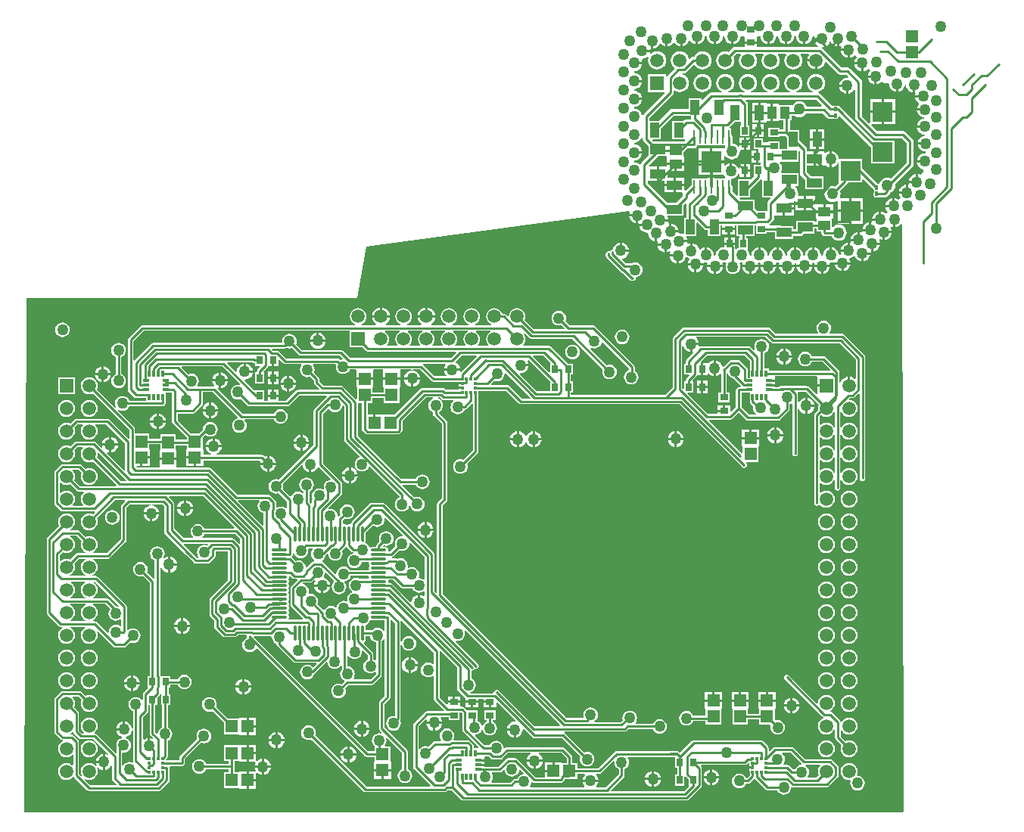
<source format=gtl>
G04 Layer_Physical_Order=1*
G04 Layer_Color=255*
%FSLAX25Y25*%
%MOIN*%
G70*
G01*
G75*
%ADD10R,0.01181X0.01969*%
%ADD11R,0.04331X0.06693*%
%ADD12R,0.06693X0.04331*%
%ADD13R,0.04331X0.05512*%
%ADD14R,0.05512X0.04331*%
%ADD15R,0.09095X0.09685*%
%ADD16R,0.00984X0.06102*%
%ADD17R,0.05512X0.05512*%
%ADD18O,0.07087X0.01181*%
%ADD19O,0.01181X0.07087*%
%ADD20R,0.01181X0.01181*%
%ADD21R,0.01181X0.02953*%
%ADD22R,0.02953X0.01181*%
%ADD23R,0.02756X0.03543*%
%ADD24R,0.03543X0.02756*%
%ADD25R,0.05512X0.05512*%
%ADD26R,0.09055X0.09055*%
%ADD27C,0.01000*%
%ADD28R,0.05906X0.05906*%
%ADD29C,0.05906*%
%ADD30R,0.05906X0.05906*%
%ADD31C,0.05000*%
%ADD32C,0.01969*%
G36*
X327101Y403640D02*
X327179Y403543D01*
X327299Y402630D01*
X327651Y401778D01*
X328212Y401047D01*
X328944Y400486D01*
X329795Y400133D01*
X330209Y400079D01*
Y403543D01*
X331209D01*
Y400079D01*
X331622Y400133D01*
X332474Y400486D01*
X333205Y401047D01*
X333766Y401778D01*
X334119Y402630D01*
X334239Y403543D01*
X334299Y403612D01*
X334992D01*
X335052Y403543D01*
X335173Y402630D01*
X335525Y401778D01*
X336087Y401047D01*
X336818Y400486D01*
X337669Y400133D01*
X338083Y400079D01*
Y403543D01*
X339083D01*
Y400079D01*
X339496Y400133D01*
X340348Y400486D01*
X341079Y401047D01*
X341640Y401778D01*
X341993Y402630D01*
X342113Y403543D01*
X342173Y403612D01*
X343655D01*
X343783Y403165D01*
X343783Y403112D01*
Y401287D01*
X346555D01*
X349327D01*
Y403112D01*
X349327Y403165D01*
X349455Y403612D01*
X350740D01*
X350800Y403543D01*
X350921Y402630D01*
X351273Y401778D01*
X351835Y401047D01*
X352566Y400486D01*
X353417Y400133D01*
X353831Y400079D01*
Y403543D01*
X354831D01*
Y400079D01*
X355244Y400133D01*
X356096Y400486D01*
X356827Y401047D01*
X357388Y401778D01*
X357741Y402630D01*
X357861Y403543D01*
X357921Y403612D01*
X358614D01*
X358675Y403543D01*
X358795Y402630D01*
X359148Y401778D01*
X359708Y401047D01*
X360440Y400486D01*
X361291Y400133D01*
X361705Y400079D01*
Y403543D01*
X362705D01*
Y400079D01*
X363118Y400133D01*
X363970Y400486D01*
X364701Y401047D01*
X365262Y401778D01*
X365615Y402630D01*
X365735Y403543D01*
X365795Y403612D01*
X366488D01*
X366548Y403543D01*
X366669Y402630D01*
X367021Y401778D01*
X367583Y401047D01*
X368314Y400486D01*
X369165Y400133D01*
X369579Y400079D01*
Y403543D01*
X370579D01*
Y400079D01*
X370992Y400133D01*
X371844Y400486D01*
X372575Y401047D01*
X373136Y401778D01*
X373489Y402630D01*
X373588Y403381D01*
X374046Y403588D01*
X374101Y403594D01*
X374580Y403488D01*
X374670Y403315D01*
X374615Y402902D01*
X378080D01*
Y401901D01*
X374615D01*
X374670Y401488D01*
X375023Y400636D01*
X375584Y399905D01*
X376279Y399372D01*
X376280Y399317D01*
X375981Y398872D01*
X349327D01*
Y400287D01*
X346555D01*
X343783D01*
Y398872D01*
X339685D01*
X339100Y398756D01*
X338603Y398424D01*
X336811Y396631D01*
X336347Y396824D01*
X335315Y396959D01*
X334283Y396824D01*
X333321Y396425D01*
X332496Y395792D01*
X331862Y394966D01*
X331464Y394004D01*
X331328Y392972D01*
X331464Y391941D01*
X331862Y390979D01*
X332496Y390153D01*
X333321Y389520D01*
X334283Y389121D01*
X335315Y388986D01*
X336347Y389121D01*
X337308Y389520D01*
X338134Y390153D01*
X338768Y390979D01*
X339166Y391941D01*
X339302Y392972D01*
X339166Y394004D01*
X338974Y394468D01*
X340318Y395813D01*
X341882D01*
X342129Y395313D01*
X341862Y394966D01*
X341464Y394004D01*
X341328Y392972D01*
X341464Y391941D01*
X341862Y390979D01*
X342496Y390153D01*
X343321Y389520D01*
X344283Y389121D01*
X345315Y388986D01*
X346347Y389121D01*
X347308Y389520D01*
X348134Y390153D01*
X348768Y390979D01*
X349166Y391941D01*
X349302Y392972D01*
X349166Y394004D01*
X348768Y394966D01*
X348501Y395313D01*
X348748Y395813D01*
X351882D01*
X352129Y395313D01*
X351862Y394966D01*
X351464Y394004D01*
X351328Y392972D01*
X351464Y391941D01*
X351862Y390979D01*
X352496Y390153D01*
X353322Y389520D01*
X354283Y389121D01*
X355315Y388986D01*
X356347Y389121D01*
X357308Y389520D01*
X358134Y390153D01*
X358768Y390979D01*
X359166Y391941D01*
X359302Y392972D01*
X359166Y394004D01*
X358768Y394966D01*
X358501Y395313D01*
X358748Y395813D01*
X361882D01*
X362129Y395313D01*
X361862Y394966D01*
X361464Y394004D01*
X361328Y392972D01*
X361464Y391941D01*
X361862Y390979D01*
X362496Y390153D01*
X363321Y389520D01*
X364283Y389121D01*
X365315Y388986D01*
X366347Y389121D01*
X367308Y389520D01*
X368134Y390153D01*
X368768Y390979D01*
X369166Y391941D01*
X369302Y392972D01*
X369166Y394004D01*
X368768Y394966D01*
X368501Y395313D01*
X368748Y395813D01*
X371882D01*
X372129Y395313D01*
X371862Y394966D01*
X371464Y394004D01*
X371394Y393472D01*
X375315D01*
Y392972D01*
X375815D01*
Y389051D01*
X376347Y389121D01*
X377308Y389520D01*
X378134Y390153D01*
X378768Y390979D01*
X379166Y391941D01*
X379196Y392167D01*
X379669Y392328D01*
X384890Y387107D01*
X385386Y386776D01*
X385971Y386660D01*
X388641D01*
X389535Y385765D01*
X389301Y385292D01*
X389075Y385321D01*
X388161Y385201D01*
X387310Y384849D01*
X386579Y384288D01*
X386018Y383556D01*
X385665Y382705D01*
X385610Y382291D01*
X389075D01*
Y381791D01*
X389575D01*
Y378327D01*
X389988Y378381D01*
X390840Y378734D01*
X391571Y379295D01*
X392065Y379939D01*
X392416Y379882D01*
X392565Y379806D01*
Y367717D01*
X392682Y367131D01*
X393013Y366635D01*
X400493Y359155D01*
X400989Y358823D01*
X401575Y358707D01*
X413071D01*
X415222Y356556D01*
Y347774D01*
X408346Y340899D01*
X407607Y341205D01*
X406693Y341325D01*
X405779Y341205D01*
X404928Y340852D01*
X404197Y340292D01*
X403636Y339560D01*
X403283Y338709D01*
X403159Y338395D01*
X402547D01*
X395679Y345264D01*
Y349419D01*
X385802D01*
X385424Y349419D01*
X385263Y349853D01*
X385201Y350323D01*
X384849Y351174D01*
X384288Y351906D01*
X383556Y352467D01*
X382705Y352819D01*
X382291Y352874D01*
Y349409D01*
Y345945D01*
X382705Y346000D01*
X383556Y346352D01*
X384288Y346913D01*
X384849Y347644D01*
X384924Y347826D01*
X385424Y347726D01*
Y339164D01*
X385424Y339164D01*
X385424D01*
X385150Y338790D01*
X383728Y337367D01*
X383492Y337465D01*
X382579Y337585D01*
X381665Y337465D01*
X380814Y337112D01*
X380083Y336551D01*
X379521Y335820D01*
X379169Y334969D01*
X379048Y334055D01*
X379169Y333141D01*
X379521Y332290D01*
X380083Y331559D01*
X380814Y330998D01*
X381665Y330645D01*
X382579Y330525D01*
X383492Y330645D01*
X384344Y330998D01*
X384575Y331175D01*
X385024Y330954D01*
Y327075D01*
X390051D01*
Y332102D01*
X386100D01*
X385765Y332602D01*
X385989Y333141D01*
X386109Y334055D01*
X385989Y334969D01*
X385891Y335205D01*
X389074Y338387D01*
X389280Y338697D01*
X389405Y338883D01*
X389461Y339164D01*
X395679D01*
Y340285D01*
X396141Y340476D01*
X400778Y335839D01*
Y334973D01*
X400556Y334640D01*
X400439Y334055D01*
X400556Y333470D01*
X400778Y333137D01*
Y332471D01*
X403159D01*
Y332526D01*
X405449D01*
X406034Y332642D01*
X406530Y332974D01*
X407774Y334218D01*
X407994Y334546D01*
X408458Y334738D01*
X409189Y335299D01*
X409750Y336030D01*
X410103Y336882D01*
X410223Y337795D01*
X410147Y338374D01*
X417833Y346059D01*
X418164Y346555D01*
X418281Y347141D01*
Y357190D01*
X418164Y357775D01*
X417833Y358271D01*
X414786Y361318D01*
X414290Y361649D01*
X413705Y361766D01*
X402208D01*
X399688Y364286D01*
X399879Y364748D01*
X404224D01*
Y369775D01*
X399197D01*
Y365430D01*
X398735Y365239D01*
X395624Y368350D01*
Y383369D01*
X395508Y383954D01*
X395176Y384450D01*
X390356Y389270D01*
X389859Y389602D01*
X389274Y389718D01*
X386605D01*
X377937Y398386D01*
X377963Y398581D01*
X378011Y398701D01*
X378121Y398877D01*
X378994Y398992D01*
X379845Y399344D01*
X380576Y399905D01*
X381137Y400636D01*
X381322Y401082D01*
X381863D01*
X381982Y400794D01*
X382543Y400063D01*
X383274Y399502D01*
X384126Y399149D01*
X384539Y399095D01*
Y402559D01*
X385539D01*
Y399095D01*
X385953Y399149D01*
X386082Y399203D01*
X386465Y398820D01*
X386354Y398552D01*
X386299Y398138D01*
X389764D01*
Y397638D01*
X390264D01*
Y394173D01*
X390677Y394228D01*
X391529Y394581D01*
X392260Y395142D01*
X392441Y395165D01*
X393174Y394600D01*
X393173Y394229D01*
X392612Y393497D01*
X392259Y392646D01*
X392205Y392232D01*
X395669D01*
Y391732D01*
X396169D01*
Y388268D01*
X396583Y388322D01*
X397434Y388675D01*
X398165Y389236D01*
X398629Y389244D01*
X399116Y388650D01*
X399079Y388323D01*
X398518Y387592D01*
X398165Y386740D01*
X398110Y386327D01*
X401575D01*
Y385827D01*
X402075D01*
Y382362D01*
X402489Y382417D01*
X403340Y382769D01*
X404071Y383330D01*
X404301Y383630D01*
X405348Y382838D01*
X407352D01*
X407493Y382677D01*
X407614Y381764D01*
X407966Y380912D01*
X408527Y380181D01*
X409259Y379620D01*
X410110Y379267D01*
X410524Y379213D01*
Y382677D01*
X411524D01*
Y379213D01*
X411937Y379267D01*
X412789Y379620D01*
X413520Y380181D01*
X414081Y380912D01*
X414433Y381764D01*
X414486Y382160D01*
X414990D01*
X415094Y381370D01*
X415447Y380518D01*
X416008Y379787D01*
X416739Y379226D01*
X417590Y378873D01*
X418004Y378819D01*
Y382283D01*
X419004D01*
Y378614D01*
X419166Y378404D01*
X419031Y378079D01*
X418977Y377665D01*
X422441D01*
Y376665D01*
X418977D01*
X419031Y376252D01*
X419384Y375400D01*
X419945Y374669D01*
X420523Y374226D01*
X420653Y373934D01*
X420608Y373595D01*
X420171Y373025D01*
X419818Y372174D01*
X419764Y371760D01*
X423228D01*
Y370760D01*
X419764D01*
X419818Y370346D01*
X420171Y369495D01*
X420732Y368764D01*
X421463Y368203D01*
X422315Y367850D01*
X422908Y367772D01*
Y367267D01*
X422315Y367189D01*
X421463Y366837D01*
X420732Y366276D01*
X420171Y365545D01*
X419818Y364693D01*
X419764Y364280D01*
X423228D01*
Y363280D01*
X419764D01*
X419818Y362866D01*
X420171Y362014D01*
X420732Y361283D01*
X421463Y360722D01*
X422315Y360370D01*
X423105Y360266D01*
Y359761D01*
X422708Y359709D01*
X421857Y359356D01*
X421126Y358795D01*
X420565Y358064D01*
X420212Y357213D01*
X420158Y356799D01*
X423622D01*
Y355799D01*
X420158D01*
X420212Y355385D01*
X420565Y354534D01*
X421126Y353803D01*
X421857Y353242D01*
X422708Y352889D01*
X423622Y352769D01*
X423658Y352737D01*
Y352292D01*
X423269Y351950D01*
X423228Y351955D01*
X422315Y351835D01*
X421463Y351482D01*
X420732Y350921D01*
X420171Y350190D01*
X419818Y349339D01*
X419764Y348925D01*
X423228D01*
Y347925D01*
X419764D01*
X419818Y347512D01*
X420171Y346660D01*
X420732Y345929D01*
X421463Y345368D01*
X422315Y345015D01*
X422465Y344995D01*
X422747Y344583D01*
X422563Y343823D01*
X421554Y342442D01*
X421450Y342427D01*
X420599Y342780D01*
X420185Y342834D01*
Y339370D01*
X419685D01*
Y338870D01*
X416221D01*
X416261Y338561D01*
X416067Y338273D01*
X415879Y338107D01*
X415854Y338110D01*
Y334646D01*
X415354D01*
Y334146D01*
X411890D01*
X411944Y333732D01*
X412297Y332881D01*
X412577Y332515D01*
X411579Y331517D01*
X411214Y331797D01*
X410362Y332150D01*
X409949Y332205D01*
Y328740D01*
X409449D01*
Y328240D01*
X405984D01*
X406039Y327826D01*
X406392Y326975D01*
X406953Y326244D01*
X406992Y326213D01*
X406468Y325513D01*
X405829Y325493D01*
X405308Y325892D01*
X404457Y326244D01*
X404043Y326299D01*
Y322835D01*
X403543D01*
Y322335D01*
X400079D01*
X400120Y322025D01*
X399926Y321738D01*
X399737Y321571D01*
X399713Y321575D01*
Y318110D01*
X399213D01*
Y317610D01*
X395748D01*
X395774Y317413D01*
X395377Y317063D01*
X395341Y317052D01*
X395008Y317189D01*
X394595Y317244D01*
Y313779D01*
X394094D01*
Y313280D01*
X390630D01*
X390671Y312970D01*
X390477Y312683D01*
X390288Y312516D01*
X390264Y312520D01*
Y309055D01*
X389764D01*
Y308555D01*
X386299D01*
X386354Y308141D01*
X386476Y307846D01*
X386251Y307372D01*
X385830Y307248D01*
X385359Y307550D01*
X385300Y308000D01*
X384947Y308852D01*
X384386Y309583D01*
X383655Y310144D01*
X382804Y310496D01*
X382390Y310551D01*
Y307087D01*
X381390D01*
Y310551D01*
X380976Y310496D01*
X380125Y310144D01*
X379394Y309583D01*
X378833Y308852D01*
X378480Y308000D01*
X378360Y307087D01*
X377958Y306927D01*
X377546Y307087D01*
X377426Y308000D01*
X377073Y308852D01*
X376512Y309583D01*
X375781Y310144D01*
X374929Y310496D01*
X374516Y310551D01*
Y307087D01*
X373516D01*
Y310551D01*
X373102Y310496D01*
X372251Y310144D01*
X371519Y309583D01*
X370958Y308852D01*
X370606Y308000D01*
X370486Y307087D01*
X370079Y306788D01*
X369672Y307087D01*
X369552Y308000D01*
X369199Y308852D01*
X368638Y309583D01*
X367907Y310144D01*
X367055Y310496D01*
X366642Y310551D01*
Y307087D01*
X365642D01*
Y310551D01*
X365228Y310496D01*
X364377Y310144D01*
X363646Y309583D01*
X363085Y308852D01*
X362732Y308000D01*
X362612Y307087D01*
X362205Y306788D01*
X361798Y307087D01*
X361678Y308000D01*
X361325Y308852D01*
X360764Y309583D01*
X360033Y310144D01*
X359181Y310496D01*
X358768Y310551D01*
Y307087D01*
X357768D01*
Y310551D01*
X357354Y310496D01*
X356503Y310144D01*
X355771Y309583D01*
X355210Y308852D01*
X354858Y308000D01*
X354737Y307087D01*
X354331Y306788D01*
X353924Y307087D01*
X353804Y308000D01*
X353451Y308852D01*
X352890Y309583D01*
X352159Y310144D01*
X351307Y310496D01*
X350894Y310551D01*
Y307087D01*
X349894D01*
Y310551D01*
X349480Y310496D01*
X348629Y310144D01*
X347898Y309583D01*
X347337Y308852D01*
X346984Y308000D01*
X346864Y307087D01*
X346457Y306788D01*
X346050Y307087D01*
X345930Y308000D01*
X345577Y308852D01*
X345260Y309265D01*
X345187Y309735D01*
X345187Y309735D01*
X345187Y309735D01*
Y314478D01*
X344738D01*
Y315542D01*
X348139D01*
Y320143D01*
X348795D01*
X349006Y319728D01*
Y316624D01*
X353750D01*
Y317073D01*
X357274D01*
Y314361D01*
X365167D01*
Y315597D01*
X368307D01*
X368892Y315713D01*
X369388Y316045D01*
X369968Y316624D01*
X374517D01*
Y318845D01*
X375679D01*
Y317609D01*
X377506D01*
Y317323D01*
X377622Y316738D01*
X377954Y316242D01*
X378249Y315946D01*
X378746Y315615D01*
X379331Y315498D01*
X382180D01*
X382277Y315262D01*
X382838Y314531D01*
X383570Y313970D01*
X384421Y313618D01*
X385335Y313497D01*
X386248Y313618D01*
X387100Y313970D01*
X387831Y314531D01*
X388392Y315262D01*
X388745Y316114D01*
X388865Y317028D01*
X388745Y317941D01*
X388392Y318793D01*
X387831Y319524D01*
X387100Y320085D01*
X386248Y320438D01*
X385414Y320547D01*
X385447Y321047D01*
X390051D01*
Y326075D01*
X385024D01*
Y321047D01*
X385223D01*
X385255Y320547D01*
X384421Y320438D01*
X383570Y320085D01*
X382891Y319564D01*
X382412Y319669D01*
X382391Y319676D01*
Y323114D01*
X382791D01*
Y325779D01*
X379035D01*
X375279D01*
Y323114D01*
X375679D01*
Y321903D01*
X374517D01*
Y322155D01*
X366624D01*
Y318655D01*
X365167D01*
Y319891D01*
X360515D01*
X360329Y320015D01*
X360329Y320015D01*
X360329Y320015D01*
X360021Y320076D01*
X359744Y320132D01*
X355004D01*
X354922Y320270D01*
X354853Y320632D01*
X354939Y320689D01*
X354939Y320689D01*
X354939Y320690D01*
X356396Y322147D01*
X356580Y322422D01*
X356728Y322643D01*
X356728Y322643D01*
X356728Y322643D01*
X356784Y322924D01*
X356844Y323229D01*
Y324103D01*
X356874Y324591D01*
X360720D01*
Y327756D01*
X361221D01*
Y328256D01*
X365567D01*
Y330865D01*
X365724Y331026D01*
X366224Y330823D01*
Y330520D01*
X370071D01*
Y333185D01*
X367774D01*
X367419Y333685D01*
X367507Y334350D01*
X367386Y335264D01*
X367034Y336116D01*
X366473Y336847D01*
X366028Y337188D01*
X366198Y337687D01*
X367529D01*
Y343218D01*
X360112D01*
X359863Y343716D01*
X360216Y344567D01*
X360336Y345480D01*
X360216Y346394D01*
X359863Y347246D01*
X359302Y347977D01*
X359639Y348318D01*
X367529D01*
Y352814D01*
X368029Y353057D01*
X368254Y352882D01*
Y343110D01*
X368371Y342525D01*
X368702Y342029D01*
X370660Y340071D01*
Y336211D01*
X378553D01*
Y341742D01*
X373315D01*
X371313Y343744D01*
Y346441D01*
X374107D01*
Y349606D01*
Y352772D01*
X371313D01*
Y353642D01*
X371197Y354227D01*
X370865Y354723D01*
X368021Y357567D01*
Y362116D01*
X363833D01*
Y366624D01*
X364478D01*
Y368451D01*
X366066D01*
X366197Y368350D01*
X367049Y367998D01*
X367963Y367877D01*
X368876Y367998D01*
X369728Y368350D01*
X370459Y368911D01*
X371012Y369632D01*
X378306D01*
X380319Y367619D01*
X380815Y367288D01*
X381400Y367171D01*
X382668D01*
Y367116D01*
X385049D01*
Y367783D01*
X385271Y368115D01*
X385278Y368151D01*
X385821Y368316D01*
X399597Y354539D01*
Y347431D01*
X409852D01*
Y357686D01*
X400776D01*
X385924Y372538D01*
X385428Y372870D01*
X385049Y372945D01*
Y373041D01*
X382668D01*
X382668Y373041D01*
Y373041D01*
X382199Y373116D01*
X377042Y378274D01*
X376545Y378605D01*
X376387Y379095D01*
X376400Y379144D01*
X377308Y379520D01*
X378134Y380153D01*
X378768Y380979D01*
X379166Y381941D01*
X379302Y382972D01*
X379166Y384004D01*
X378768Y384966D01*
X378134Y385792D01*
X377308Y386425D01*
X376347Y386824D01*
X375315Y386959D01*
X374283Y386824D01*
X373322Y386425D01*
X372496Y385792D01*
X371862Y384966D01*
X371464Y384004D01*
X371328Y382972D01*
X371464Y381941D01*
X371862Y380979D01*
X372496Y380153D01*
X373322Y379520D01*
X374042Y379221D01*
X373942Y378721D01*
X366688D01*
X366588Y379221D01*
X367308Y379520D01*
X368134Y380153D01*
X368768Y380979D01*
X369166Y381941D01*
X369302Y382972D01*
X369166Y384004D01*
X368768Y384966D01*
X368134Y385792D01*
X367308Y386425D01*
X366347Y386824D01*
X365315Y386959D01*
X364283Y386824D01*
X363321Y386425D01*
X362496Y385792D01*
X361862Y384966D01*
X361464Y384004D01*
X361328Y382972D01*
X361464Y381941D01*
X361862Y380979D01*
X362496Y380153D01*
X363321Y379520D01*
X364042Y379221D01*
X363942Y378721D01*
X356688D01*
X356588Y379221D01*
X357308Y379520D01*
X358134Y380153D01*
X358768Y380979D01*
X359166Y381941D01*
X359302Y382972D01*
X359166Y384004D01*
X358768Y384966D01*
X358134Y385792D01*
X357308Y386425D01*
X356347Y386824D01*
X355315Y386959D01*
X354283Y386824D01*
X353322Y386425D01*
X352496Y385792D01*
X351862Y384966D01*
X351464Y384004D01*
X351328Y382972D01*
X351464Y381941D01*
X351862Y380979D01*
X352496Y380153D01*
X353322Y379520D01*
X354042Y379221D01*
X353942Y378721D01*
X346688D01*
X346588Y379221D01*
X347308Y379520D01*
X348134Y380153D01*
X348768Y380979D01*
X349166Y381941D01*
X349302Y382972D01*
X349166Y384004D01*
X348768Y384966D01*
X348134Y385792D01*
X347308Y386425D01*
X346347Y386824D01*
X345315Y386959D01*
X344283Y386824D01*
X343321Y386425D01*
X342496Y385792D01*
X341862Y384966D01*
X341464Y384004D01*
X341328Y382972D01*
X341464Y381941D01*
X341862Y380979D01*
X342496Y380153D01*
X343321Y379520D01*
X344042Y379221D01*
X343942Y378721D01*
X343147D01*
X343012Y378812D01*
X342426Y378928D01*
X341432D01*
X340847Y378812D01*
X340711Y378721D01*
X336688D01*
X336588Y379221D01*
X337308Y379520D01*
X338134Y380153D01*
X338768Y380979D01*
X339166Y381941D01*
X339302Y382972D01*
X339166Y384004D01*
X338768Y384966D01*
X338134Y385792D01*
X337308Y386425D01*
X336347Y386824D01*
X335315Y386959D01*
X334283Y386824D01*
X333321Y386425D01*
X332496Y385792D01*
X331862Y384966D01*
X331464Y384004D01*
X331328Y382972D01*
X331464Y381941D01*
X331862Y380979D01*
X332496Y380153D01*
X333321Y379520D01*
X334042Y379221D01*
X333942Y378721D01*
X329160D01*
X328575Y378605D01*
X328079Y378274D01*
X325275Y375469D01*
X324813Y375660D01*
Y376289D01*
X319282D01*
Y371510D01*
X312106D01*
X311521Y371393D01*
X311025Y371062D01*
X306016Y366053D01*
X302085D01*
Y367601D01*
X312237Y377752D01*
X312568Y378249D01*
X312684Y378834D01*
Y379443D01*
X313133Y379664D01*
X313321Y379520D01*
X314283Y379121D01*
X315315Y378986D01*
X316347Y379121D01*
X317308Y379520D01*
X318134Y380153D01*
X318768Y380979D01*
X319166Y381941D01*
X319302Y382972D01*
X319166Y384004D01*
X318768Y384966D01*
X318134Y385792D01*
X317308Y386425D01*
X316634Y386704D01*
X316734Y387205D01*
X317155D01*
X317740Y387321D01*
X318237Y387652D01*
X321422Y390838D01*
X322039Y390748D01*
X322496Y390153D01*
X323322Y389520D01*
X324283Y389121D01*
X325315Y388986D01*
X326347Y389121D01*
X327308Y389520D01*
X328134Y390153D01*
X328768Y390979D01*
X329166Y391941D01*
X329302Y392972D01*
X329166Y394004D01*
X328768Y394966D01*
X328134Y395792D01*
X327308Y396425D01*
X326347Y396824D01*
X325315Y396959D01*
X324283Y396824D01*
X323322Y396425D01*
X322496Y395792D01*
X321862Y394966D01*
X321670Y394502D01*
X321394D01*
X320808Y394385D01*
X320312Y394054D01*
X319693Y393435D01*
X319220Y393596D01*
X319166Y394004D01*
X318768Y394966D01*
X318134Y395792D01*
X317308Y396425D01*
X316347Y396824D01*
X315315Y396959D01*
X314283Y396824D01*
X313321Y396425D01*
X312496Y395792D01*
X311862Y394966D01*
X311464Y394004D01*
X311328Y392972D01*
X311464Y391941D01*
X311862Y390979D01*
X312496Y390153D01*
X312953Y389802D01*
X312997Y389139D01*
X310074Y386215D01*
X309768Y385757D01*
X309732Y385753D01*
X309268Y386063D01*
Y386925D01*
X301362D01*
Y379020D01*
X308525D01*
X308716Y378558D01*
X299474Y369316D01*
X299204Y368912D01*
X298805Y368937D01*
X298692Y368976D01*
X298686Y369024D01*
X298333Y369875D01*
X297772Y370606D01*
X297041Y371167D01*
X296189Y371520D01*
X295276Y371640D01*
Y372454D01*
X296189Y372574D01*
X297041Y372927D01*
X297772Y373488D01*
X298333Y374219D01*
X298686Y375071D01*
X298740Y375484D01*
X295276D01*
Y376484D01*
X298740D01*
X298686Y376898D01*
X298333Y377749D01*
X297772Y378481D01*
X297041Y379042D01*
X296189Y379394D01*
X295276Y379514D01*
Y380328D01*
X296189Y380448D01*
X297041Y380801D01*
X297772Y381362D01*
X298333Y382093D01*
X298686Y382945D01*
X298740Y383358D01*
X295276D01*
Y384358D01*
X298740D01*
X298686Y384772D01*
X298333Y385623D01*
X297772Y386354D01*
X297041Y386915D01*
X296189Y387268D01*
X295276Y387388D01*
Y388202D01*
X296189Y388322D01*
X297041Y388675D01*
X297772Y389236D01*
X298333Y389967D01*
X298686Y390819D01*
X298740Y391232D01*
X295276D01*
Y392232D01*
X298740D01*
X298686Y392646D01*
X298484Y393133D01*
X298588Y393351D01*
X298822Y393622D01*
X299626Y393728D01*
X300478Y394080D01*
X301176Y394617D01*
X301224Y394611D01*
X301549Y394210D01*
X301464Y394004D01*
X301328Y392972D01*
X301464Y391941D01*
X301862Y390979D01*
X302496Y390153D01*
X303322Y389520D01*
X304283Y389121D01*
X305315Y388986D01*
X306347Y389121D01*
X307308Y389520D01*
X308134Y390153D01*
X308768Y390979D01*
X309166Y391941D01*
X309302Y392972D01*
X309166Y394004D01*
X308768Y394966D01*
X308134Y395792D01*
X307308Y396425D01*
X306347Y396824D01*
X305315Y396959D01*
X304283Y396824D01*
X303322Y396425D01*
X302496Y395792D01*
X302471Y395760D01*
X302035Y396012D01*
X302122Y396224D01*
X302177Y396638D01*
X298713D01*
Y397638D01*
X302177D01*
X302173Y397669D01*
X302619Y398114D01*
X302650Y398110D01*
Y401575D01*
X303650D01*
Y398110D01*
X304063Y398165D01*
X304915Y398517D01*
X305646Y399079D01*
X306207Y399810D01*
X306353Y400162D01*
X306925Y400237D01*
X307059Y400063D01*
X307790Y399502D01*
X308641Y399149D01*
X309055Y399095D01*
Y402559D01*
X310055D01*
Y399095D01*
X310469Y399149D01*
X311320Y399502D01*
X312051Y400063D01*
X312448Y400580D01*
X312485Y400598D01*
X313015D01*
X313052Y400580D01*
X313449Y400063D01*
X314180Y399502D01*
X315031Y399149D01*
X315445Y399095D01*
Y402559D01*
X316445D01*
Y399095D01*
X316859Y399149D01*
X317710Y399502D01*
X318441Y400063D01*
X319002Y400794D01*
X319326Y401576D01*
X319495Y401651D01*
X319495Y401652D01*
X319862Y401668D01*
X320338Y401047D01*
X321070Y400486D01*
X321921Y400133D01*
X322335Y400079D01*
Y403543D01*
X323335D01*
Y400079D01*
X323748Y400133D01*
X324600Y400486D01*
X325331Y401047D01*
X325892Y401778D01*
X326245Y402630D01*
X326365Y403543D01*
X326486Y403670D01*
X327101Y403640D01*
D02*
G37*
G36*
X377836Y373153D02*
X377645Y372691D01*
X371219D01*
X371020Y373173D01*
X370619Y373695D01*
X370471Y373916D01*
X370250Y374064D01*
X369728Y374465D01*
X368876Y374817D01*
X367963Y374938D01*
X367049Y374817D01*
X366197Y374465D01*
X365466Y373904D01*
X364978Y373267D01*
X364478Y373336D01*
Y373336D01*
X358972D01*
Y373736D01*
X356307D01*
Y369980D01*
Y366224D01*
X358972D01*
Y366624D01*
X360774D01*
Y362651D01*
X359163D01*
Y363100D01*
X354420D01*
Y359144D01*
X359163D01*
Y359593D01*
X361670D01*
X362491Y358772D01*
Y354223D01*
X362188Y353848D01*
X359636D01*
Y353848D01*
X359163Y353914D01*
Y357195D01*
X354420D01*
Y356746D01*
X351880D01*
Y358572D01*
X347924D01*
Y353829D01*
X350012D01*
X350084Y353764D01*
X349909Y353315D01*
Y350492D01*
Y347720D01*
X350950D01*
Y346761D01*
X347924D01*
Y342018D01*
X347924Y342018D01*
X347923D01*
X347711Y341606D01*
X346781Y340676D01*
X346368Y340462D01*
Y340462D01*
X346368Y340462D01*
X340837D01*
Y333534D01*
X340375Y333343D01*
X338439Y335279D01*
Y337303D01*
X338322Y337888D01*
X338001Y338369D01*
Y340690D01*
X338709Y340783D01*
X339560Y341136D01*
X340292Y341697D01*
X340852Y342428D01*
X341118Y343069D01*
X341618Y342970D01*
Y341618D01*
X343496D01*
Y344390D01*
Y347162D01*
X341618D01*
Y345416D01*
X341118Y345317D01*
X340852Y345958D01*
X340292Y346689D01*
X339560Y347250D01*
X338709Y347603D01*
X338295Y347657D01*
Y344193D01*
X337295D01*
Y347657D01*
X336882Y347603D01*
X336030Y347250D01*
X335299Y346689D01*
X335253Y346629D01*
X334779Y346790D01*
Y347827D01*
X329732D01*
Y342484D01*
X334715D01*
X334738Y342428D01*
X335299Y341697D01*
X335363Y341648D01*
X335383Y341038D01*
X335296Y340954D01*
X333258D01*
Y340954D01*
X332883D01*
Y340954D01*
X330724D01*
Y341354D01*
X329732D01*
Y337303D01*
X328732D01*
Y341354D01*
X327740D01*
Y340954D01*
X325581D01*
Y340954D01*
X325206D01*
Y340954D01*
X323022D01*
Y340954D01*
X322647D01*
Y340954D01*
X320463D01*
Y338374D01*
X317801Y335712D01*
X317339Y335903D01*
Y337492D01*
X313492D01*
Y334826D01*
X316430D01*
X316753Y334327D01*
X316679Y333957D01*
Y333212D01*
X313595Y330127D01*
X309831D01*
X309152Y330806D01*
X309152Y330806D01*
X301234Y338724D01*
Y339359D01*
X301264Y339846D01*
X305110D01*
Y343012D01*
Y346177D01*
X301803D01*
X301596Y346677D01*
X305795Y350876D01*
X309411D01*
X309683Y350560D01*
X309728Y350447D01*
Y347843D01*
X317240D01*
Y350508D01*
X316840D01*
Y352473D01*
X318572Y354204D01*
X321555D01*
X322140Y354321D01*
X322636Y354652D01*
X322968Y355148D01*
X323078Y355699D01*
X325206D01*
Y355699D01*
X325581D01*
Y355699D01*
X327765D01*
Y355699D01*
X328140D01*
Y355699D01*
X330199D01*
X330324Y355699D01*
Y355699D01*
X330699D01*
Y355699D01*
X332883D01*
X332883Y355699D01*
X333258D01*
Y355699D01*
X333383Y355699D01*
X335380D01*
Y354815D01*
X335230Y354619D01*
X335161Y354454D01*
X334779Y354169D01*
X329732D01*
Y348827D01*
X334779D01*
Y350887D01*
X335048Y351007D01*
X335279Y351025D01*
X335791Y350358D01*
X336522Y349797D01*
X337374Y349444D01*
X338287Y349324D01*
X339201Y349444D01*
X340052Y349797D01*
X340784Y350358D01*
X341345Y351089D01*
X341697Y351941D01*
X341817Y352854D01*
X341791Y353053D01*
X342121Y353429D01*
X343496D01*
Y355701D01*
X341618D01*
Y355084D01*
X341118Y354914D01*
X340784Y355350D01*
X340052Y355911D01*
X339201Y356264D01*
X338439Y356364D01*
Y359350D01*
X338322Y359936D01*
X338001Y360416D01*
Y363002D01*
X337502D01*
X337464Y363050D01*
X337318Y363502D01*
X339850Y366034D01*
X342368D01*
Y364380D01*
X341920D01*
Y359636D01*
X345876D01*
Y364380D01*
X345427D01*
Y373524D01*
X345427Y373524D01*
X345427Y373524D01*
X345369Y373815D01*
X345311Y374109D01*
X345311Y374109D01*
X345311Y374109D01*
X345102Y374421D01*
X344979Y374605D01*
X344979Y374605D01*
X344979Y374605D01*
X344384Y375201D01*
X344575Y375663D01*
X375326D01*
X377836Y373153D01*
D02*
G37*
G36*
X319282Y368396D02*
X320420D01*
Y367248D01*
X320186Y366963D01*
X318190D01*
X317605Y366847D01*
X317109Y366515D01*
X316646Y366053D01*
X312097D01*
Y358160D01*
X317494D01*
X317754Y357712D01*
X317305Y357263D01*
X303689D01*
X303254Y357698D01*
X303445Y358160D01*
X306998D01*
Y362709D01*
X312740Y368451D01*
X319282D01*
Y368396D01*
D02*
G37*
G36*
X299026Y358838D02*
Y358233D01*
X299142Y357648D01*
X299474Y357152D01*
X301664Y354962D01*
Y351071D01*
X298623Y348030D01*
X298292Y347534D01*
X298228Y347212D01*
X298022Y347109D01*
X297686Y347050D01*
X297041Y347545D01*
X296189Y347898D01*
X295276Y348018D01*
Y348832D01*
X296189Y348952D01*
X297041Y349305D01*
X297772Y349866D01*
X298333Y350597D01*
X298686Y351448D01*
X298740Y351862D01*
X295276D01*
Y352862D01*
X298740D01*
X298686Y353276D01*
X298333Y354127D01*
X297772Y354858D01*
X297041Y355419D01*
X296189Y355772D01*
X295276Y355892D01*
Y356706D01*
X296189Y356826D01*
X297041Y357179D01*
X297772Y357740D01*
X298333Y358471D01*
X298526Y358937D01*
X299026Y358838D01*
D02*
G37*
G36*
X351467Y340377D02*
Y332569D01*
X355147D01*
X355338Y332107D01*
X354234Y331003D01*
X353902Y330506D01*
X353785Y329921D01*
Y326971D01*
X353750Y326486D01*
X349693D01*
X348139Y328040D01*
Y331703D01*
X342015D01*
X341611Y332107D01*
X341802Y332569D01*
X346368D01*
Y335937D01*
X350983Y340552D01*
X351039Y340637D01*
X351467Y340377D01*
D02*
G37*
G36*
X318187Y329687D02*
X318155Y329527D01*
Y323533D01*
X317116D01*
Y316706D01*
X316616Y316431D01*
X315973Y316697D01*
X315059Y316818D01*
X314945Y316803D01*
X314630Y317118D01*
X311122D01*
Y317618D01*
X310622D01*
Y321082D01*
X310450Y321060D01*
X310088Y321492D01*
X310103Y321527D01*
X310157Y321941D01*
X306693D01*
Y322941D01*
X310157D01*
X310103Y323355D01*
X309795Y324097D01*
X310013Y324597D01*
X316939D01*
Y329146D01*
X317726Y329933D01*
X318187Y329687D01*
D02*
G37*
G36*
X326009Y318505D02*
X326505Y318174D01*
X327090Y318057D01*
X327746D01*
Y315640D01*
X333277D01*
Y320143D01*
X334039D01*
Y319102D01*
X336811D01*
X339583D01*
Y320143D01*
X340247D01*
Y315542D01*
X341679D01*
Y314478D01*
X341231D01*
Y310341D01*
X340755Y310144D01*
X340181Y309704D01*
X339690Y309910D01*
X339681Y309919D01*
Y311606D01*
X337303D01*
X334925D01*
Y310862D01*
X334646Y310617D01*
X333732Y310496D01*
X332881Y310144D01*
X332149Y309583D01*
X331588Y308852D01*
X331236Y308000D01*
X331116Y307087D01*
X330709Y306788D01*
X330302Y307087D01*
X330182Y308000D01*
X329829Y308852D01*
X329268Y309583D01*
X328537Y310144D01*
X327685Y310496D01*
X327272Y310551D01*
Y307087D01*
X326272D01*
Y310551D01*
X325858Y310496D01*
X325007Y310144D01*
X324322Y309618D01*
X323918Y309679D01*
X323805Y309709D01*
X323784Y309870D01*
X323431Y310722D01*
X322870Y311453D01*
X322139Y312014D01*
X321288Y312367D01*
X320874Y312421D01*
Y308957D01*
X319874D01*
Y312421D01*
X319460Y312367D01*
X318913Y312140D01*
X318747Y312228D01*
X318486Y312504D01*
X318523Y312787D01*
X315059D01*
Y313787D01*
X318523D01*
X318469Y314201D01*
X318116Y315053D01*
X318009Y315192D01*
X318231Y315640D01*
X322647D01*
Y321214D01*
X323109Y321406D01*
X326009Y318505D01*
D02*
G37*
G36*
X293314Y326025D02*
X293145Y325618D01*
X293091Y325205D01*
X296555D01*
Y324705D01*
X297055D01*
Y321240D01*
X297151Y321253D01*
X297455Y320972D01*
X301083D01*
Y319972D01*
X297618D01*
X297673Y319559D01*
X298025Y318707D01*
X298587Y317976D01*
X299318Y317415D01*
X300169Y317062D01*
X300917Y316964D01*
X301391Y316732D01*
X301511Y315819D01*
X301864Y314967D01*
X302425Y314236D01*
X303156Y313675D01*
X304008Y313322D01*
X304421Y313268D01*
Y316732D01*
X305421D01*
Y313268D01*
X305428Y313269D01*
X305779Y312811D01*
X305744Y312725D01*
X305689Y312311D01*
X309154D01*
Y311811D01*
X309653D01*
Y308347D01*
X310067Y308401D01*
X310860Y308730D01*
X311030Y308633D01*
X311258Y308384D01*
X311059Y307902D01*
X311004Y307488D01*
X314469D01*
Y306988D01*
X314968D01*
Y303524D01*
X315382Y303578D01*
X316234Y303931D01*
X316965Y304492D01*
X317526Y305223D01*
X317878Y306075D01*
X317894Y306196D01*
X318428Y306417D01*
X318760Y306161D01*
X319413Y305891D01*
X319418Y305886D01*
X319566Y305509D01*
X319581Y305329D01*
X319187Y304816D01*
X318834Y303965D01*
X318780Y303551D01*
X325728D01*
X325757Y303610D01*
X326162Y303939D01*
X326772Y303859D01*
X327159Y303910D01*
X327511Y303452D01*
X327397Y303177D01*
X327343Y302764D01*
X334272D01*
X334217Y303177D01*
X334085Y303496D01*
X334389Y303893D01*
X334646Y303859D01*
X335481Y303969D01*
X335586Y304012D01*
X335901Y303602D01*
X335886Y303582D01*
X335563Y302804D01*
X335454Y301969D01*
X335563Y301133D01*
X335886Y300355D01*
X336399Y299686D01*
X337067Y299173D01*
X337846Y298851D01*
X338681Y298741D01*
X339516Y298851D01*
X340295Y299173D01*
X340963Y299686D01*
X341476Y300355D01*
X341799Y301133D01*
X341909Y301969D01*
X341799Y302804D01*
X341508Y303507D01*
X341572Y303676D01*
X341587Y303700D01*
X341824Y303951D01*
X342520Y303859D01*
X342776Y303893D01*
X343080Y303496D01*
X342948Y303177D01*
X342894Y302764D01*
X349823D01*
X349768Y303177D01*
X349655Y303452D01*
X350006Y303910D01*
X350394Y303859D01*
X350711Y303901D01*
X351015Y303504D01*
X350921Y303276D01*
X350866Y302862D01*
X357795D01*
X357741Y303276D01*
X357646Y303504D01*
X357950Y303901D01*
X358268Y303859D01*
X358821Y303932D01*
X359173Y303476D01*
X359090Y303276D01*
X359036Y302862D01*
X365964D01*
X365916Y303227D01*
X366009Y303386D01*
X366270Y303678D01*
X366375Y303675D01*
X366447Y303620D01*
X366747Y303219D01*
X366713Y302961D01*
X373641D01*
X373587Y303374D01*
X373541Y303485D01*
X373846Y303881D01*
X374016Y303859D01*
X374333Y303901D01*
X374637Y303504D01*
X374543Y303276D01*
X374488Y302862D01*
X381417D01*
X381363Y303276D01*
X381268Y303504D01*
X381573Y303901D01*
X381890Y303859D01*
X382725Y303969D01*
X383047Y304102D01*
X383124Y304043D01*
X390472D01*
X390418Y304457D01*
X390065Y305308D01*
X390027Y305358D01*
X390248Y305891D01*
X390599Y305938D01*
X391378Y306260D01*
X391856Y306627D01*
X392381Y306538D01*
X392456Y306486D01*
X392612Y306109D01*
X393173Y305378D01*
X393904Y304817D01*
X394756Y304464D01*
X395169Y304410D01*
Y307874D01*
X395669D01*
Y308374D01*
X399237D01*
X399500Y308637D01*
Y312205D01*
X400000D01*
Y312705D01*
X403464D01*
X403410Y313118D01*
X403105Y313854D01*
X403128Y313892D01*
X403431Y314195D01*
X403469Y314217D01*
X404204Y313913D01*
X404618Y313859D01*
Y317323D01*
X405118D01*
Y317823D01*
X408582D01*
X408528Y318236D01*
X408175Y319088D01*
X408054Y319246D01*
X408369Y319656D01*
X408929Y319425D01*
X409342Y319370D01*
Y322835D01*
X410343D01*
Y319370D01*
X410756Y319425D01*
X411608Y319777D01*
X412339Y320338D01*
X412658Y320754D01*
X413158Y320585D01*
X413955Y62082D01*
X413488Y61614D01*
X27027D01*
X26675Y61968D01*
X27499Y288169D01*
X173228D01*
X177165Y311024D01*
X292962Y326483D01*
X293314Y326025D01*
D02*
G37*
%LPC*%
G36*
X389264Y397138D02*
X386299D01*
X386354Y396724D01*
X386706Y395873D01*
X387267Y395142D01*
X387999Y394581D01*
X388850Y394228D01*
X389264Y394173D01*
Y397138D01*
D02*
G37*
G36*
X374815Y392472D02*
X371394D01*
X371464Y391941D01*
X371862Y390979D01*
X372496Y390153D01*
X373322Y389520D01*
X374283Y389121D01*
X374815Y389051D01*
Y392472D01*
D02*
G37*
G36*
X395169Y391232D02*
X392205D01*
X392259Y390819D01*
X392612Y389967D01*
X393173Y389236D01*
X393904Y388675D01*
X394756Y388322D01*
X395169Y388268D01*
Y391232D01*
D02*
G37*
G36*
X401075Y385327D02*
X398110D01*
X398165Y384913D01*
X398518Y384062D01*
X399079Y383330D01*
X399810Y382769D01*
X400661Y382417D01*
X401075Y382362D01*
Y385327D01*
D02*
G37*
G36*
X325315Y386959D02*
X324283Y386824D01*
X323322Y386425D01*
X322496Y385792D01*
X321862Y384966D01*
X321464Y384004D01*
X321328Y382972D01*
X321464Y381941D01*
X321862Y380979D01*
X322496Y380153D01*
X323322Y379520D01*
X324283Y379121D01*
X325315Y378986D01*
X326347Y379121D01*
X327308Y379520D01*
X328134Y380153D01*
X328768Y380979D01*
X329166Y381941D01*
X329302Y382972D01*
X329166Y384004D01*
X328768Y384966D01*
X328134Y385792D01*
X327308Y386425D01*
X326347Y386824D01*
X325315Y386959D01*
D02*
G37*
G36*
X388575Y381291D02*
X385610D01*
X385665Y380878D01*
X386018Y380026D01*
X386579Y379295D01*
X387310Y378734D01*
X388161Y378381D01*
X388575Y378327D01*
Y381291D01*
D02*
G37*
G36*
X410252Y375803D02*
X405224D01*
Y370775D01*
X410252D01*
Y375803D01*
D02*
G37*
G36*
X404224D02*
X399197D01*
Y370775D01*
X404224D01*
Y375803D01*
D02*
G37*
G36*
X410252Y369775D02*
X405224D01*
Y364748D01*
X410252D01*
Y369775D01*
D02*
G37*
G36*
X379051Y362516D02*
X376386D01*
Y358669D01*
X379051D01*
Y362516D01*
D02*
G37*
G36*
X375386D02*
X372721D01*
Y358669D01*
X375386D01*
Y362516D01*
D02*
G37*
G36*
X379051Y357669D02*
X376386D01*
Y353823D01*
X379051D01*
Y357669D01*
D02*
G37*
G36*
X375386D02*
X372721D01*
Y353823D01*
X375386D01*
Y357669D01*
D02*
G37*
G36*
X381291Y352874D02*
X380878Y352819D01*
X380026Y352467D01*
X379453Y352027D01*
X378953Y352237D01*
Y352772D01*
X375107D01*
Y349606D01*
Y346441D01*
X378953D01*
Y346582D01*
X379453Y346792D01*
X380026Y346352D01*
X380878Y346000D01*
X381291Y345945D01*
Y349409D01*
Y352874D01*
D02*
G37*
G36*
X419185Y342834D02*
X418771Y342780D01*
X417920Y342427D01*
X417189Y341866D01*
X416628Y341135D01*
X416275Y340284D01*
X416221Y339870D01*
X419185D01*
Y342834D01*
D02*
G37*
G36*
X414854Y338110D02*
X414441Y338056D01*
X413589Y337703D01*
X412858Y337142D01*
X412297Y336411D01*
X411944Y335559D01*
X411890Y335146D01*
X414854D01*
Y338110D01*
D02*
G37*
G36*
X374917Y333185D02*
X371071D01*
Y330520D01*
X374917D01*
Y333185D01*
D02*
G37*
G36*
X408949Y332205D02*
X408535Y332150D01*
X407684Y331797D01*
X406953Y331236D01*
X406392Y330505D01*
X406039Y329654D01*
X405984Y329240D01*
X408949D01*
Y332205D01*
D02*
G37*
G36*
X396079Y332102D02*
X391051D01*
Y327075D01*
X396079D01*
Y332102D01*
D02*
G37*
G36*
X370071Y329520D02*
X366224D01*
Y326854D01*
X370071D01*
Y329520D01*
D02*
G37*
G36*
X379535Y329445D02*
Y326779D01*
X382791D01*
Y329445D01*
X379535D01*
D02*
G37*
G36*
X375198Y329520D02*
X371071D01*
Y326854D01*
X374917D01*
X374999Y326779D01*
X378535D01*
Y329445D01*
X375279D01*
X375198Y329520D01*
D02*
G37*
G36*
X365567Y327256D02*
X361720D01*
Y324591D01*
X365567D01*
Y327256D01*
D02*
G37*
G36*
X403043Y326299D02*
X402630Y326244D01*
X401778Y325892D01*
X401047Y325331D01*
X400486Y324600D01*
X400133Y323748D01*
X400079Y323335D01*
X403043D01*
Y326299D01*
D02*
G37*
G36*
X396079Y326075D02*
X391051D01*
Y321047D01*
X396079D01*
Y326075D01*
D02*
G37*
G36*
X398713Y321575D02*
X398299Y321520D01*
X397447Y321167D01*
X396716Y320606D01*
X396155Y319875D01*
X395803Y319024D01*
X395748Y318610D01*
X398713D01*
Y321575D01*
D02*
G37*
G36*
X393595Y317244D02*
X393181Y317189D01*
X392329Y316837D01*
X391598Y316276D01*
X391037Y315545D01*
X390685Y314693D01*
X390630Y314280D01*
X393595D01*
Y317244D01*
D02*
G37*
G36*
X389264Y312520D02*
X388850Y312465D01*
X387999Y312112D01*
X387267Y311551D01*
X386706Y310820D01*
X386354Y309969D01*
X386299Y309555D01*
X389264D01*
Y312520D01*
D02*
G37*
G36*
X349795Y374327D02*
X347130D01*
Y370480D01*
X349795D01*
Y374327D01*
D02*
G37*
G36*
X353461D02*
X350795D01*
Y369980D01*
Y365634D01*
X353461D01*
Y366224D01*
X355307D01*
Y369980D01*
Y373736D01*
X353461D01*
Y374327D01*
D02*
G37*
G36*
X349795Y369480D02*
X347130D01*
Y365634D01*
X349795D01*
Y369480D01*
D02*
G37*
G36*
X352181Y364779D02*
X350303D01*
Y362508D01*
X352181D01*
Y364779D01*
D02*
G37*
G36*
X349303D02*
X347425D01*
Y362508D01*
X349303D01*
Y364779D01*
D02*
G37*
G36*
X352181Y361508D02*
X350303D01*
Y359236D01*
X352181D01*
Y361508D01*
D02*
G37*
G36*
X349303D02*
X347425D01*
Y359236D01*
X349303D01*
Y361508D01*
D02*
G37*
G36*
X346374Y358972D02*
X344496D01*
Y356701D01*
X346374D01*
Y358972D01*
D02*
G37*
G36*
X343496D02*
X341618D01*
Y356701D01*
X343496D01*
Y358972D01*
D02*
G37*
G36*
X346374Y355701D02*
X344496D01*
Y353429D01*
X346374D01*
Y355701D01*
D02*
G37*
G36*
X348909Y353264D02*
X347032D01*
Y350992D01*
X348909D01*
Y353264D01*
D02*
G37*
G36*
X328732Y354169D02*
X323685D01*
Y348827D01*
X328732D01*
Y354169D01*
D02*
G37*
G36*
X348909Y349992D02*
X347032D01*
Y347720D01*
X348909D01*
Y349992D01*
D02*
G37*
G36*
X346374Y347162D02*
X344496D01*
Y344890D01*
X346374D01*
Y347162D01*
D02*
G37*
G36*
X317240Y346843D02*
X313984D01*
Y344177D01*
X317240D01*
Y346843D01*
D02*
G37*
G36*
X312984D02*
X309728D01*
Y346177D01*
X306110D01*
Y343512D01*
X309957D01*
Y344177D01*
X312984D01*
Y346843D01*
D02*
G37*
G36*
X328732Y347827D02*
X323685D01*
Y342484D01*
X328732D01*
Y347827D01*
D02*
G37*
G36*
X346374Y343890D02*
X344496D01*
Y341618D01*
X346374D01*
Y343890D01*
D02*
G37*
G36*
X317339Y341157D02*
X313492D01*
Y338492D01*
X317339D01*
Y341157D01*
D02*
G37*
G36*
X309957Y342512D02*
X306110D01*
Y339846D01*
X308646D01*
Y338492D01*
X312492D01*
Y341157D01*
X309957D01*
Y342512D01*
D02*
G37*
G36*
X312492Y337492D02*
X308646D01*
Y334826D01*
X312492D01*
Y337492D01*
D02*
G37*
G36*
X311622Y321082D02*
Y318118D01*
X314586D01*
X314532Y318532D01*
X314179Y319383D01*
X313618Y320114D01*
X312887Y320675D01*
X312036Y321028D01*
X311622Y321082D01*
D02*
G37*
G36*
X339583Y318102D02*
X337311D01*
Y316225D01*
X339583D01*
Y318102D01*
D02*
G37*
G36*
X336311D02*
X334039D01*
Y316225D01*
X336311D01*
Y318102D01*
D02*
G37*
G36*
X339681Y314878D02*
X337803D01*
Y312606D01*
X339681D01*
Y314878D01*
D02*
G37*
G36*
X336803D02*
X334925D01*
Y312606D01*
X336803D01*
Y314878D01*
D02*
G37*
G36*
X296055Y324205D02*
X293091D01*
X293145Y323791D01*
X293498Y322940D01*
X294059Y322208D01*
X294790Y321648D01*
X295641Y321295D01*
X296055Y321240D01*
Y324205D01*
D02*
G37*
G36*
X408582Y316823D02*
X405618D01*
Y313859D01*
X406032Y313913D01*
X406883Y314266D01*
X407614Y314827D01*
X408175Y315558D01*
X408528Y316409D01*
X408582Y316823D01*
D02*
G37*
G36*
X289870Y312519D02*
Y309555D01*
X292834D01*
X292779Y309968D01*
X292427Y310820D01*
X291866Y311551D01*
X291135Y312112D01*
X290283Y312465D01*
X289870Y312519D01*
D02*
G37*
G36*
X288870D02*
X288456Y312465D01*
X287604Y312112D01*
X286873Y311551D01*
X286312Y310820D01*
X285960Y309968D01*
X285952Y309910D01*
X285670Y309708D01*
X285201Y309615D01*
X284805Y309350D01*
X284766Y309293D01*
X284438Y308911D01*
X283970Y309004D01*
X283501Y308911D01*
X283104Y308646D01*
X282839Y308248D01*
X282746Y307780D01*
Y306818D01*
X282839Y306350D01*
X283104Y305953D01*
X289468Y299590D01*
X289865Y299324D01*
X290116Y299274D01*
X293265Y296126D01*
X293662Y295861D01*
X294130Y295767D01*
X294686D01*
X295154Y295861D01*
X295551Y296126D01*
X295816Y296523D01*
X295910Y296991D01*
X295909Y296992D01*
X296308Y297549D01*
X296498Y297574D01*
X297276Y297896D01*
X297944Y298409D01*
X298457Y299078D01*
X298780Y299856D01*
X298890Y300691D01*
X298780Y301527D01*
X298457Y302305D01*
X297944Y302974D01*
X297276Y303487D01*
X296498Y303809D01*
X295662Y303919D01*
X294827Y303809D01*
X294048Y303487D01*
X294002Y303451D01*
X291471D01*
X289794Y305128D01*
X289955Y305602D01*
X290283Y305645D01*
X291135Y305998D01*
X291866Y306559D01*
X292427Y307290D01*
X292779Y308141D01*
X292834Y308555D01*
X289370D01*
Y309055D01*
X288870D01*
Y312519D01*
D02*
G37*
G36*
X403464Y311705D02*
X400500D01*
Y308740D01*
X400914Y308795D01*
X401765Y309148D01*
X402496Y309708D01*
X403057Y310440D01*
X403410Y311291D01*
X403464Y311705D01*
D02*
G37*
G36*
X308653Y311311D02*
X305689D01*
X305744Y310897D01*
X306096Y310046D01*
X306657Y309315D01*
X307388Y308754D01*
X308240Y308401D01*
X308653Y308347D01*
Y311311D01*
D02*
G37*
G36*
X399134Y307374D02*
X396169D01*
Y304410D01*
X396583Y304464D01*
X397434Y304817D01*
X398165Y305378D01*
X398727Y306109D01*
X399079Y306960D01*
X399134Y307374D01*
D02*
G37*
G36*
X313968Y306488D02*
X311004D01*
X311059Y306075D01*
X311411Y305223D01*
X311972Y304492D01*
X312703Y303931D01*
X313555Y303578D01*
X313968Y303524D01*
Y306488D01*
D02*
G37*
G36*
X390472Y303043D02*
X387508D01*
Y300079D01*
X387922Y300133D01*
X388773Y300486D01*
X389504Y301047D01*
X390065Y301778D01*
X390418Y302630D01*
X390472Y303043D01*
D02*
G37*
G36*
X386508D02*
X383543D01*
X383598Y302630D01*
X383951Y301778D01*
X384512Y301047D01*
X385243Y300486D01*
X386094Y300133D01*
X386508Y300079D01*
Y303043D01*
D02*
G37*
G36*
X325709Y302551D02*
X322744D01*
Y299587D01*
X323158Y299641D01*
X324009Y299994D01*
X324740Y300555D01*
X325301Y301286D01*
X325654Y302137D01*
X325709Y302551D01*
D02*
G37*
G36*
X321744D02*
X318780D01*
X318834Y302137D01*
X319187Y301286D01*
X319748Y300555D01*
X320479Y299994D01*
X321330Y299641D01*
X321744Y299587D01*
Y302551D01*
D02*
G37*
G36*
X373641Y301961D02*
X370677D01*
Y298996D01*
X371091Y299051D01*
X371942Y299403D01*
X372673Y299964D01*
X373234Y300695D01*
X373587Y301547D01*
X373641Y301961D01*
D02*
G37*
G36*
X369677D02*
X366713D01*
X366767Y301547D01*
X367120Y300695D01*
X367681Y299964D01*
X368412Y299403D01*
X369264Y299051D01*
X369677Y298996D01*
Y301961D01*
D02*
G37*
G36*
X381417Y301862D02*
X378453D01*
Y298898D01*
X378866Y298952D01*
X379718Y299305D01*
X380449Y299866D01*
X381010Y300597D01*
X381363Y301448D01*
X381417Y301862D01*
D02*
G37*
G36*
X377453D02*
X374488D01*
X374543Y301448D01*
X374896Y300597D01*
X375457Y299866D01*
X376188Y299305D01*
X377039Y298952D01*
X377453Y298898D01*
Y301862D01*
D02*
G37*
G36*
X365964D02*
X363000D01*
Y298898D01*
X363414Y298952D01*
X364265Y299305D01*
X364996Y299866D01*
X365557Y300597D01*
X365910Y301448D01*
X365964Y301862D01*
D02*
G37*
G36*
X362000D02*
X359036D01*
X359090Y301448D01*
X359443Y300597D01*
X360004Y299866D01*
X360735Y299305D01*
X361586Y298952D01*
X362000Y298898D01*
Y301862D01*
D02*
G37*
G36*
X357795D02*
X354831D01*
Y298898D01*
X355244Y298952D01*
X356096Y299305D01*
X356827Y299866D01*
X357388Y300597D01*
X357741Y301448D01*
X357795Y301862D01*
D02*
G37*
G36*
X353831D02*
X350866D01*
X350921Y301448D01*
X351273Y300597D01*
X351835Y299866D01*
X352566Y299305D01*
X353417Y298952D01*
X353831Y298898D01*
Y301862D01*
D02*
G37*
G36*
X349823Y301764D02*
X346858D01*
Y298799D01*
X347272Y298854D01*
X348123Y299206D01*
X348854Y299767D01*
X349415Y300499D01*
X349768Y301350D01*
X349823Y301764D01*
D02*
G37*
G36*
X345858D02*
X342894D01*
X342948Y301350D01*
X343301Y300499D01*
X343862Y299767D01*
X344593Y299206D01*
X345445Y298854D01*
X345858Y298799D01*
Y301764D01*
D02*
G37*
G36*
X334272D02*
X331307D01*
Y298799D01*
X331721Y298854D01*
X332572Y299206D01*
X333303Y299767D01*
X333864Y300499D01*
X334217Y301350D01*
X334272Y301764D01*
D02*
G37*
G36*
X330307D02*
X327343D01*
X327397Y301350D01*
X327750Y300499D01*
X328311Y299767D01*
X329042Y299206D01*
X329893Y298854D01*
X330307Y298799D01*
Y301764D01*
D02*
G37*
G36*
X204202Y283996D02*
Y280575D01*
X207623D01*
X207553Y281107D01*
X207154Y282068D01*
X206521Y282894D01*
X205695Y283528D01*
X204733Y283926D01*
X204202Y283996D01*
D02*
G37*
G36*
X203202D02*
X202670Y283926D01*
X201708Y283528D01*
X200882Y282894D01*
X200249Y282068D01*
X199850Y281107D01*
X199780Y280575D01*
X203202D01*
Y283996D01*
D02*
G37*
G36*
X184202D02*
Y280575D01*
X187623D01*
X187553Y281107D01*
X187154Y282068D01*
X186521Y282894D01*
X185695Y283528D01*
X184733Y283926D01*
X184202Y283996D01*
D02*
G37*
G36*
X183202D02*
X182670Y283926D01*
X181708Y283528D01*
X180882Y282894D01*
X180249Y282068D01*
X179850Y281107D01*
X179780Y280575D01*
X183202D01*
Y283996D01*
D02*
G37*
G36*
X243702Y283759D02*
X242748Y283634D01*
X241859Y283266D01*
X241096Y282680D01*
X240511Y281917D01*
X240143Y281029D01*
X240046Y280295D01*
X239532Y280102D01*
X238694Y280940D01*
X238297Y281205D01*
X237829Y281298D01*
X237148D01*
X236892Y281917D01*
X236307Y282680D01*
X235544Y283266D01*
X234655Y283634D01*
X233701Y283759D01*
X232748Y283634D01*
X231859Y283266D01*
X231096Y282680D01*
X230511Y281917D01*
X230143Y281029D01*
X230017Y280075D01*
X230143Y279121D01*
X230511Y278233D01*
X231096Y277470D01*
X231859Y276884D01*
X232256Y276720D01*
X232157Y276220D01*
X225246D01*
X225147Y276720D01*
X225544Y276884D01*
X226307Y277470D01*
X226892Y278233D01*
X227260Y279121D01*
X227386Y280075D01*
X227260Y281029D01*
X226892Y281917D01*
X226307Y282680D01*
X225544Y283266D01*
X224655Y283634D01*
X223702Y283759D01*
X222748Y283634D01*
X221859Y283266D01*
X221096Y282680D01*
X220511Y281917D01*
X220143Y281029D01*
X220017Y280075D01*
X220143Y279121D01*
X220511Y278233D01*
X221096Y277470D01*
X221859Y276884D01*
X222256Y276720D01*
X222157Y276220D01*
X215246D01*
X215147Y276720D01*
X215544Y276884D01*
X216307Y277470D01*
X216892Y278233D01*
X217260Y279121D01*
X217386Y280075D01*
X217260Y281029D01*
X216892Y281917D01*
X216307Y282680D01*
X215544Y283266D01*
X214655Y283634D01*
X213702Y283759D01*
X212748Y283634D01*
X211859Y283266D01*
X211096Y282680D01*
X210511Y281917D01*
X210143Y281029D01*
X210017Y280075D01*
X210143Y279121D01*
X210511Y278233D01*
X211096Y277470D01*
X211859Y276884D01*
X212256Y276720D01*
X212157Y276220D01*
X205978D01*
X205822Y276720D01*
X206521Y277256D01*
X207154Y278081D01*
X207553Y279043D01*
X207623Y279575D01*
X199780D01*
X199850Y279043D01*
X200249Y278081D01*
X200882Y277256D01*
X201581Y276720D01*
X201425Y276220D01*
X195246D01*
X195147Y276720D01*
X195544Y276884D01*
X196307Y277470D01*
X196892Y278233D01*
X197260Y279121D01*
X197386Y280075D01*
X197260Y281029D01*
X196892Y281917D01*
X196307Y282680D01*
X195544Y283266D01*
X194655Y283634D01*
X193702Y283759D01*
X192748Y283634D01*
X191859Y283266D01*
X191096Y282680D01*
X190511Y281917D01*
X190143Y281029D01*
X190017Y280075D01*
X190143Y279121D01*
X190511Y278233D01*
X191096Y277470D01*
X191859Y276884D01*
X192256Y276720D01*
X192157Y276220D01*
X185978D01*
X185822Y276720D01*
X186521Y277256D01*
X187154Y278081D01*
X187553Y279043D01*
X187623Y279575D01*
X179780D01*
X179850Y279043D01*
X180249Y278081D01*
X180882Y277256D01*
X181581Y276720D01*
X181425Y276220D01*
X175246D01*
X175147Y276720D01*
X175544Y276884D01*
X176307Y277470D01*
X176892Y278233D01*
X177260Y279121D01*
X177386Y280075D01*
X177260Y281029D01*
X176892Y281917D01*
X176307Y282680D01*
X175544Y283266D01*
X174655Y283634D01*
X173702Y283759D01*
X172748Y283634D01*
X171859Y283266D01*
X171096Y282680D01*
X170511Y281917D01*
X170143Y281029D01*
X170017Y280075D01*
X170143Y279121D01*
X170511Y278233D01*
X171096Y277470D01*
X171859Y276884D01*
X172256Y276720D01*
X172157Y276220D01*
X78639D01*
X78171Y276127D01*
X77774Y275862D01*
X72609Y270696D01*
X72344Y270299D01*
X72250Y269831D01*
Y247831D01*
X72344Y247363D01*
X72609Y246966D01*
X75009Y244566D01*
X75406Y244301D01*
X75874Y244207D01*
X80356D01*
Y243030D01*
X72810D01*
X72649Y243420D01*
X72136Y244089D01*
X71467Y244602D01*
X70689Y244924D01*
X69854Y245034D01*
X69018Y244924D01*
X68240Y244602D01*
X67571Y244089D01*
X67058Y243420D01*
X66736Y242642D01*
X66626Y241807D01*
X66736Y240971D01*
X67058Y240193D01*
X67108Y240128D01*
X66731Y239798D01*
X58532Y247997D01*
X58788Y248616D01*
X58913Y249570D01*
X58788Y250523D01*
X58420Y251412D01*
X57834Y252175D01*
X57071Y252760D01*
X56183Y253128D01*
X55229Y253254D01*
X54276Y253128D01*
X53387Y252760D01*
X52624Y252175D01*
X52039Y251412D01*
X51670Y250523D01*
X51545Y249570D01*
X51670Y248616D01*
X52039Y247727D01*
X52624Y246964D01*
X53387Y246379D01*
X54276Y246011D01*
X55229Y245885D01*
X56183Y246011D01*
X56801Y246267D01*
X72930Y230138D01*
Y226514D01*
X72468Y226322D01*
X64119Y234672D01*
X63722Y234937D01*
X63253Y235030D01*
X49466D01*
X48998Y234937D01*
X48601Y234672D01*
X46801Y232872D01*
X46183Y233128D01*
X45229Y233254D01*
X44276Y233128D01*
X43387Y232760D01*
X42624Y232175D01*
X42039Y231412D01*
X41670Y230523D01*
X41545Y229570D01*
X41670Y228616D01*
X42039Y227727D01*
X42624Y226964D01*
X43387Y226379D01*
X44276Y226011D01*
X45229Y225885D01*
X46183Y226011D01*
X47071Y226379D01*
X47834Y226964D01*
X48420Y227727D01*
X48788Y228616D01*
X48913Y229570D01*
X48788Y230523D01*
X48532Y231142D01*
X49973Y232583D01*
X52407D01*
X52554Y232083D01*
X52039Y231412D01*
X51670Y230523D01*
X51545Y229570D01*
X51670Y228616D01*
X52039Y227727D01*
X52624Y226964D01*
X53387Y226379D01*
X54276Y226011D01*
X55229Y225885D01*
X56183Y226011D01*
X57071Y226379D01*
X57834Y226964D01*
X58420Y227727D01*
X58788Y228616D01*
X58913Y229570D01*
X58788Y230523D01*
X58420Y231412D01*
X57905Y232083D01*
X58051Y232583D01*
X62747D01*
X71007Y224323D01*
Y212537D01*
X70545Y212346D01*
X63052Y219839D01*
X63335Y220262D01*
X63456Y220212D01*
X63870Y220158D01*
Y223122D01*
X60906D01*
X60960Y222708D01*
X61010Y222587D01*
X60587Y222304D01*
X58219Y224672D01*
X57822Y224937D01*
X57354Y225030D01*
X49466D01*
X48998Y224937D01*
X48601Y224672D01*
X46801Y222872D01*
X46183Y223128D01*
X45229Y223254D01*
X44276Y223128D01*
X43387Y222760D01*
X42624Y222175D01*
X42039Y221412D01*
X41670Y220523D01*
X41545Y219569D01*
X41670Y218616D01*
X42039Y217727D01*
X42624Y216964D01*
X43387Y216379D01*
X44276Y216011D01*
X45229Y215885D01*
X46183Y216011D01*
X47071Y216379D01*
X47834Y216964D01*
X48420Y217727D01*
X48788Y218616D01*
X48913Y219569D01*
X48788Y220523D01*
X48532Y221142D01*
X49973Y222583D01*
X52407D01*
X52554Y222083D01*
X52039Y221412D01*
X51670Y220523D01*
X51545Y219569D01*
X51670Y218616D01*
X52039Y217727D01*
X52624Y216964D01*
X53387Y216379D01*
X54276Y216011D01*
X55229Y215885D01*
X56183Y216011D01*
X56801Y216267D01*
X67253Y205816D01*
X67062Y205354D01*
X51175D01*
X48532Y207997D01*
X48788Y208616D01*
X48913Y209570D01*
X48788Y210523D01*
X48420Y211412D01*
X47905Y212083D01*
X48051Y212583D01*
X50485D01*
X51927Y211142D01*
X51670Y210523D01*
X51545Y209570D01*
X51670Y208616D01*
X52039Y207727D01*
X52624Y206964D01*
X53387Y206379D01*
X54276Y206011D01*
X55229Y205885D01*
X56183Y206011D01*
X57071Y206379D01*
X57834Y206964D01*
X58420Y207727D01*
X58788Y208616D01*
X58913Y209570D01*
X58788Y210523D01*
X58420Y211412D01*
X57834Y212175D01*
X57071Y212760D01*
X56183Y213128D01*
X55229Y213254D01*
X54276Y213128D01*
X53657Y212872D01*
X51857Y214672D01*
X51460Y214937D01*
X50992Y215030D01*
X43454D01*
X42985Y214937D01*
X42588Y214672D01*
X40188Y212272D01*
X39923Y211875D01*
X39830Y211406D01*
Y197807D01*
X39923Y197338D01*
X40188Y196941D01*
X42588Y194541D01*
X42985Y194276D01*
X43454Y194183D01*
X57405D01*
X57498Y194071D01*
X57639Y193710D01*
X56801Y192872D01*
X56183Y193128D01*
X55229Y193254D01*
X54276Y193128D01*
X53387Y192760D01*
X52624Y192175D01*
X52039Y191412D01*
X51670Y190523D01*
X51545Y189569D01*
X51670Y188616D01*
X52039Y187727D01*
X52624Y186964D01*
X53387Y186379D01*
X54276Y186011D01*
X55229Y185885D01*
X56183Y186011D01*
X57071Y186379D01*
X57834Y186964D01*
X58420Y187727D01*
X58788Y188616D01*
X58913Y189569D01*
X58788Y190523D01*
X58532Y191142D01*
X66557Y199167D01*
X70830D01*
X71022Y198705D01*
X69509Y197192D01*
X69244Y196795D01*
X69150Y196327D01*
Y182021D01*
X62947Y175818D01*
X57023D01*
X56923Y176318D01*
X57071Y176379D01*
X57834Y176964D01*
X58420Y177727D01*
X58788Y178616D01*
X58913Y179569D01*
X58788Y180523D01*
X58420Y181412D01*
X57834Y182175D01*
X57071Y182760D01*
X56183Y183128D01*
X55229Y183254D01*
X54276Y183128D01*
X53657Y182872D01*
X51057Y185472D01*
X50660Y185737D01*
X50192Y185830D01*
X47053D01*
X46953Y186330D01*
X47071Y186379D01*
X47834Y186964D01*
X48420Y187727D01*
X48788Y188616D01*
X48913Y189569D01*
X48788Y190523D01*
X48420Y191412D01*
X47834Y192175D01*
X47071Y192760D01*
X46183Y193128D01*
X45229Y193254D01*
X44276Y193128D01*
X43387Y192760D01*
X42624Y192175D01*
X42039Y191412D01*
X41670Y190523D01*
X41545Y189569D01*
X41670Y188616D01*
X41927Y187997D01*
X36809Y182879D01*
X36544Y182483D01*
X36450Y182014D01*
Y149531D01*
X36544Y149063D01*
X36809Y148666D01*
X41809Y143666D01*
X42206Y143401D01*
X42674Y143307D01*
X43402D01*
X43501Y142807D01*
X43387Y142760D01*
X42624Y142175D01*
X42039Y141412D01*
X41670Y140523D01*
X41545Y139569D01*
X41670Y138616D01*
X42039Y137727D01*
X42624Y136964D01*
X43387Y136379D01*
X44276Y136011D01*
X45229Y135885D01*
X46183Y136011D01*
X47071Y136379D01*
X47834Y136964D01*
X48420Y137727D01*
X48788Y138616D01*
X48913Y139569D01*
X48788Y140523D01*
X48420Y141412D01*
X47834Y142175D01*
X47071Y142760D01*
X46957Y142807D01*
X47057Y143307D01*
X53401D01*
X53501Y142807D01*
X53387Y142760D01*
X52624Y142175D01*
X52039Y141412D01*
X51670Y140523D01*
X51545Y139569D01*
X51670Y138616D01*
X52039Y137727D01*
X52624Y136964D01*
X53387Y136379D01*
X54276Y136011D01*
X55229Y135885D01*
X56183Y136011D01*
X57071Y136379D01*
X57834Y136964D01*
X58420Y137727D01*
X58788Y138616D01*
X58913Y139569D01*
X58788Y140523D01*
X58536Y141132D01*
X58960Y141415D01*
X65809Y134566D01*
X66206Y134301D01*
X66674Y134207D01*
X70574D01*
X71042Y134301D01*
X71439Y134566D01*
X73348Y136475D01*
X73739Y136313D01*
X74574Y136203D01*
X75409Y136313D01*
X76188Y136636D01*
X76856Y137149D01*
X77369Y137817D01*
X77692Y138596D01*
X77802Y139431D01*
X77692Y140266D01*
X77369Y141045D01*
X76856Y141713D01*
X76188Y142226D01*
X75409Y142549D01*
X74574Y142658D01*
X73739Y142549D01*
X72960Y142226D01*
X72334Y141745D01*
X72154Y141781D01*
X71834Y141938D01*
Y152083D01*
X71741Y152551D01*
X71475Y152948D01*
X59051Y165372D01*
X58654Y165637D01*
X58186Y165730D01*
X56811D01*
X56712Y166230D01*
X57071Y166379D01*
X57834Y166964D01*
X58420Y167727D01*
X58788Y168616D01*
X58913Y169570D01*
X58788Y170523D01*
X58420Y171412D01*
X57834Y172175D01*
X57071Y172760D01*
X56805Y172870D01*
X56905Y173370D01*
X63454D01*
X63922Y173464D01*
X64319Y173729D01*
X71239Y180649D01*
X71504Y181046D01*
X71597Y181514D01*
Y195820D01*
X73060Y197283D01*
X82134D01*
X82167Y196783D01*
X81665Y196717D01*
X80814Y196364D01*
X80082Y195803D01*
X79522Y195072D01*
X79169Y194221D01*
X79114Y193807D01*
X86043D01*
X85989Y194221D01*
X85636Y195072D01*
X85075Y195803D01*
X84344Y196364D01*
X83492Y196717D01*
X82991Y196783D01*
X83024Y197283D01*
X87447D01*
X88230Y196500D01*
Y185132D01*
X88323Y184663D01*
X88588Y184266D01*
X98025Y174830D01*
X98040Y174807D01*
X99442Y173405D01*
X99465Y173390D01*
X101234Y171621D01*
X101630Y171356D01*
X102099Y171263D01*
X107424D01*
X107893Y171356D01*
X108290Y171621D01*
X110473Y173805D01*
X110738Y174202D01*
X110831Y174670D01*
Y176548D01*
X116296D01*
Y163982D01*
X108485Y156171D01*
X108220Y155774D01*
X108127Y155306D01*
Y148818D01*
X108220Y148350D01*
X108220Y148350D01*
X108220Y148350D01*
X108379Y148111D01*
X108485Y147953D01*
X110246Y146192D01*
Y143272D01*
X110340Y142804D01*
X110605Y142407D01*
X113907Y139105D01*
X114105Y138973D01*
X114304Y138840D01*
X114772Y138747D01*
X119245D01*
X119714Y138840D01*
X120110Y139105D01*
X120788Y139783D01*
X124315D01*
X124730Y139306D01*
Y138422D01*
X124253Y138224D01*
X123585Y137712D01*
X123072Y137043D01*
X122749Y136265D01*
X122639Y135429D01*
X122749Y134594D01*
X123072Y133816D01*
X123585Y133147D01*
X124253Y132634D01*
X125032Y132312D01*
X125867Y132202D01*
X126702Y132312D01*
X127481Y132634D01*
X128149Y133147D01*
X128580Y133708D01*
X129149Y133846D01*
X176659Y86336D01*
X177056Y86071D01*
X177524Y85977D01*
X180974D01*
Y83870D01*
X180674D01*
Y80614D01*
X184430D01*
X188186D01*
Y83870D01*
X187886D01*
Y90657D01*
X185662D01*
X185415Y91157D01*
X185749Y91591D01*
X186071Y92370D01*
X186181Y93205D01*
X186071Y94040D01*
X186063Y94059D01*
X186487Y94343D01*
X193030Y87800D01*
Y80663D01*
X192640Y80502D01*
X191971Y79989D01*
X191458Y79320D01*
X191136Y78542D01*
X191026Y77706D01*
X191136Y76871D01*
X191458Y76093D01*
X191971Y75424D01*
X192640Y74911D01*
X193418Y74589D01*
X194254Y74479D01*
X195089Y74589D01*
X195867Y74911D01*
X196536Y75424D01*
X197049Y76093D01*
X197371Y76871D01*
X197481Y77706D01*
X197371Y78542D01*
X197049Y79320D01*
X196536Y79989D01*
X195867Y80502D01*
X195477Y80663D01*
Y88306D01*
X195384Y88775D01*
X195119Y89172D01*
X185260Y99031D01*
Y109217D01*
X187460Y111418D01*
X187725Y111815D01*
X187819Y112283D01*
Y146431D01*
X188281Y146623D01*
X189984Y144919D01*
Y104317D01*
X189609Y103987D01*
X189253Y104034D01*
X188418Y103924D01*
X187640Y103602D01*
X186971Y103089D01*
X186458Y102420D01*
X186136Y101642D01*
X186026Y100806D01*
X186136Y99971D01*
X186458Y99193D01*
X186971Y98524D01*
X187640Y98011D01*
X188418Y97689D01*
X189253Y97579D01*
X190089Y97689D01*
X190867Y98011D01*
X191536Y98524D01*
X192049Y99193D01*
X192371Y99971D01*
X192481Y100806D01*
X192371Y101642D01*
X192192Y102074D01*
X192338Y102293D01*
X192431Y102761D01*
Y126406D01*
X192931Y126439D01*
X193047Y125563D01*
X193400Y124711D01*
X193960Y123980D01*
X194692Y123419D01*
X195543Y123066D01*
X195957Y123012D01*
Y126476D01*
Y129941D01*
X195543Y129886D01*
X194692Y129534D01*
X193960Y128973D01*
X193400Y128242D01*
X193047Y127390D01*
X192931Y126514D01*
X192431Y126547D01*
Y135118D01*
X192926Y135185D01*
X193249Y134406D01*
X193762Y133738D01*
X194430Y133225D01*
X195209Y132902D01*
X196044Y132792D01*
X196879Y132902D01*
X197658Y133225D01*
X198326Y133738D01*
X198839Y134406D01*
X199162Y135185D01*
X199272Y136020D01*
X199162Y136855D01*
X198839Y137634D01*
X198326Y138302D01*
X197658Y138815D01*
X196879Y139138D01*
X196044Y139248D01*
X195209Y139138D01*
X194430Y138815D01*
X193762Y138302D01*
X193249Y137634D01*
X192926Y136855D01*
X192431Y136922D01*
Y145425D01*
X192338Y145894D01*
X192291Y145964D01*
X192680Y146283D01*
X207066Y131897D01*
Y127009D01*
X206566Y126762D01*
X206122Y127102D01*
X205344Y127425D01*
X204508Y127535D01*
X203673Y127425D01*
X202895Y127102D01*
X202226Y126590D01*
X201713Y125921D01*
X201391Y125143D01*
X201281Y124307D01*
X201391Y123472D01*
X201713Y122694D01*
X202226Y122025D01*
X202895Y121512D01*
X203673Y121190D01*
X204508Y121080D01*
X205344Y121190D01*
X206122Y121512D01*
X206566Y121852D01*
X207066Y121606D01*
Y111571D01*
X207159Y111103D01*
X207424Y110706D01*
X211567Y106563D01*
X211376Y106101D01*
X204004D01*
X203536Y106008D01*
X203139Y105743D01*
X198288Y100892D01*
X198023Y100495D01*
X197930Y100027D01*
Y81474D01*
X198023Y81006D01*
X198288Y80609D01*
X205505Y73392D01*
X205314Y72930D01*
X177301D01*
X154807Y95424D01*
X154969Y95815D01*
X155079Y96650D01*
X154969Y97485D01*
X154646Y98264D01*
X154133Y98932D01*
X153465Y99445D01*
X152687Y99768D01*
X151851Y99878D01*
X151016Y99768D01*
X150237Y99445D01*
X149569Y98932D01*
X149056Y98264D01*
X148733Y97485D01*
X148624Y96650D01*
X148733Y95815D01*
X149056Y95036D01*
X149569Y94368D01*
X150237Y93855D01*
X151016Y93532D01*
X151851Y93422D01*
X152687Y93532D01*
X153077Y93694D01*
X175929Y70841D01*
X176326Y70576D01*
X176794Y70483D01*
X211890D01*
X212359Y70576D01*
X212755Y70841D01*
X213110Y71196D01*
X214847D01*
X218957Y67085D01*
X219354Y66820D01*
X219822Y66727D01*
X318329D01*
X318797Y66820D01*
X319194Y67085D01*
X319550Y67441D01*
X319550Y67441D01*
X324719Y72610D01*
X324984Y73007D01*
X325077Y73475D01*
Y81045D01*
X324984Y81513D01*
X324719Y81910D01*
X324657Y81972D01*
X324848Y82434D01*
X343997D01*
X344465Y82527D01*
X344862Y82793D01*
X345342Y83273D01*
X345804Y83082D01*
Y81762D01*
X347395D01*
Y80762D01*
X345804D01*
Y79672D01*
X346104D01*
Y78003D01*
X345862Y77604D01*
X344954Y76696D01*
X344434Y76758D01*
X344331Y77008D01*
X343818Y77676D01*
X343149Y78189D01*
X342371Y78511D01*
X341535Y78621D01*
X340700Y78511D01*
X339921Y78189D01*
X339253Y77676D01*
X338740Y77008D01*
X338418Y76229D01*
X338308Y75394D01*
X338418Y74558D01*
X338740Y73780D01*
X339253Y73111D01*
X339921Y72599D01*
X340700Y72276D01*
X341535Y72166D01*
X342371Y72276D01*
X343149Y72599D01*
X343818Y73111D01*
X344331Y73780D01*
X344492Y74170D01*
X345382D01*
X345851Y74263D01*
X346248Y74529D01*
X347907Y76188D01*
X348498Y76205D01*
X352990Y71712D01*
X353387Y71447D01*
X353855Y71354D01*
X358264D01*
X358425Y70964D01*
X358938Y70295D01*
X359607Y69782D01*
X360385Y69460D01*
X361221Y69350D01*
X362056Y69460D01*
X362834Y69782D01*
X363503Y70295D01*
X364016Y70964D01*
X364338Y71742D01*
X364421Y72371D01*
X364430Y72391D01*
X364821Y72703D01*
X364931Y72741D01*
X365100Y72707D01*
X380109D01*
X380577Y72800D01*
X380974Y73066D01*
X384893Y76984D01*
X385158Y77381D01*
X385251Y77849D01*
Y81290D01*
X385158Y81758D01*
X385158Y81758D01*
X385158Y81758D01*
X385025Y81958D01*
X384893Y82155D01*
X384893Y82155D01*
X384893Y82155D01*
X382376Y84672D01*
X382138Y84830D01*
X381979Y84937D01*
X381979Y84937D01*
X381979Y84937D01*
X381511Y85030D01*
X370460D01*
X365519Y89972D01*
X365122Y90237D01*
X364653Y90330D01*
X357207D01*
X356739Y90237D01*
X356342Y89972D01*
X354986Y88615D01*
X354524Y88807D01*
Y89906D01*
X354431Y90375D01*
X354165Y90772D01*
X351949Y92988D01*
X351552Y93253D01*
X351084Y93346D01*
X321488D01*
X321019Y93253D01*
X320622Y92988D01*
X315406Y87771D01*
X314881Y88296D01*
X314484Y88561D01*
X314016Y88654D01*
X311023D01*
X310555Y88561D01*
X310438Y88483D01*
X287441D01*
X286973Y88390D01*
X286576Y88125D01*
X279396Y80944D01*
X270169D01*
Y83177D01*
X267937D01*
Y85940D01*
X267844Y86408D01*
X267579Y86805D01*
X264483Y89900D01*
X264086Y90166D01*
X264086Y90166D01*
X263618Y90259D01*
X239249D01*
X238781Y90166D01*
X238384Y89900D01*
X238132Y89648D01*
X237860Y89782D01*
X237683Y89906D01*
X237578Y90702D01*
X237256Y91480D01*
X236743Y92149D01*
X236074Y92662D01*
X235296Y92984D01*
X234460Y93094D01*
X233625Y92984D01*
X232846Y92662D01*
X232178Y92149D01*
X231665Y91480D01*
X231504Y91090D01*
X229318D01*
X225195Y95213D01*
X225374Y95741D01*
X225827Y95801D01*
X226606Y96123D01*
X227274Y96636D01*
X227787Y97305D01*
X227970Y97747D01*
X228272Y97772D01*
X228499Y97716D01*
X228791Y97009D01*
X229304Y96341D01*
X229973Y95828D01*
X230751Y95505D01*
X231587Y95395D01*
X232422Y95505D01*
X233200Y95828D01*
X233869Y96341D01*
X234382Y97009D01*
X234704Y97788D01*
X234814Y98623D01*
X234704Y99458D01*
X234382Y100237D01*
X233869Y100905D01*
X233200Y101418D01*
X232810Y101580D01*
Y102249D01*
X234146D01*
Y106405D01*
X229202D01*
Y102249D01*
X230363D01*
Y101580D01*
X229973Y101418D01*
X229304Y100905D01*
X228791Y100237D01*
X228608Y99795D01*
X228307Y99770D01*
X228080Y99826D01*
X227787Y100532D01*
X227274Y101201D01*
X226606Y101714D01*
X226396Y101801D01*
X226272Y102249D01*
X226272D01*
Y106405D01*
X221663D01*
X221619Y106472D01*
X220319Y107772D01*
X219922Y108037D01*
X219454Y108130D01*
X218698D01*
Y109732D01*
X215926D01*
X213154D01*
Y109089D01*
X212692Y108898D01*
X209513Y112078D01*
Y132404D01*
X209496Y132489D01*
X209957Y132735D01*
X217331Y125360D01*
Y116091D01*
X217425Y115623D01*
X217690Y115226D01*
X220971Y111946D01*
X221028Y111907D01*
Y110732D01*
X223800D01*
X226572D01*
Y111587D01*
X228902D01*
Y110733D01*
X231674D01*
Y110233D01*
X232174D01*
Y107855D01*
X234446D01*
Y109924D01*
X234908Y110116D01*
X243008Y102015D01*
X242775Y101541D01*
X242618Y101562D01*
X241704Y101441D01*
X240853Y101089D01*
X240122Y100528D01*
X239561Y99797D01*
X239208Y98945D01*
X239154Y98532D01*
X242618D01*
Y98032D01*
X243118D01*
Y94567D01*
X243532Y94622D01*
X244383Y94974D01*
X245114Y95535D01*
X245675Y96266D01*
X246028Y97118D01*
X246148Y98032D01*
X246128Y98188D01*
X246601Y98422D01*
X250406Y94617D01*
X250803Y94352D01*
X251271Y94259D01*
X256368D01*
X256380Y94261D01*
X256391Y94259D01*
X256415Y94264D01*
X263530D01*
X271533Y86261D01*
X271371Y85871D01*
X271261Y85036D01*
X271371Y84200D01*
X271694Y83422D01*
X272207Y82753D01*
X272875Y82240D01*
X273654Y81918D01*
X274489Y81808D01*
X275324Y81918D01*
X276103Y82240D01*
X276771Y82753D01*
X277284Y83422D01*
X277607Y84200D01*
X277717Y85036D01*
X277607Y85871D01*
X277284Y86650D01*
X276771Y87318D01*
X276103Y87831D01*
X275324Y88153D01*
X274489Y88263D01*
X273654Y88153D01*
X273263Y87992D01*
X264902Y96353D01*
X264533Y96600D01*
X264527Y96636D01*
X264757Y97100D01*
X291213D01*
X291681Y97193D01*
X292078Y97458D01*
X292803Y98182D01*
X303520D01*
X303682Y97792D01*
X304195Y97123D01*
X304863Y96611D01*
X305642Y96288D01*
X306477Y96178D01*
X307312Y96288D01*
X308091Y96611D01*
X308759Y97123D01*
X309272Y97792D01*
X309595Y98570D01*
X309705Y99406D01*
X309595Y100241D01*
X309272Y101020D01*
X308759Y101688D01*
X308091Y102201D01*
X307312Y102523D01*
X306477Y102633D01*
X305642Y102523D01*
X304863Y102201D01*
X304195Y101688D01*
X303682Y101020D01*
X303520Y100629D01*
X296037D01*
X295790Y101129D01*
X296102Y101536D01*
X296425Y102314D01*
X296535Y103150D01*
X296425Y103985D01*
X296102Y104763D01*
X295589Y105432D01*
X294921Y105945D01*
X294143Y106267D01*
X293307Y106377D01*
X292472Y106267D01*
X291693Y105945D01*
X291025Y105432D01*
X290512Y104763D01*
X290190Y103985D01*
X290079Y103150D01*
X290190Y102314D01*
X290203Y102283D01*
X289214Y101294D01*
X277896D01*
X277815Y101456D01*
X277763Y101794D01*
X278346Y102242D01*
X278859Y102910D01*
X279181Y103688D01*
X279291Y104524D01*
X279181Y105359D01*
X278859Y106138D01*
X278346Y106806D01*
X277678Y107319D01*
X276899Y107641D01*
X276064Y107751D01*
X275228Y107641D01*
X274450Y107319D01*
X273781Y106806D01*
X273269Y106138D01*
X272946Y105359D01*
X272836Y104524D01*
X272944Y103701D01*
X272952Y103596D01*
X272636Y103201D01*
X265360D01*
X210823Y157738D01*
Y196854D01*
X212559Y198590D01*
X212824Y198986D01*
X212917Y199455D01*
Y233264D01*
X212824Y233732D01*
X212724Y233882D01*
X212559Y234129D01*
X209166Y237522D01*
X209230Y238047D01*
X209469Y238146D01*
X210137Y238659D01*
X210650Y239327D01*
X210973Y240106D01*
X211083Y240941D01*
X210973Y241776D01*
X210650Y242555D01*
X210137Y243223D01*
X209469Y243736D01*
X208963Y243946D01*
X209063Y244446D01*
X209729D01*
X210534Y243641D01*
X210931Y243376D01*
X211399Y243283D01*
X215485D01*
X215655Y242783D01*
X215271Y242489D01*
X214758Y241820D01*
X214436Y241042D01*
X214326Y240207D01*
X214436Y239371D01*
X214758Y238593D01*
X215271Y237924D01*
X215940Y237411D01*
X216718Y237089D01*
X217553Y236979D01*
X218389Y237089D01*
X219167Y237411D01*
X219836Y237924D01*
X220349Y238593D01*
X220513Y238990D01*
X220947Y239076D01*
X221344Y239341D01*
X223662Y241659D01*
X224124Y241468D01*
Y221130D01*
X219927Y216932D01*
X219536Y217094D01*
X218701Y217204D01*
X217865Y217094D01*
X217087Y216772D01*
X216419Y216259D01*
X215906Y215590D01*
X215583Y214812D01*
X215473Y213976D01*
X215583Y213141D01*
X215906Y212363D01*
X216419Y211694D01*
X217087Y211181D01*
X217865Y210859D01*
X218701Y210749D01*
X219536Y210859D01*
X220315Y211181D01*
X220983Y211694D01*
X221496Y212363D01*
X221818Y213141D01*
X221928Y213976D01*
X221818Y214812D01*
X221657Y215202D01*
X226213Y219758D01*
X226478Y220155D01*
X226571Y220623D01*
Y245326D01*
X226638D01*
Y247362D01*
X238768D01*
X244388Y241741D01*
X244785Y241476D01*
X245253Y241383D01*
X315154D01*
X342836Y213702D01*
X343233Y213437D01*
X343701Y213343D01*
X344169Y213437D01*
X344566Y213702D01*
X344831Y214099D01*
X344924Y214567D01*
X344831Y215035D01*
X344566Y215432D01*
X344518Y215480D01*
X344709Y215942D01*
X349905D01*
Y222729D01*
X350205D01*
Y225985D01*
X342693D01*
Y222729D01*
X342993D01*
Y220116D01*
X342493Y219909D01*
X328181Y234221D01*
X328373Y234683D01*
X337663D01*
X338131Y234776D01*
X338528Y235041D01*
X341320Y237833D01*
X344511Y234641D01*
X344908Y234376D01*
X345376Y234283D01*
X358637D01*
X359106Y234376D01*
X359503Y234641D01*
X363364Y238503D01*
X363629Y238899D01*
X363722Y239368D01*
Y241540D01*
X364112Y241701D01*
X364475Y241980D01*
X364975Y241733D01*
Y219651D01*
X365068Y219183D01*
X365333Y218786D01*
X365730Y218521D01*
X366198Y218428D01*
X366667Y218521D01*
X367063Y218786D01*
X367329Y219183D01*
X367422Y219651D01*
Y239086D01*
X367922Y239185D01*
X368006Y238983D01*
X368567Y238252D01*
X369298Y237691D01*
X370149Y237338D01*
X370563Y237284D01*
Y240748D01*
Y244212D01*
X370149Y244158D01*
X369298Y243805D01*
X368567Y243244D01*
X368006Y242513D01*
X367922Y242311D01*
X367422Y242410D01*
Y246029D01*
X367334Y246473D01*
X367332Y246503D01*
X367612Y246973D01*
X370741D01*
X376572Y241142D01*
X376316Y240523D01*
X376190Y239569D01*
X376271Y238958D01*
X374857Y237544D01*
X374592Y237147D01*
X374499Y236679D01*
Y197849D01*
X374592Y197381D01*
X374857Y196984D01*
X375254Y196719D01*
X375722Y196626D01*
X376190Y196719D01*
X376587Y196984D01*
X376604Y197010D01*
X377219Y197030D01*
X377270Y196964D01*
X378033Y196379D01*
X378921Y196011D01*
X379875Y195885D01*
X380828Y196011D01*
X381717Y196379D01*
X382480Y196964D01*
X383065Y197727D01*
X383434Y198616D01*
X383559Y199569D01*
X383434Y200523D01*
X383065Y201412D01*
X382480Y202175D01*
X381717Y202760D01*
X380828Y203128D01*
X379875Y203254D01*
X378921Y203128D01*
X378033Y202760D01*
X377446Y202310D01*
X376945Y202537D01*
Y206602D01*
X377446Y206829D01*
X378033Y206379D01*
X378921Y206011D01*
X379875Y205885D01*
X380828Y206011D01*
X381717Y206379D01*
X382480Y206964D01*
X383065Y207727D01*
X383150Y207933D01*
X383650Y207833D01*
Y204569D01*
X383744Y204100D01*
X384009Y203704D01*
X384406Y203438D01*
X384874Y203345D01*
X385342Y203438D01*
X385739Y203704D01*
X386004Y204100D01*
X386098Y204569D01*
Y207837D01*
X386597Y207937D01*
X386684Y207727D01*
X387270Y206964D01*
X388033Y206379D01*
X388921Y206011D01*
X389875Y205885D01*
X390828Y206011D01*
X391717Y206379D01*
X392480Y206964D01*
X393065Y207727D01*
X393433Y208616D01*
X393559Y209570D01*
X393433Y210523D01*
X393065Y211412D01*
X392480Y212175D01*
X391717Y212760D01*
X390828Y213128D01*
X389875Y213254D01*
X388921Y213128D01*
X388033Y212760D01*
X387270Y212175D01*
X386684Y211412D01*
X386597Y211203D01*
X386098Y211302D01*
Y217837D01*
X386597Y217936D01*
X386684Y217727D01*
X387270Y216964D01*
X388033Y216379D01*
X388921Y216011D01*
X389875Y215885D01*
X390828Y216011D01*
X391717Y216379D01*
X392480Y216964D01*
X393065Y217727D01*
X393433Y218616D01*
X393559Y219569D01*
X393433Y220523D01*
X393065Y221412D01*
X392480Y222175D01*
X391717Y222760D01*
X390828Y223128D01*
X389875Y223254D01*
X388921Y223128D01*
X388033Y222760D01*
X387270Y222175D01*
X386684Y221412D01*
X386597Y221203D01*
X386098Y221302D01*
Y227837D01*
X386597Y227937D01*
X386684Y227727D01*
X387270Y226964D01*
X388033Y226379D01*
X388921Y226011D01*
X389875Y225885D01*
X390828Y226011D01*
X391717Y226379D01*
X392480Y226964D01*
X393065Y227727D01*
X393433Y228616D01*
X393559Y229570D01*
X393433Y230523D01*
X393065Y231412D01*
X392480Y232175D01*
X391717Y232760D01*
X390828Y233128D01*
X389875Y233254D01*
X388921Y233128D01*
X388033Y232760D01*
X387270Y232175D01*
X386684Y231412D01*
X386597Y231203D01*
X386098Y231302D01*
Y237837D01*
X386597Y237936D01*
X386684Y237727D01*
X387270Y236964D01*
X388033Y236379D01*
X388921Y236011D01*
X389875Y235885D01*
X390828Y236011D01*
X391717Y236379D01*
X392480Y236964D01*
X393065Y237727D01*
X393433Y238616D01*
X393559Y239569D01*
X393433Y240523D01*
X393065Y241412D01*
X392480Y242175D01*
X391717Y242760D01*
X390828Y243128D01*
X390094Y243225D01*
X389902Y243739D01*
X390270Y244107D01*
X391574D01*
X392042Y244201D01*
X392439Y244466D01*
X394089Y246115D01*
X394550Y245924D01*
Y208822D01*
X394644Y208354D01*
X394909Y207957D01*
X395306Y207692D01*
X395774Y207599D01*
X396242Y207692D01*
X396639Y207957D01*
X396904Y208354D01*
X396997Y208822D01*
Y262358D01*
X396904Y262827D01*
X396639Y263224D01*
X387698Y272165D01*
X387301Y272430D01*
X386832Y272523D01*
X381504D01*
X381257Y273024D01*
X381535Y273386D01*
X381858Y274165D01*
X381968Y275000D01*
X381858Y275835D01*
X381535Y276614D01*
X381022Y277282D01*
X380354Y277795D01*
X379575Y278118D01*
X378740Y278228D01*
X377905Y278118D01*
X377126Y277795D01*
X376458Y277282D01*
X375945Y276614D01*
X375623Y275835D01*
X375513Y275000D01*
X375623Y274165D01*
X375945Y273386D01*
X376223Y273024D01*
X375977Y272523D01*
X357486D01*
X355138Y274872D01*
X354741Y275137D01*
X354273Y275230D01*
X317215D01*
X316747Y275137D01*
X316350Y274872D01*
X312521Y271042D01*
X312256Y270645D01*
X312162Y270177D01*
Y248834D01*
X308893Y245564D01*
X301427D01*
X301379Y245554D01*
X267346D01*
Y246540D01*
X268201D01*
Y251484D01*
X267346D01*
Y253036D01*
X267347Y253037D01*
Y254415D01*
X268201D01*
Y259358D01*
X265972D01*
X258613Y266717D01*
X258216Y266982D01*
X257748Y267075D01*
X246547D01*
X246387Y267575D01*
X246892Y268233D01*
X247260Y269121D01*
X247386Y270075D01*
X247260Y271028D01*
X246892Y271917D01*
X246478Y272457D01*
X246855Y272787D01*
X248979Y270663D01*
X249376Y270398D01*
X249844Y270305D01*
X268024D01*
X281394Y256934D01*
X281233Y256544D01*
X281123Y255709D01*
X281233Y254873D01*
X281555Y254095D01*
X282068Y253427D01*
X282736Y252913D01*
X283515Y252591D01*
X284350Y252481D01*
X285186Y252591D01*
X285964Y252913D01*
X286633Y253427D01*
X287145Y254095D01*
X287468Y254873D01*
X287578Y255709D01*
X287468Y256544D01*
X287145Y257323D01*
X286633Y257991D01*
X285964Y258504D01*
X285186Y258826D01*
X284350Y258936D01*
X283515Y258826D01*
X283125Y258665D01*
X275854Y265935D01*
X276138Y266359D01*
X276822Y266075D01*
X277658Y265965D01*
X278493Y266075D01*
X279271Y266398D01*
X279940Y266911D01*
X280453Y267579D01*
X280775Y268358D01*
X280835Y268811D01*
X281363Y268990D01*
X293068Y257285D01*
Y256465D01*
X293062Y256464D01*
X292284Y256142D01*
X291615Y255629D01*
X291102Y254960D01*
X290780Y254182D01*
X290670Y253346D01*
X290780Y252511D01*
X291102Y251733D01*
X291615Y251064D01*
X292284Y250551D01*
X293062Y250229D01*
X293898Y250119D01*
X294242Y250164D01*
X294291Y250154D01*
X294533Y250202D01*
X294733Y250229D01*
X295511Y250551D01*
X296180Y251064D01*
X296693Y251733D01*
X297015Y252511D01*
X297125Y253346D01*
X297015Y254182D01*
X296693Y254960D01*
X296180Y255629D01*
X295515Y256139D01*
Y257792D01*
X295422Y258260D01*
X295157Y258657D01*
X278020Y275794D01*
X277623Y276059D01*
X277155Y276152D01*
X266917D01*
X264964Y278105D01*
X265125Y278495D01*
X265235Y279331D01*
X265125Y280166D01*
X264803Y280944D01*
X264290Y281613D01*
X263622Y282126D01*
X262843Y282448D01*
X262008Y282558D01*
X261173Y282448D01*
X260394Y282126D01*
X259726Y281613D01*
X259213Y280944D01*
X258890Y280166D01*
X258780Y279331D01*
X258890Y278495D01*
X259213Y277717D01*
X259726Y277048D01*
X260394Y276536D01*
X261173Y276213D01*
X262008Y276103D01*
X262843Y276213D01*
X263233Y276375D01*
X264694Y274914D01*
X264503Y274452D01*
X251055D01*
X247004Y278503D01*
X247260Y279121D01*
X247386Y280075D01*
X247260Y281029D01*
X246892Y281917D01*
X246307Y282680D01*
X245544Y283266D01*
X244655Y283634D01*
X243702Y283759D01*
D02*
G37*
G36*
X43471Y277455D02*
X42635Y277345D01*
X41857Y277023D01*
X41188Y276510D01*
X40676Y275841D01*
X40353Y275063D01*
X40243Y274228D01*
X40353Y273392D01*
X40676Y272614D01*
X41188Y271946D01*
X41857Y271432D01*
X42635Y271110D01*
X43471Y271000D01*
X44306Y271110D01*
X45085Y271432D01*
X45753Y271946D01*
X46266Y272614D01*
X46588Y273392D01*
X46698Y274228D01*
X46588Y275063D01*
X46266Y275841D01*
X45753Y276510D01*
X45085Y277023D01*
X44306Y277345D01*
X43471Y277455D01*
D02*
G37*
G36*
X289961Y274291D02*
X289125Y274181D01*
X288347Y273858D01*
X287678Y273345D01*
X287165Y272677D01*
X286843Y271898D01*
X286733Y271063D01*
X286843Y270228D01*
X287165Y269449D01*
X287678Y268781D01*
X288347Y268268D01*
X289125Y267945D01*
X289961Y267835D01*
X290796Y267945D01*
X291574Y268268D01*
X292243Y268781D01*
X292756Y269449D01*
X293078Y270228D01*
X293188Y271063D01*
X293078Y271898D01*
X292756Y272677D01*
X292243Y273345D01*
X291574Y273858D01*
X290796Y274181D01*
X289961Y274291D01*
D02*
G37*
G36*
X268091Y267692D02*
X267256Y267582D01*
X266477Y267260D01*
X265809Y266747D01*
X265296Y266078D01*
X264974Y265300D01*
X264864Y264465D01*
X264974Y263629D01*
X265296Y262851D01*
X265809Y262182D01*
X266477Y261669D01*
X267256Y261347D01*
X268091Y261237D01*
X268927Y261347D01*
X269705Y261669D01*
X270374Y262182D01*
X270886Y262851D01*
X271209Y263629D01*
X271319Y264465D01*
X271209Y265300D01*
X270886Y266078D01*
X270374Y266747D01*
X269705Y267260D01*
X268927Y267582D01*
X268091Y267692D01*
D02*
G37*
G36*
X61721Y258090D02*
Y255126D01*
X64685D01*
X64630Y255540D01*
X64278Y256391D01*
X63717Y257122D01*
X62986Y257683D01*
X62134Y258036D01*
X61721Y258090D01*
D02*
G37*
G36*
X60720D02*
X60307Y258036D01*
X59455Y257683D01*
X58724Y257122D01*
X58163Y256391D01*
X57811Y255540D01*
X57756Y255126D01*
X60720D01*
Y258090D01*
D02*
G37*
G36*
X64685Y254126D02*
X61721D01*
Y251162D01*
X62134Y251216D01*
X62986Y251569D01*
X63717Y252130D01*
X64278Y252861D01*
X64630Y253712D01*
X64685Y254126D01*
D02*
G37*
G36*
X60720D02*
X57756D01*
X57811Y253712D01*
X58163Y252861D01*
X58724Y252130D01*
X59455Y251569D01*
X60307Y251216D01*
X60720Y251162D01*
Y254126D01*
D02*
G37*
G36*
X68174Y268459D02*
X67339Y268349D01*
X66560Y268026D01*
X65892Y267513D01*
X65379Y266845D01*
X65056Y266066D01*
X64946Y265231D01*
X65056Y264396D01*
X65379Y263617D01*
X65892Y262949D01*
X66560Y262436D01*
X66950Y262274D01*
Y254688D01*
X66560Y254526D01*
X65892Y254013D01*
X65379Y253345D01*
X65056Y252566D01*
X64946Y251731D01*
X65056Y250896D01*
X65379Y250117D01*
X65892Y249449D01*
X66560Y248936D01*
X67339Y248613D01*
X68174Y248503D01*
X69009Y248613D01*
X69788Y248936D01*
X70456Y249449D01*
X70969Y250117D01*
X71292Y250896D01*
X71402Y251731D01*
X71292Y252566D01*
X70969Y253345D01*
X70456Y254013D01*
X69788Y254526D01*
X69397Y254688D01*
Y262274D01*
X69788Y262436D01*
X70456Y262949D01*
X70969Y263617D01*
X71292Y264396D01*
X71402Y265231D01*
X71292Y266066D01*
X70969Y266845D01*
X70456Y267513D01*
X69788Y268026D01*
X69009Y268349D01*
X68174Y268459D01*
D02*
G37*
G36*
X48882Y253222D02*
X41576D01*
Y245917D01*
X48882D01*
Y253222D01*
D02*
G37*
G36*
X371563Y244212D02*
Y241248D01*
X374527D01*
X374473Y241662D01*
X374120Y242513D01*
X373559Y243244D01*
X372828Y243805D01*
X371977Y244158D01*
X371563Y244212D01*
D02*
G37*
G36*
X374527Y240248D02*
X371563D01*
Y237284D01*
X371977Y237338D01*
X372828Y237691D01*
X373559Y238252D01*
X374120Y238983D01*
X374473Y239834D01*
X374527Y240248D01*
D02*
G37*
G36*
X55229Y243254D02*
X54276Y243128D01*
X53387Y242760D01*
X52624Y242175D01*
X52039Y241412D01*
X51670Y240523D01*
X51545Y239569D01*
X51670Y238616D01*
X52039Y237727D01*
X52624Y236964D01*
X53387Y236379D01*
X54276Y236011D01*
X55229Y235885D01*
X56183Y236011D01*
X57071Y236379D01*
X57834Y236964D01*
X58420Y237727D01*
X58788Y238616D01*
X58913Y239569D01*
X58788Y240523D01*
X58420Y241412D01*
X57834Y242175D01*
X57071Y242760D01*
X56183Y243128D01*
X55229Y243254D01*
D02*
G37*
G36*
X45229D02*
X44276Y243128D01*
X43387Y242760D01*
X42624Y242175D01*
X42039Y241412D01*
X41670Y240523D01*
X41545Y239569D01*
X41670Y238616D01*
X42039Y237727D01*
X42624Y236964D01*
X43387Y236379D01*
X44276Y236011D01*
X45229Y235885D01*
X46183Y236011D01*
X47071Y236379D01*
X47834Y236964D01*
X48420Y237727D01*
X48788Y238616D01*
X48913Y239569D01*
X48788Y240523D01*
X48420Y241412D01*
X47834Y242175D01*
X47071Y242760D01*
X46183Y243128D01*
X45229Y243254D01*
D02*
G37*
G36*
X357882Y231220D02*
Y228256D01*
X360846D01*
X360792Y228670D01*
X360439Y229521D01*
X359878Y230252D01*
X359147Y230813D01*
X358296Y231166D01*
X357882Y231220D01*
D02*
G37*
G36*
X356882D02*
X356468Y231166D01*
X355617Y230813D01*
X354886Y230252D01*
X354325Y229521D01*
X353972Y228670D01*
X353918Y228256D01*
X356882D01*
Y231220D01*
D02*
G37*
G36*
X250484Y229449D02*
X250071Y229394D01*
X249219Y229042D01*
X248488Y228481D01*
X247927Y227749D01*
X247810Y227467D01*
X247269D01*
X247152Y227749D01*
X246591Y228481D01*
X245860Y229042D01*
X245008Y229394D01*
X244595Y229449D01*
Y225984D01*
Y222520D01*
X245008Y222574D01*
X245860Y222927D01*
X246591Y223488D01*
X247152Y224219D01*
X247269Y224502D01*
X247810D01*
X247927Y224219D01*
X248488Y223488D01*
X249219Y222927D01*
X250071Y222574D01*
X250484Y222520D01*
Y225984D01*
Y229449D01*
D02*
G37*
G36*
X350205Y230240D02*
X346949D01*
Y226985D01*
X350205D01*
Y230240D01*
D02*
G37*
G36*
X345949D02*
X342693D01*
Y226985D01*
X345949D01*
Y230240D01*
D02*
G37*
G36*
X314083Y229547D02*
Y226583D01*
X317047D01*
X316993Y226996D01*
X316640Y227848D01*
X316079Y228579D01*
X315348Y229140D01*
X314496Y229493D01*
X314083Y229547D01*
D02*
G37*
G36*
X313083D02*
X312669Y229493D01*
X311818Y229140D01*
X311087Y228579D01*
X310525Y227848D01*
X310173Y226996D01*
X310118Y226583D01*
X313083D01*
Y229547D01*
D02*
G37*
G36*
X251484Y229449D02*
Y226484D01*
X254449D01*
X254394Y226898D01*
X254042Y227749D01*
X253481Y228481D01*
X252749Y229042D01*
X251898Y229394D01*
X251484Y229449D01*
D02*
G37*
G36*
X243595D02*
X243181Y229394D01*
X242329Y229042D01*
X241598Y228481D01*
X241037Y227749D01*
X240685Y226898D01*
X240630Y226484D01*
X243595D01*
Y229449D01*
D02*
G37*
G36*
X360846Y227256D02*
X357882D01*
Y224291D01*
X358296Y224346D01*
X359147Y224699D01*
X359878Y225260D01*
X360439Y225991D01*
X360792Y226842D01*
X360846Y227256D01*
D02*
G37*
G36*
X356882D02*
X353918D01*
X353972Y226842D01*
X354325Y225991D01*
X354886Y225260D01*
X355617Y224699D01*
X356468Y224346D01*
X356882Y224291D01*
Y227256D01*
D02*
G37*
G36*
X64870Y227086D02*
Y224122D01*
X67835D01*
X67780Y224536D01*
X67427Y225387D01*
X66866Y226118D01*
X66135Y226679D01*
X65284Y227032D01*
X64870Y227086D01*
D02*
G37*
G36*
X63870D02*
X63456Y227032D01*
X62605Y226679D01*
X61874Y226118D01*
X61313Y225387D01*
X60960Y224536D01*
X60906Y224122D01*
X63870D01*
Y227086D01*
D02*
G37*
G36*
X317047Y225583D02*
X314083D01*
Y222618D01*
X314496Y222673D01*
X315348Y223025D01*
X316079Y223586D01*
X316640Y224318D01*
X316993Y225169D01*
X317047Y225583D01*
D02*
G37*
G36*
X313083D02*
X310118D01*
X310173Y225169D01*
X310525Y224318D01*
X311087Y223586D01*
X311818Y223025D01*
X312669Y222673D01*
X313083Y222618D01*
Y225583D01*
D02*
G37*
G36*
X254449Y225484D02*
X251484D01*
Y222520D01*
X251898Y222574D01*
X252749Y222927D01*
X253481Y223488D01*
X254042Y224219D01*
X254394Y225071D01*
X254449Y225484D01*
D02*
G37*
G36*
X243595D02*
X240630D01*
X240685Y225071D01*
X241037Y224219D01*
X241598Y223488D01*
X242329Y222927D01*
X243181Y222574D01*
X243595Y222520D01*
Y225484D01*
D02*
G37*
G36*
X67835Y223122D02*
X64870D01*
Y220158D01*
X65284Y220212D01*
X66135Y220565D01*
X66866Y221126D01*
X67427Y221857D01*
X67780Y222708D01*
X67835Y223122D01*
D02*
G37*
G36*
X389875Y203254D02*
X388921Y203128D01*
X388033Y202760D01*
X387270Y202175D01*
X386684Y201412D01*
X386316Y200523D01*
X386191Y199569D01*
X386316Y198616D01*
X386684Y197727D01*
X387270Y196964D01*
X388033Y196379D01*
X388921Y196011D01*
X389875Y195885D01*
X390828Y196011D01*
X391717Y196379D01*
X392480Y196964D01*
X393065Y197727D01*
X393433Y198616D01*
X393559Y199569D01*
X393433Y200523D01*
X393065Y201412D01*
X392480Y202175D01*
X391717Y202760D01*
X390828Y203128D01*
X389875Y203254D01*
D02*
G37*
G36*
X86043Y192807D02*
X83079D01*
Y189843D01*
X83492Y189897D01*
X84344Y190250D01*
X85075Y190811D01*
X85636Y191542D01*
X85989Y192393D01*
X86043Y192807D01*
D02*
G37*
G36*
X82079D02*
X79114D01*
X79169Y192393D01*
X79522Y191542D01*
X80082Y190811D01*
X80814Y190250D01*
X81665Y189897D01*
X82079Y189843D01*
Y192807D01*
D02*
G37*
G36*
X65354Y194763D02*
X64519Y194653D01*
X63740Y194331D01*
X63072Y193818D01*
X62559Y193149D01*
X62237Y192371D01*
X62127Y191535D01*
X62237Y190700D01*
X62559Y189921D01*
X63072Y189253D01*
X63740Y188740D01*
X64519Y188418D01*
X65354Y188308D01*
X66190Y188418D01*
X66968Y188740D01*
X67637Y189253D01*
X68150Y189921D01*
X68472Y190700D01*
X68582Y191535D01*
X68472Y192371D01*
X68150Y193149D01*
X67637Y193818D01*
X66968Y194331D01*
X66190Y194653D01*
X65354Y194763D01*
D02*
G37*
G36*
X389875Y193254D02*
X388921Y193128D01*
X388033Y192760D01*
X387270Y192175D01*
X386684Y191412D01*
X386316Y190523D01*
X386191Y189569D01*
X386316Y188616D01*
X386684Y187727D01*
X387270Y186964D01*
X388033Y186379D01*
X388921Y186011D01*
X389875Y185885D01*
X390828Y186011D01*
X391717Y186379D01*
X392480Y186964D01*
X393065Y187727D01*
X393433Y188616D01*
X393559Y189569D01*
X393433Y190523D01*
X393065Y191412D01*
X392480Y192175D01*
X391717Y192760D01*
X390828Y193128D01*
X389875Y193254D01*
D02*
G37*
G36*
X379875D02*
X378921Y193128D01*
X378033Y192760D01*
X377270Y192175D01*
X376684Y191412D01*
X376316Y190523D01*
X376190Y189569D01*
X376316Y188616D01*
X376684Y187727D01*
X377270Y186964D01*
X378033Y186379D01*
X378921Y186011D01*
X379875Y185885D01*
X380828Y186011D01*
X381717Y186379D01*
X382480Y186964D01*
X383065Y187727D01*
X383434Y188616D01*
X383559Y189569D01*
X383434Y190523D01*
X383065Y191412D01*
X382480Y192175D01*
X381717Y192760D01*
X380828Y193128D01*
X379875Y193254D01*
D02*
G37*
G36*
X389875Y183254D02*
X388921Y183128D01*
X388033Y182760D01*
X387270Y182175D01*
X386684Y181412D01*
X386316Y180523D01*
X386191Y179569D01*
X386316Y178616D01*
X386684Y177727D01*
X387270Y176964D01*
X388033Y176379D01*
X388921Y176011D01*
X389875Y175885D01*
X390828Y176011D01*
X391717Y176379D01*
X392480Y176964D01*
X393065Y177727D01*
X393433Y178616D01*
X393559Y179569D01*
X393433Y180523D01*
X393065Y181412D01*
X392480Y182175D01*
X391717Y182760D01*
X390828Y183128D01*
X389875Y183254D01*
D02*
G37*
G36*
X379875D02*
X378921Y183128D01*
X378033Y182760D01*
X377270Y182175D01*
X376684Y181412D01*
X376316Y180523D01*
X376190Y179569D01*
X376316Y178616D01*
X376684Y177727D01*
X377270Y176964D01*
X378033Y176379D01*
X378921Y176011D01*
X379875Y175885D01*
X380828Y176011D01*
X381717Y176379D01*
X382480Y176964D01*
X383065Y177727D01*
X383434Y178616D01*
X383559Y179569D01*
X383434Y180523D01*
X383065Y181412D01*
X382480Y182175D01*
X381717Y182760D01*
X380828Y183128D01*
X379875Y183254D01*
D02*
G37*
G36*
X90916Y174218D02*
Y171254D01*
X93880D01*
X93826Y171667D01*
X93473Y172519D01*
X92912Y173250D01*
X92181Y173811D01*
X91329Y174163D01*
X90916Y174218D01*
D02*
G37*
G36*
X93880Y170254D02*
X90916D01*
Y167289D01*
X91329Y167344D01*
X92181Y167696D01*
X92912Y168257D01*
X93473Y168988D01*
X93826Y169840D01*
X93880Y170254D01*
D02*
G37*
G36*
X389875Y173254D02*
X388921Y173128D01*
X388033Y172760D01*
X387270Y172175D01*
X386684Y171412D01*
X386316Y170523D01*
X386191Y169570D01*
X386316Y168616D01*
X386684Y167727D01*
X387270Y166964D01*
X388033Y166379D01*
X388921Y166011D01*
X389875Y165885D01*
X390828Y166011D01*
X391717Y166379D01*
X392480Y166964D01*
X393065Y167727D01*
X393433Y168616D01*
X393559Y169570D01*
X393433Y170523D01*
X393065Y171412D01*
X392480Y172175D01*
X391717Y172760D01*
X390828Y173128D01*
X389875Y173254D01*
D02*
G37*
G36*
X379875D02*
X378921Y173128D01*
X378033Y172760D01*
X377270Y172175D01*
X376684Y171412D01*
X376316Y170523D01*
X376190Y169570D01*
X376316Y168616D01*
X376684Y167727D01*
X377270Y166964D01*
X378033Y166379D01*
X378921Y166011D01*
X379875Y165885D01*
X380828Y166011D01*
X381717Y166379D01*
X382480Y166964D01*
X383065Y167727D01*
X383434Y168616D01*
X383559Y169570D01*
X383434Y170523D01*
X383065Y171412D01*
X382480Y172175D01*
X381717Y172760D01*
X380828Y173128D01*
X379875Y173254D01*
D02*
G37*
G36*
X85217Y178815D02*
X84382Y178705D01*
X83604Y178382D01*
X82935Y177869D01*
X82422Y177201D01*
X82100Y176422D01*
X81990Y175587D01*
X82100Y174752D01*
X82422Y173973D01*
X82935Y173305D01*
X83604Y172792D01*
X83994Y172630D01*
Y164878D01*
X83494Y164671D01*
X80693Y167472D01*
X80855Y167862D01*
X80965Y168697D01*
X80855Y169533D01*
X80532Y170311D01*
X80019Y170979D01*
X79351Y171492D01*
X78572Y171815D01*
X77737Y171925D01*
X76902Y171815D01*
X76123Y171492D01*
X75455Y170979D01*
X74942Y170311D01*
X74619Y169533D01*
X74509Y168697D01*
X74619Y167862D01*
X74942Y167083D01*
X75455Y166415D01*
X76123Y165902D01*
X76902Y165579D01*
X77737Y165470D01*
X78572Y165579D01*
X78963Y165741D01*
X81828Y162875D01*
Y121562D01*
X80974D01*
Y116619D01*
X80974D01*
X81080Y116363D01*
X79188Y114472D01*
X78923Y114075D01*
X78830Y113607D01*
Y111175D01*
X78330Y111005D01*
X78036Y111389D01*
X77367Y111902D01*
X76589Y112224D01*
X75753Y112334D01*
X74918Y112224D01*
X74140Y111902D01*
X73471Y111389D01*
X72958Y110720D01*
X72636Y109942D01*
X72526Y109107D01*
X72636Y108271D01*
X72958Y107493D01*
X73471Y106824D01*
X74140Y106311D01*
X74530Y106150D01*
Y98702D01*
X74030Y98669D01*
X73981Y99044D01*
X73628Y99895D01*
X73067Y100626D01*
X72336Y101187D01*
X71485Y101540D01*
X71071Y101594D01*
Y98130D01*
X70571D01*
Y97630D01*
X67106D01*
X67161Y97216D01*
X67514Y96365D01*
X68075Y95634D01*
X68806Y95073D01*
X69608Y94740D01*
X69623Y94699D01*
X69518Y94224D01*
X68740Y93902D01*
X68071Y93389D01*
X67558Y92720D01*
X67236Y91942D01*
X67126Y91106D01*
X67236Y90271D01*
X67426Y89813D01*
X67355Y89706D01*
X67262Y89238D01*
Y87682D01*
X66800Y87491D01*
X58319Y95972D01*
X57922Y96237D01*
X57752Y96271D01*
X57627Y96805D01*
X57834Y96964D01*
X58420Y97727D01*
X58788Y98616D01*
X58913Y99569D01*
X58788Y100523D01*
X58420Y101412D01*
X57834Y102175D01*
X57071Y102760D01*
X56183Y103128D01*
X55229Y103254D01*
X54276Y103128D01*
X53387Y102760D01*
X52624Y102175D01*
X52039Y101412D01*
X51670Y100523D01*
X51545Y99569D01*
X51670Y98616D01*
X52039Y97727D01*
X52624Y96964D01*
X52799Y96830D01*
X52629Y96330D01*
X51960D01*
X50677Y97613D01*
Y105345D01*
X50584Y105813D01*
X50319Y106210D01*
X48532Y107997D01*
X48788Y108616D01*
X48913Y109570D01*
X48788Y110523D01*
X48420Y111412D01*
X47905Y112083D01*
X48051Y112583D01*
X50485D01*
X51927Y111142D01*
X51670Y110523D01*
X51545Y109570D01*
X51670Y108616D01*
X52039Y107727D01*
X52624Y106964D01*
X53387Y106379D01*
X54276Y106011D01*
X55229Y105885D01*
X56183Y106011D01*
X57071Y106379D01*
X57834Y106964D01*
X58420Y107727D01*
X58788Y108616D01*
X58913Y109570D01*
X58788Y110523D01*
X58420Y111412D01*
X57834Y112175D01*
X57071Y112760D01*
X56183Y113128D01*
X55229Y113254D01*
X54276Y113128D01*
X53657Y112872D01*
X51857Y114672D01*
X51460Y114937D01*
X50992Y115030D01*
X43454D01*
X42985Y114937D01*
X42588Y114672D01*
X40188Y112272D01*
X39923Y111875D01*
X39830Y111407D01*
Y97006D01*
X39923Y96538D01*
X40188Y96141D01*
X42588Y93741D01*
X42985Y93476D01*
X43454Y93383D01*
X43584D01*
X43683Y92883D01*
X43387Y92760D01*
X42624Y92175D01*
X42039Y91412D01*
X41670Y90523D01*
X41545Y89569D01*
X41670Y88616D01*
X42039Y87727D01*
X42624Y86964D01*
X43387Y86379D01*
X44276Y86011D01*
X45229Y85885D01*
X46183Y86011D01*
X47071Y86379D01*
X47730Y86884D01*
X48230Y86726D01*
Y82413D01*
X47730Y82255D01*
X47071Y82760D01*
X46183Y83128D01*
X45229Y83254D01*
X44276Y83128D01*
X43387Y82760D01*
X42624Y82175D01*
X42039Y81412D01*
X41670Y80523D01*
X41545Y79570D01*
X41670Y78616D01*
X42039Y77727D01*
X42624Y76964D01*
X43387Y76379D01*
X44276Y76011D01*
X45229Y75885D01*
X46183Y76011D01*
X47071Y76379D01*
X47834Y76964D01*
X47943Y77107D01*
X48558Y77087D01*
X48588Y77041D01*
X54299Y71331D01*
X54696Y71066D01*
X55164Y70973D01*
X85806D01*
X86274Y71066D01*
X86671Y71331D01*
X90208Y74868D01*
X90473Y75265D01*
X90566Y75733D01*
Y81262D01*
X90518Y81507D01*
X90844Y82007D01*
X96174D01*
X96642Y82101D01*
X97039Y82366D01*
X97304Y82763D01*
X97398Y83231D01*
Y85136D01*
X104483Y92221D01*
X104873Y92059D01*
X105709Y91949D01*
X106544Y92059D01*
X107323Y92382D01*
X107991Y92895D01*
X108504Y93563D01*
X108826Y94342D01*
X108936Y95177D01*
X108826Y96013D01*
X108504Y96791D01*
X107991Y97459D01*
X107323Y97972D01*
X106544Y98295D01*
X105709Y98405D01*
X104873Y98295D01*
X104095Y97972D01*
X103427Y97459D01*
X102914Y96791D01*
X102591Y96013D01*
X102481Y95177D01*
X102591Y94342D01*
X102753Y93951D01*
X95309Y86508D01*
X95044Y86111D01*
X94950Y85643D01*
Y84454D01*
X89245D01*
X89037Y84954D01*
X89448Y85365D01*
X89713Y85762D01*
X89806Y86230D01*
Y93106D01*
X90197Y93268D01*
X90865Y93781D01*
X91378Y94449D01*
X91700Y95228D01*
X91810Y96063D01*
X91700Y96898D01*
X91378Y97677D01*
X90865Y98345D01*
X90197Y98858D01*
X89806Y99020D01*
Y108745D01*
X91035D01*
Y113688D01*
X90181D01*
Y116619D01*
X91035D01*
Y117783D01*
X94178D01*
X94340Y117393D01*
X94853Y116724D01*
X95521Y116211D01*
X96300Y115889D01*
X97135Y115779D01*
X97970Y115889D01*
X98749Y116211D01*
X99417Y116724D01*
X99930Y117393D01*
X100253Y118171D01*
X100363Y119007D01*
X100253Y119842D01*
X99930Y120620D01*
X99417Y121289D01*
X98749Y121802D01*
X97970Y122124D01*
X97135Y122234D01*
X96300Y122124D01*
X95521Y121802D01*
X94853Y121289D01*
X94340Y120620D01*
X94178Y120230D01*
X91035D01*
Y121562D01*
X86879D01*
X86760Y121828D01*
X86495Y122225D01*
X86441Y122279D01*
Y170301D01*
X86941Y170333D01*
X87006Y169840D01*
X87358Y168988D01*
X87919Y168257D01*
X88651Y167696D01*
X89502Y167344D01*
X89916Y167289D01*
Y170754D01*
Y174218D01*
X89502Y174163D01*
X88651Y173811D01*
X88328Y173564D01*
X87972Y173920D01*
X88012Y173973D01*
X88335Y174752D01*
X88445Y175587D01*
X88335Y176422D01*
X88012Y177201D01*
X87500Y177869D01*
X86831Y178382D01*
X86053Y178705D01*
X85217Y178815D01*
D02*
G37*
G36*
X389875Y163254D02*
X388921Y163128D01*
X388033Y162760D01*
X387270Y162175D01*
X386684Y161412D01*
X386316Y160523D01*
X386191Y159570D01*
X386316Y158616D01*
X386684Y157727D01*
X387270Y156964D01*
X388033Y156379D01*
X388921Y156011D01*
X389875Y155885D01*
X390828Y156011D01*
X391717Y156379D01*
X392480Y156964D01*
X393065Y157727D01*
X393433Y158616D01*
X393559Y159570D01*
X393433Y160523D01*
X393065Y161412D01*
X392480Y162175D01*
X391717Y162760D01*
X390828Y163128D01*
X389875Y163254D01*
D02*
G37*
G36*
X379875D02*
X378921Y163128D01*
X378033Y162760D01*
X377270Y162175D01*
X376684Y161412D01*
X376316Y160523D01*
X376190Y159570D01*
X376316Y158616D01*
X376684Y157727D01*
X377270Y156964D01*
X378033Y156379D01*
X378921Y156011D01*
X379875Y155885D01*
X380828Y156011D01*
X381717Y156379D01*
X382480Y156964D01*
X383065Y157727D01*
X383434Y158616D01*
X383559Y159570D01*
X383434Y160523D01*
X383065Y161412D01*
X382480Y162175D01*
X381717Y162760D01*
X380828Y163128D01*
X379875Y163254D01*
D02*
G37*
G36*
X389875Y153254D02*
X388921Y153128D01*
X388033Y152760D01*
X387270Y152175D01*
X386684Y151412D01*
X386316Y150523D01*
X386191Y149569D01*
X386316Y148616D01*
X386684Y147727D01*
X387270Y146964D01*
X388033Y146379D01*
X388921Y146011D01*
X389875Y145885D01*
X390828Y146011D01*
X391717Y146379D01*
X392480Y146964D01*
X393065Y147727D01*
X393433Y148616D01*
X393559Y149569D01*
X393433Y150523D01*
X393065Y151412D01*
X392480Y152175D01*
X391717Y152760D01*
X390828Y153128D01*
X389875Y153254D01*
D02*
G37*
G36*
X379875D02*
X378921Y153128D01*
X378033Y152760D01*
X377270Y152175D01*
X376684Y151412D01*
X376316Y150523D01*
X376190Y149569D01*
X376316Y148616D01*
X376684Y147727D01*
X377270Y146964D01*
X378033Y146379D01*
X378921Y146011D01*
X379875Y145885D01*
X380828Y146011D01*
X381717Y146379D01*
X382480Y146964D01*
X383065Y147727D01*
X383434Y148616D01*
X383559Y149569D01*
X383434Y150523D01*
X383065Y151412D01*
X382480Y152175D01*
X381717Y152760D01*
X380828Y153128D01*
X379875Y153254D01*
D02*
G37*
G36*
X96661Y147165D02*
Y144201D01*
X99626D01*
X99571Y144615D01*
X99219Y145466D01*
X98658Y146197D01*
X97926Y146758D01*
X97075Y147111D01*
X96661Y147165D01*
D02*
G37*
G36*
X95661D02*
X95248Y147111D01*
X94396Y146758D01*
X93665Y146197D01*
X93104Y145466D01*
X92751Y144615D01*
X92697Y144201D01*
X95661D01*
Y147165D01*
D02*
G37*
G36*
X99626Y143201D02*
X96661D01*
Y140236D01*
X97075Y140291D01*
X97926Y140644D01*
X98658Y141205D01*
X99219Y141936D01*
X99571Y142787D01*
X99626Y143201D01*
D02*
G37*
G36*
X95661D02*
X92697D01*
X92751Y142787D01*
X93104Y141936D01*
X93665Y141205D01*
X94396Y140644D01*
X95248Y140291D01*
X95661Y140236D01*
Y143201D01*
D02*
G37*
G36*
X389875Y143254D02*
X388921Y143128D01*
X388033Y142760D01*
X387270Y142175D01*
X386684Y141412D01*
X386316Y140523D01*
X386191Y139569D01*
X386316Y138616D01*
X386684Y137727D01*
X387270Y136964D01*
X388033Y136379D01*
X388921Y136011D01*
X389875Y135885D01*
X390828Y136011D01*
X391717Y136379D01*
X392480Y136964D01*
X393065Y137727D01*
X393433Y138616D01*
X393559Y139569D01*
X393433Y140523D01*
X393065Y141412D01*
X392480Y142175D01*
X391717Y142760D01*
X390828Y143128D01*
X389875Y143254D01*
D02*
G37*
G36*
X379875D02*
X378921Y143128D01*
X378033Y142760D01*
X377270Y142175D01*
X376684Y141412D01*
X376316Y140523D01*
X376190Y139569D01*
X376316Y138616D01*
X376684Y137727D01*
X377270Y136964D01*
X378033Y136379D01*
X378921Y136011D01*
X379875Y135885D01*
X380828Y136011D01*
X381717Y136379D01*
X382480Y136964D01*
X383065Y137727D01*
X383434Y138616D01*
X383559Y139569D01*
X383434Y140523D01*
X383065Y141412D01*
X382480Y142175D01*
X381717Y142760D01*
X380828Y143128D01*
X379875Y143254D01*
D02*
G37*
G36*
X196957Y129941D02*
Y126976D01*
X199921D01*
X199867Y127390D01*
X199514Y128242D01*
X198953Y128973D01*
X198222Y129534D01*
X197370Y129886D01*
X196957Y129941D01*
D02*
G37*
G36*
X389875Y133254D02*
X388921Y133128D01*
X388033Y132760D01*
X387270Y132175D01*
X386684Y131412D01*
X386316Y130523D01*
X386191Y129569D01*
X386316Y128616D01*
X386684Y127727D01*
X387270Y126964D01*
X388033Y126379D01*
X388921Y126011D01*
X389875Y125885D01*
X390828Y126011D01*
X391717Y126379D01*
X392480Y126964D01*
X393065Y127727D01*
X393433Y128616D01*
X393559Y129569D01*
X393433Y130523D01*
X393065Y131412D01*
X392480Y132175D01*
X391717Y132760D01*
X390828Y133128D01*
X389875Y133254D01*
D02*
G37*
G36*
X379875D02*
X378921Y133128D01*
X378033Y132760D01*
X377270Y132175D01*
X376684Y131412D01*
X376316Y130523D01*
X376190Y129569D01*
X376316Y128616D01*
X376684Y127727D01*
X377270Y126964D01*
X378033Y126379D01*
X378921Y126011D01*
X379875Y125885D01*
X380828Y126011D01*
X381717Y126379D01*
X382480Y126964D01*
X383065Y127727D01*
X383434Y128616D01*
X383559Y129569D01*
X383434Y130523D01*
X383065Y131412D01*
X382480Y132175D01*
X381717Y132760D01*
X380828Y133128D01*
X379875Y133254D01*
D02*
G37*
G36*
X55229D02*
X54276Y133128D01*
X53387Y132760D01*
X52624Y132175D01*
X52039Y131412D01*
X51670Y130523D01*
X51545Y129569D01*
X51670Y128616D01*
X52039Y127727D01*
X52624Y126964D01*
X53387Y126379D01*
X54276Y126011D01*
X55229Y125885D01*
X56183Y126011D01*
X57071Y126379D01*
X57834Y126964D01*
X58420Y127727D01*
X58788Y128616D01*
X58913Y129569D01*
X58788Y130523D01*
X58420Y131412D01*
X57834Y132175D01*
X57071Y132760D01*
X56183Y133128D01*
X55229Y133254D01*
D02*
G37*
G36*
X45229D02*
X44276Y133128D01*
X43387Y132760D01*
X42624Y132175D01*
X42039Y131412D01*
X41670Y130523D01*
X41545Y129569D01*
X41670Y128616D01*
X42039Y127727D01*
X42624Y126964D01*
X43387Y126379D01*
X44276Y126011D01*
X45229Y125885D01*
X46183Y126011D01*
X47071Y126379D01*
X47834Y126964D01*
X48420Y127727D01*
X48788Y128616D01*
X48913Y129569D01*
X48788Y130523D01*
X48420Y131412D01*
X47834Y132175D01*
X47071Y132760D01*
X46183Y133128D01*
X45229Y133254D01*
D02*
G37*
G36*
X199921Y125976D02*
X196957D01*
Y123012D01*
X197370Y123066D01*
X198222Y123419D01*
X198953Y123980D01*
X199514Y124711D01*
X199867Y125563D01*
X199921Y125976D01*
D02*
G37*
G36*
X74516Y121968D02*
Y119004D01*
X77480D01*
X77426Y119418D01*
X77073Y120269D01*
X76512Y121000D01*
X75781Y121561D01*
X74929Y121914D01*
X74516Y121968D01*
D02*
G37*
G36*
X73516D02*
X73102Y121914D01*
X72251Y121561D01*
X71520Y121000D01*
X70959Y120269D01*
X70606Y119418D01*
X70551Y119004D01*
X73516D01*
Y121968D01*
D02*
G37*
G36*
X123630Y120394D02*
Y117429D01*
X126594D01*
X126540Y117843D01*
X126187Y118694D01*
X125626Y119425D01*
X124895Y119986D01*
X124044Y120339D01*
X123630Y120394D01*
D02*
G37*
G36*
X122630D02*
X122216Y120339D01*
X121365Y119986D01*
X120634Y119425D01*
X120073Y118694D01*
X119720Y117843D01*
X119666Y117429D01*
X122630D01*
Y120394D01*
D02*
G37*
G36*
X389875Y123254D02*
X388921Y123128D01*
X388033Y122760D01*
X387270Y122175D01*
X386684Y121412D01*
X386316Y120523D01*
X386191Y119570D01*
X386316Y118616D01*
X386684Y117727D01*
X387270Y116964D01*
X388033Y116379D01*
X388921Y116011D01*
X389875Y115885D01*
X390828Y116011D01*
X391717Y116379D01*
X392480Y116964D01*
X393065Y117727D01*
X393433Y118616D01*
X393559Y119570D01*
X393433Y120523D01*
X393065Y121412D01*
X392480Y122175D01*
X391717Y122760D01*
X390828Y123128D01*
X389875Y123254D01*
D02*
G37*
G36*
X379875D02*
X378921Y123128D01*
X378033Y122760D01*
X377270Y122175D01*
X376684Y121412D01*
X376316Y120523D01*
X376190Y119570D01*
X376316Y118616D01*
X376684Y117727D01*
X377270Y116964D01*
X378033Y116379D01*
X378921Y116011D01*
X379875Y115885D01*
X380828Y116011D01*
X381717Y116379D01*
X382480Y116964D01*
X383065Y117727D01*
X383434Y118616D01*
X383559Y119570D01*
X383434Y120523D01*
X383065Y121412D01*
X382480Y122175D01*
X381717Y122760D01*
X380828Y123128D01*
X379875Y123254D01*
D02*
G37*
G36*
X55229D02*
X54276Y123128D01*
X53387Y122760D01*
X52624Y122175D01*
X52039Y121412D01*
X51670Y120523D01*
X51545Y119570D01*
X51670Y118616D01*
X52039Y117727D01*
X52624Y116964D01*
X53387Y116379D01*
X54276Y116011D01*
X55229Y115885D01*
X56183Y116011D01*
X57071Y116379D01*
X57834Y116964D01*
X58420Y117727D01*
X58788Y118616D01*
X58913Y119570D01*
X58788Y120523D01*
X58420Y121412D01*
X57834Y122175D01*
X57071Y122760D01*
X56183Y123128D01*
X55229Y123254D01*
D02*
G37*
G36*
X45229D02*
X44276Y123128D01*
X43387Y122760D01*
X42624Y122175D01*
X42039Y121412D01*
X41670Y120523D01*
X41545Y119570D01*
X41670Y118616D01*
X42039Y117727D01*
X42624Y116964D01*
X43387Y116379D01*
X44276Y116011D01*
X45229Y115885D01*
X46183Y116011D01*
X47071Y116379D01*
X47834Y116964D01*
X48420Y117727D01*
X48788Y118616D01*
X48913Y119570D01*
X48788Y120523D01*
X48420Y121412D01*
X47834Y122175D01*
X47071Y122760D01*
X46183Y123128D01*
X45229Y123254D01*
D02*
G37*
G36*
X77480Y118004D02*
X74516D01*
Y115040D01*
X74929Y115094D01*
X75781Y115447D01*
X76512Y116008D01*
X77073Y116739D01*
X77426Y117590D01*
X77480Y118004D01*
D02*
G37*
G36*
X73516D02*
X70551D01*
X70606Y117590D01*
X70959Y116739D01*
X71520Y116008D01*
X72251Y115447D01*
X73102Y115094D01*
X73516Y115040D01*
Y118004D01*
D02*
G37*
G36*
X126594Y116429D02*
X123630D01*
Y113465D01*
X124044Y113519D01*
X124895Y113872D01*
X125626Y114433D01*
X126187Y115164D01*
X126540Y116016D01*
X126594Y116429D01*
D02*
G37*
G36*
X122630D02*
X119666D01*
X119720Y116016D01*
X120073Y115164D01*
X120634Y114433D01*
X121365Y113872D01*
X122216Y113519D01*
X122630Y113465D01*
Y116429D01*
D02*
G37*
G36*
X357477Y114579D02*
X354221D01*
Y111323D01*
X357477D01*
Y114579D01*
D02*
G37*
G36*
X353221D02*
X349965D01*
Y111323D01*
X353221D01*
Y114579D01*
D02*
G37*
G36*
X333855D02*
X330599D01*
Y111323D01*
X333855D01*
Y114579D01*
D02*
G37*
G36*
X329599D02*
X326343D01*
Y111323D01*
X329599D01*
Y114579D01*
D02*
G37*
G36*
X345666Y114579D02*
X342410D01*
Y111323D01*
X345666D01*
Y114579D01*
D02*
G37*
G36*
X341410D02*
X338154D01*
Y111323D01*
X341410D01*
Y114579D01*
D02*
G37*
G36*
X218698Y112610D02*
X216426D01*
Y110732D01*
X218698D01*
Y112610D01*
D02*
G37*
G36*
X215426D02*
X213154D01*
Y110732D01*
X215426D01*
Y112610D01*
D02*
G37*
G36*
X365067Y112027D02*
Y109063D01*
X368031D01*
X367977Y109477D01*
X367624Y110328D01*
X367063Y111059D01*
X366332Y111620D01*
X365481Y111973D01*
X365067Y112027D01*
D02*
G37*
G36*
X364067D02*
X363653Y111973D01*
X362802Y111620D01*
X362071Y111059D01*
X361510Y110328D01*
X361157Y109477D01*
X361103Y109063D01*
X364067D01*
Y112027D01*
D02*
G37*
G36*
X231174Y109733D02*
X228902D01*
Y107855D01*
X231174D01*
Y109733D01*
D02*
G37*
G36*
X226572Y109732D02*
X224300D01*
Y107855D01*
X226572D01*
Y109732D01*
D02*
G37*
G36*
X223300D02*
X221028D01*
Y107855D01*
X223300D01*
Y109732D01*
D02*
G37*
G36*
X389875Y113254D02*
X388921Y113128D01*
X388033Y112760D01*
X387270Y112175D01*
X386684Y111412D01*
X386316Y110523D01*
X386191Y109570D01*
X386316Y108616D01*
X386684Y107727D01*
X387270Y106964D01*
X388033Y106379D01*
X388921Y106011D01*
X389875Y105885D01*
X390828Y106011D01*
X391717Y106379D01*
X392480Y106964D01*
X393065Y107727D01*
X393433Y108616D01*
X393559Y109570D01*
X393433Y110523D01*
X393065Y111412D01*
X392480Y112175D01*
X391717Y112760D01*
X390828Y113128D01*
X389875Y113254D01*
D02*
G37*
G36*
X368031Y108063D02*
X365067D01*
Y105099D01*
X365481Y105153D01*
X366332Y105506D01*
X367063Y106067D01*
X367624Y106798D01*
X367977Y107649D01*
X368031Y108063D01*
D02*
G37*
G36*
X364067D02*
X361103D01*
X361157Y107649D01*
X361510Y106798D01*
X362071Y106067D01*
X362802Y105506D01*
X363653Y105153D01*
X364067Y105099D01*
Y108063D01*
D02*
G37*
G36*
X357477Y110323D02*
X349965D01*
Y107067D01*
X350265D01*
Y104960D01*
X347754D01*
X347753Y104960D01*
X345366D01*
Y107067D01*
X345666D01*
Y110323D01*
X338154D01*
Y107067D01*
X338454D01*
Y100280D01*
X345366D01*
Y102513D01*
X347754D01*
X347755Y102513D01*
X350265D01*
Y100281D01*
X354966D01*
X355280Y99905D01*
X355319Y99781D01*
X355218Y99012D01*
X355328Y98177D01*
X355651Y97398D01*
X356164Y96730D01*
X356832Y96217D01*
X357610Y95894D01*
X358446Y95784D01*
X359281Y95894D01*
X360060Y96217D01*
X360728Y96730D01*
X361241Y97398D01*
X361563Y98177D01*
X361673Y99012D01*
X361563Y99847D01*
X361241Y100626D01*
X360728Y101294D01*
X360060Y101807D01*
X359281Y102130D01*
X358446Y102240D01*
X357677Y102138D01*
X357553Y102178D01*
X357177Y102491D01*
Y107067D01*
X357477D01*
Y110323D01*
D02*
G37*
G36*
X333855D02*
X326343D01*
Y107067D01*
X326643D01*
Y104173D01*
X321244D01*
X321083Y104563D01*
X320570Y105231D01*
X319901Y105744D01*
X319123Y106067D01*
X318288Y106176D01*
X317452Y106067D01*
X316674Y105744D01*
X316005Y105231D01*
X315492Y104563D01*
X315170Y103784D01*
X315060Y102949D01*
X315170Y102114D01*
X315492Y101335D01*
X316005Y100667D01*
X316674Y100154D01*
X317452Y99831D01*
X318288Y99721D01*
X319123Y99831D01*
X319901Y100154D01*
X320570Y100667D01*
X321083Y101335D01*
X321244Y101725D01*
X326643D01*
Y100281D01*
X333555D01*
Y107067D01*
X333855D01*
Y110323D01*
D02*
G37*
G36*
X128737Y103162D02*
X125481D01*
Y99906D01*
X128737D01*
Y103162D01*
D02*
G37*
G36*
X70071Y101594D02*
X69657Y101540D01*
X68806Y101187D01*
X68075Y100626D01*
X67514Y99895D01*
X67161Y99044D01*
X67106Y98630D01*
X70071D01*
Y101594D01*
D02*
G37*
G36*
X362442Y122353D02*
X361974Y122260D01*
X361577Y121995D01*
X361311Y121598D01*
X361218Y121130D01*
X361311Y120661D01*
X361577Y120265D01*
X378084Y103757D01*
X378481Y103492D01*
X378489Y103490D01*
X378540Y102970D01*
X378033Y102760D01*
X377270Y102175D01*
X376684Y101412D01*
X376316Y100523D01*
X376190Y99569D01*
X376316Y98616D01*
X376684Y97727D01*
X377270Y96964D01*
X378033Y96379D01*
X378921Y96011D01*
X379875Y95885D01*
X380828Y96011D01*
X381717Y96379D01*
X382480Y96964D01*
X383065Y97727D01*
X383199Y98049D01*
X383699Y97950D01*
Y94522D01*
X383792Y94054D01*
X384057Y93657D01*
X386572Y91142D01*
X386316Y90523D01*
X386191Y89569D01*
X386316Y88616D01*
X386684Y87727D01*
X387270Y86964D01*
X388033Y86379D01*
X388921Y86011D01*
X389875Y85885D01*
X390828Y86011D01*
X391717Y86379D01*
X392480Y86964D01*
X393065Y87727D01*
X393433Y88616D01*
X393559Y89569D01*
X393433Y90523D01*
X393065Y91412D01*
X392480Y92175D01*
X391717Y92760D01*
X390828Y93128D01*
X389875Y93254D01*
X388921Y93128D01*
X388303Y92872D01*
X386146Y95029D01*
Y97721D01*
X386646Y97820D01*
X386684Y97727D01*
X387270Y96964D01*
X388033Y96379D01*
X388921Y96011D01*
X389875Y95885D01*
X390828Y96011D01*
X391717Y96379D01*
X392480Y96964D01*
X393065Y97727D01*
X393433Y98616D01*
X393559Y99569D01*
X393433Y100523D01*
X393065Y101412D01*
X392480Y102175D01*
X391717Y102760D01*
X390828Y103128D01*
X389875Y103254D01*
X388921Y103128D01*
X388033Y102760D01*
X387270Y102175D01*
X386684Y101412D01*
X386184Y101368D01*
X386135Y101392D01*
X386052Y101806D01*
X385787Y102203D01*
X382503Y105488D01*
X382106Y105753D01*
X382106Y105753D01*
X381705Y105833D01*
X381682Y105884D01*
X381717Y106379D01*
X382480Y106964D01*
X383065Y107727D01*
X383434Y108616D01*
X383559Y109570D01*
X383434Y110523D01*
X383065Y111412D01*
X382480Y112175D01*
X381717Y112760D01*
X380828Y113128D01*
X379875Y113254D01*
X378921Y113128D01*
X378033Y112760D01*
X377270Y112175D01*
X376684Y111412D01*
X376316Y110523D01*
X376219Y109790D01*
X375705Y109597D01*
X363307Y121995D01*
X362910Y122260D01*
X362442Y122353D01*
D02*
G37*
G36*
X128737Y98906D02*
X125481D01*
Y95650D01*
X128737D01*
Y98906D01*
D02*
G37*
G36*
X108194Y112334D02*
X107358Y112224D01*
X106580Y111902D01*
X105911Y111389D01*
X105398Y110720D01*
X105076Y109942D01*
X104966Y109107D01*
X105076Y108271D01*
X105398Y107493D01*
X105911Y106824D01*
X106580Y106311D01*
X107358Y105989D01*
X108194Y105879D01*
X109029Y105989D01*
X109419Y106151D01*
X114438Y101131D01*
Y95950D01*
X121225D01*
Y95650D01*
X124481D01*
Y99406D01*
Y103162D01*
X121225D01*
Y102862D01*
X116169D01*
X111150Y107881D01*
X111311Y108271D01*
X111421Y109107D01*
X111311Y109942D01*
X110989Y110720D01*
X110476Y111389D01*
X109807Y111902D01*
X109029Y112224D01*
X108194Y112334D01*
D02*
G37*
G36*
X242118Y97531D02*
X239154D01*
X239208Y97118D01*
X239561Y96266D01*
X240122Y95535D01*
X240853Y94974D01*
X241704Y94622D01*
X242118Y94567D01*
Y97531D01*
D02*
G37*
G36*
X138197Y96870D02*
Y93906D01*
X141161D01*
X141107Y94319D01*
X140754Y95171D01*
X140193Y95902D01*
X139462Y96463D01*
X138610Y96815D01*
X138197Y96870D01*
D02*
G37*
G36*
X137197D02*
X136783Y96815D01*
X135932Y96463D01*
X135201Y95902D01*
X134640Y95171D01*
X134287Y94319D01*
X134232Y93906D01*
X137197D01*
Y96870D01*
D02*
G37*
G36*
X141161Y92905D02*
X138197D01*
Y89941D01*
X138610Y89996D01*
X139462Y90348D01*
X140193Y90909D01*
X140754Y91640D01*
X141107Y92492D01*
X141161Y92905D01*
D02*
G37*
G36*
X137197D02*
X134232D01*
X134287Y92492D01*
X134640Y91640D01*
X135201Y90909D01*
X135932Y90348D01*
X136783Y89996D01*
X137197Y89941D01*
Y92905D01*
D02*
G37*
G36*
X128737Y91350D02*
X125481D01*
Y88095D01*
X128737D01*
Y91350D01*
D02*
G37*
G36*
X169890Y90571D02*
Y87606D01*
X172854D01*
X172800Y88020D01*
X172447Y88871D01*
X171886Y89603D01*
X171155Y90163D01*
X170303Y90516D01*
X169890Y90571D01*
D02*
G37*
G36*
X168890D02*
X168476Y90516D01*
X167625Y90163D01*
X166893Y89603D01*
X166332Y88871D01*
X165980Y88020D01*
X165925Y87606D01*
X168890D01*
Y90571D01*
D02*
G37*
G36*
X379875Y93254D02*
X378921Y93128D01*
X378033Y92760D01*
X377270Y92175D01*
X376684Y91412D01*
X376316Y90523D01*
X376190Y89569D01*
X376316Y88616D01*
X376684Y87727D01*
X377270Y86964D01*
X378033Y86379D01*
X378921Y86011D01*
X379875Y85885D01*
X380828Y86011D01*
X381717Y86379D01*
X382480Y86964D01*
X383065Y87727D01*
X383434Y88616D01*
X383559Y89569D01*
X383434Y90523D01*
X383065Y91412D01*
X382480Y92175D01*
X381717Y92760D01*
X380828Y93128D01*
X379875Y93254D01*
D02*
G37*
G36*
X172854Y86606D02*
X169890D01*
Y83642D01*
X170303Y83696D01*
X171155Y84049D01*
X171886Y84610D01*
X172447Y85341D01*
X172800Y86193D01*
X172854Y86606D01*
D02*
G37*
G36*
X168890D02*
X165925D01*
X165980Y86193D01*
X166332Y85341D01*
X166893Y84610D01*
X167625Y84049D01*
X168476Y83696D01*
X168890Y83642D01*
Y86606D01*
D02*
G37*
G36*
X124481Y91350D02*
X121225D01*
Y91050D01*
X114439D01*
Y84139D01*
X116671D01*
Y83011D01*
X106678D01*
X106517Y83402D01*
X106004Y84070D01*
X105335Y84583D01*
X104557Y84905D01*
X103721Y85015D01*
X102886Y84905D01*
X102108Y84583D01*
X101439Y84070D01*
X100926Y83402D01*
X100604Y82623D01*
X100494Y81788D01*
X100604Y80952D01*
X100926Y80174D01*
X101439Y79505D01*
X102108Y78993D01*
X102886Y78670D01*
X103721Y78560D01*
X104557Y78670D01*
X105335Y78993D01*
X106004Y79505D01*
X106517Y80174D01*
X106678Y80564D01*
X116671D01*
Y79240D01*
X114439D01*
Y72328D01*
X121225D01*
Y72028D01*
X124481D01*
Y75784D01*
Y79540D01*
X121225D01*
Y79240D01*
X119118D01*
Y84139D01*
X121225D01*
Y83839D01*
X124481D01*
Y87594D01*
Y91350D01*
D02*
G37*
G36*
X132193Y85157D02*
Y82193D01*
X135157D01*
X135103Y82607D01*
X134750Y83458D01*
X134189Y84189D01*
X133458Y84750D01*
X132607Y85103D01*
X132193Y85157D01*
D02*
G37*
G36*
X128737Y87094D02*
X125481D01*
Y83839D01*
X128297D01*
X128429Y83690D01*
X128586Y83339D01*
X128283Y82607D01*
X128228Y82193D01*
X131193D01*
Y85157D01*
X130779Y85103D01*
X129928Y84750D01*
X129237Y84220D01*
X129063Y84254D01*
X128737Y84412D01*
Y87094D01*
D02*
G37*
G36*
X135157Y81193D02*
X132193D01*
Y78228D01*
X132607Y78283D01*
X133458Y78636D01*
X134189Y79197D01*
X134750Y79928D01*
X135103Y80779D01*
X135157Y81193D01*
D02*
G37*
G36*
X131193D02*
X128228D01*
X128283Y80779D01*
X128589Y80040D01*
X128441Y79700D01*
X128303Y79540D01*
X125481D01*
Y76284D01*
X128737D01*
Y78974D01*
X129063Y79132D01*
X129237Y79166D01*
X129928Y78636D01*
X130779Y78283D01*
X131193Y78228D01*
Y81193D01*
D02*
G37*
G36*
X329732Y80433D02*
Y77469D01*
X332697D01*
X332642Y77882D01*
X332290Y78734D01*
X331729Y79465D01*
X330997Y80026D01*
X330146Y80378D01*
X329732Y80433D01*
D02*
G37*
G36*
X328732D02*
X328319Y80378D01*
X327467Y80026D01*
X326736Y79465D01*
X326175Y78734D01*
X325822Y77882D01*
X325768Y77469D01*
X328732D01*
Y80433D01*
D02*
G37*
G36*
X188186Y79614D02*
X184930D01*
Y76358D01*
X188186D01*
Y79614D01*
D02*
G37*
G36*
X183930D02*
X180674D01*
Y76358D01*
X183930D01*
Y79614D01*
D02*
G37*
G36*
X332697Y76468D02*
X329732D01*
Y73504D01*
X330146Y73559D01*
X330997Y73911D01*
X331729Y74472D01*
X332290Y75203D01*
X332642Y76055D01*
X332697Y76468D01*
D02*
G37*
G36*
X328732D02*
X325768D01*
X325822Y76055D01*
X326175Y75203D01*
X326736Y74472D01*
X327467Y73911D01*
X328319Y73559D01*
X328732Y73504D01*
Y76468D01*
D02*
G37*
G36*
X128737Y75284D02*
X125481D01*
Y72028D01*
X128737D01*
Y75284D01*
D02*
G37*
G36*
X389875Y83254D02*
X388921Y83128D01*
X388033Y82760D01*
X387270Y82175D01*
X386684Y81412D01*
X386316Y80523D01*
X386191Y79570D01*
X386316Y78616D01*
X386684Y77727D01*
X387270Y76964D01*
X388033Y76379D01*
X388921Y76011D01*
X389875Y75885D01*
X390305Y75942D01*
X390609Y75545D01*
X390485Y75245D01*
X390375Y74410D01*
X390485Y73574D01*
X390807Y72796D01*
X391320Y72127D01*
X391988Y71614D01*
X392767Y71292D01*
X393602Y71182D01*
X394438Y71292D01*
X395216Y71614D01*
X395885Y72127D01*
X396397Y72796D01*
X396720Y73574D01*
X396830Y74410D01*
X396720Y75245D01*
X396397Y76023D01*
X395885Y76692D01*
X395216Y77205D01*
X394438Y77527D01*
X393602Y77637D01*
X393567Y77632D01*
X393216Y78091D01*
X393433Y78616D01*
X393559Y79570D01*
X393433Y80523D01*
X393065Y81412D01*
X392480Y82175D01*
X391717Y82760D01*
X390828Y83128D01*
X389875Y83254D01*
D02*
G37*
%LPD*%
G36*
X231877Y273273D02*
X231859Y273266D01*
X231096Y272680D01*
X230511Y271917D01*
X230143Y271028D01*
X230017Y270075D01*
X230143Y269121D01*
X230511Y268233D01*
X231016Y267575D01*
X230856Y267075D01*
X226547D01*
X226387Y267575D01*
X226892Y268233D01*
X227260Y269121D01*
X227386Y270075D01*
X227260Y271028D01*
X226892Y271917D01*
X226307Y272680D01*
X225544Y273266D01*
X225526Y273273D01*
X225626Y273773D01*
X231777D01*
X231877Y273273D01*
D02*
G37*
G36*
X221877D02*
X221859Y273266D01*
X221096Y272680D01*
X220511Y271917D01*
X220143Y271028D01*
X220017Y270075D01*
X220143Y269121D01*
X220511Y268233D01*
X221016Y267575D01*
X220856Y267075D01*
X216547D01*
X216387Y267575D01*
X216892Y268233D01*
X217260Y269121D01*
X217386Y270075D01*
X217260Y271028D01*
X216892Y271917D01*
X216307Y272680D01*
X215544Y273266D01*
X215526Y273273D01*
X215626Y273773D01*
X221777D01*
X221877Y273273D01*
D02*
G37*
G36*
X211877D02*
X211859Y273266D01*
X211096Y272680D01*
X210511Y271917D01*
X210143Y271028D01*
X210017Y270075D01*
X210143Y269121D01*
X210511Y268233D01*
X211016Y267575D01*
X210857Y267075D01*
X206547D01*
X206387Y267575D01*
X206892Y268233D01*
X207260Y269121D01*
X207386Y270075D01*
X207260Y271028D01*
X206892Y271917D01*
X206307Y272680D01*
X205544Y273266D01*
X205526Y273273D01*
X205626Y273773D01*
X211777D01*
X211877Y273273D01*
D02*
G37*
G36*
X201877D02*
X201859Y273266D01*
X201096Y272680D01*
X200511Y271917D01*
X200143Y271028D01*
X200017Y270075D01*
X200143Y269121D01*
X200511Y268233D01*
X201016Y267575D01*
X200856Y267075D01*
X196547D01*
X196387Y267575D01*
X196892Y268233D01*
X197260Y269121D01*
X197386Y270075D01*
X197260Y271028D01*
X196892Y271917D01*
X196307Y272680D01*
X195544Y273266D01*
X195526Y273273D01*
X195626Y273773D01*
X201777D01*
X201877Y273273D01*
D02*
G37*
G36*
X191877D02*
X191859Y273266D01*
X191096Y272680D01*
X190511Y271917D01*
X190143Y271028D01*
X190017Y270075D01*
X190143Y269121D01*
X190511Y268233D01*
X191016Y267575D01*
X190857Y267075D01*
X186547D01*
X186387Y267575D01*
X186892Y268233D01*
X187260Y269121D01*
X187386Y270075D01*
X187260Y271028D01*
X186892Y271917D01*
X186307Y272680D01*
X185544Y273266D01*
X185526Y273273D01*
X185626Y273773D01*
X191777D01*
X191877Y273273D01*
D02*
G37*
G36*
X170049Y273728D02*
Y266422D01*
X175624D01*
X177060Y264986D01*
X177457Y264721D01*
X177925Y264628D01*
X216740D01*
X216931Y264166D01*
X214516Y261751D01*
X170189D01*
X166924Y265017D01*
X166527Y265282D01*
X166059Y265375D01*
X156054D01*
X156022Y265875D01*
X156266Y265907D01*
X156819Y265980D01*
X157671Y266333D01*
X158402Y266894D01*
X158963Y267625D01*
X159315Y268476D01*
X159370Y268890D01*
X152441D01*
X152496Y268476D01*
X152848Y267625D01*
X153409Y266894D01*
X154140Y266333D01*
X154992Y265980D01*
X155545Y265907D01*
X155789Y265875D01*
X155757Y265375D01*
X148931D01*
X146343Y267964D01*
X146504Y268354D01*
X146614Y269189D01*
X146504Y270024D01*
X146182Y270803D01*
X145669Y271471D01*
X145000Y271984D01*
X144222Y272307D01*
X143387Y272417D01*
X142551Y272307D01*
X141773Y271984D01*
X141104Y271471D01*
X140591Y270803D01*
X140269Y270024D01*
X140159Y269189D01*
X140211Y268794D01*
X139881Y268418D01*
X83413D01*
X82945Y268325D01*
X82548Y268060D01*
X75197Y260709D01*
X74698Y260916D01*
Y269324D01*
X79146Y273773D01*
X169568D01*
X170049Y273728D01*
D02*
G37*
G36*
X142551Y266072D02*
X143387Y265962D01*
X144222Y266072D01*
X144612Y266233D01*
X147559Y263286D01*
X147956Y263021D01*
X148424Y262928D01*
X165552D01*
X166806Y261674D01*
X166626Y261146D01*
X166173Y261086D01*
X165783Y260925D01*
X165552Y261156D01*
X165155Y261421D01*
X164687Y261514D01*
X142087D01*
X138942Y264660D01*
X138545Y264925D01*
X138076Y265018D01*
X136179D01*
X135688Y265509D01*
X135879Y265971D01*
X141392D01*
X141860Y266064D01*
X142131Y266245D01*
X142551Y266072D01*
D02*
G37*
G36*
X140715Y259426D02*
X141112Y259160D01*
X141580Y259067D01*
X148497D01*
X148744Y258567D01*
X148465Y258205D01*
X148143Y257426D01*
X148033Y256591D01*
X148143Y255755D01*
X148465Y254977D01*
X148978Y254309D01*
X149647Y253796D01*
X150425Y253473D01*
X151260Y253363D01*
X152096Y253473D01*
X152486Y253635D01*
X154120Y252001D01*
Y251035D01*
X154162Y250823D01*
X154213Y250567D01*
X154213Y250567D01*
X154478Y250170D01*
X156432Y248216D01*
X156241Y247754D01*
X147274D01*
X146806Y247661D01*
X146409Y247396D01*
X141967Y242954D01*
X138579D01*
Y244575D01*
X136202D01*
Y245075D01*
D01*
Y244575D01*
X133824D01*
Y242954D01*
X132374D01*
Y247547D01*
X128218D01*
X128218Y247547D01*
Y247547D01*
X127763Y247688D01*
X123627Y251824D01*
X123862Y252296D01*
X124634Y252397D01*
X125486Y252750D01*
X126217Y253311D01*
X126778Y254042D01*
X127130Y254893D01*
X127185Y255307D01*
X123721D01*
Y255807D01*
X123221D01*
Y259272D01*
X122807Y259217D01*
X121955Y258864D01*
X121224Y258303D01*
X120663Y257572D01*
X120311Y256721D01*
X120209Y255949D01*
X119737Y255714D01*
X116054Y259397D01*
X116245Y259859D01*
X127112D01*
X127385Y259676D01*
X127854Y259583D01*
X128218D01*
Y258351D01*
X130357D01*
X130549Y257890D01*
X129431Y256772D01*
X129272Y256534D01*
X129166Y256375D01*
X129166Y256375D01*
X129166Y256375D01*
X129072Y255907D01*
Y255421D01*
X128218D01*
Y250478D01*
X132374D01*
Y255421D01*
X132194D01*
X132002Y255883D01*
X133739Y257619D01*
X134004Y258016D01*
X134004Y258016D01*
X134004Y258016D01*
X134011Y258051D01*
X135702D01*
Y260823D01*
X136702D01*
Y258051D01*
X138579D01*
Y260908D01*
X139041Y261100D01*
X140715Y259426D01*
D02*
G37*
G36*
X225767Y262466D02*
X218972Y255671D01*
X218498Y255905D01*
X218523Y256095D01*
X211595D01*
X211649Y255681D01*
X212002Y254829D01*
X212450Y254246D01*
X212249Y253746D01*
X207310D01*
X202252Y258804D01*
X202262Y258930D01*
X202418Y259304D01*
X212096D01*
X212343Y258804D01*
X212002Y258360D01*
X211649Y257508D01*
X211595Y257095D01*
X218523D01*
X218469Y257508D01*
X218116Y258360D01*
X217555Y259091D01*
X216824Y259652D01*
X216570Y259757D01*
X216473Y260247D01*
X219153Y262928D01*
X225575D01*
X225767Y262466D01*
D02*
G37*
G36*
X258317Y259786D02*
X258139Y259358D01*
X258139D01*
Y255604D01*
X257678Y255413D01*
X250624Y262466D01*
X250816Y262928D01*
X255174D01*
X258317Y259786D01*
D02*
G37*
G36*
X375922Y253522D02*
Y250069D01*
X379875D01*
Y249069D01*
X375922D01*
Y245960D01*
X375422Y245753D01*
X372113Y249062D01*
X371716Y249327D01*
X371248Y249420D01*
X359849D01*
X359381Y249327D01*
X358984Y249062D01*
X358947Y249024D01*
X357154D01*
Y249270D01*
X354678D01*
Y250270D01*
X357154D01*
Y251238D01*
X354678D01*
Y252238D01*
X357154D01*
Y253328D01*
X357154D01*
X357264Y253783D01*
X375530D01*
X375922Y253522D01*
D02*
G37*
G36*
X346171Y260600D02*
Y257182D01*
X346104D01*
Y253028D01*
X345277D01*
Y256727D01*
X345184Y257196D01*
X344919Y257593D01*
X341946Y260565D01*
X341549Y260830D01*
X341549Y260830D01*
X341080Y260924D01*
X338015D01*
X337547Y260830D01*
X337150Y260565D01*
X334508Y257924D01*
X334035Y258084D01*
X334020Y258197D01*
X333667Y259049D01*
X333106Y259780D01*
X332375Y260341D01*
X331524Y260693D01*
X331110Y260748D01*
Y257283D01*
Y253819D01*
X331524Y253873D01*
X332375Y254226D01*
X333106Y254787D01*
X333146Y254838D01*
X333619Y254678D01*
Y246468D01*
X332371D01*
Y242312D01*
X337314D01*
Y246468D01*
X336066D01*
Y254738D01*
X336566Y254837D01*
X336753Y254386D01*
X337266Y253718D01*
X337934Y253205D01*
X338713Y252883D01*
X338753Y252877D01*
X342143Y249486D01*
X341952Y249024D01*
X341319D01*
X340851Y248931D01*
X340454Y248666D01*
X340189Y248269D01*
X340096Y247801D01*
Y240070D01*
X338076Y238050D01*
X337614Y238241D01*
Y240862D01*
X335343D01*
Y238484D01*
X334842D01*
Y237984D01*
X332071D01*
Y237130D01*
X327677D01*
X318728Y246078D01*
X318919Y246540D01*
X321351D01*
Y251484D01*
X321187D01*
X320980Y251984D01*
X322719Y253722D01*
X322981Y254115D01*
X324678D01*
Y256886D01*
Y259924D01*
X324597Y260120D01*
X327360Y262883D01*
X343888D01*
X346171Y260600D01*
D02*
G37*
G36*
X355410Y268735D02*
X355807Y268470D01*
X356275Y268376D01*
X385622D01*
X392850Y261148D01*
Y252899D01*
X392350Y252652D01*
X391868Y253022D01*
X390907Y253421D01*
X390375Y253491D01*
Y249570D01*
X389375D01*
Y253491D01*
X388843Y253421D01*
X387881Y253022D01*
X387056Y252389D01*
X386422Y251563D01*
X386098Y250779D01*
X385597Y250879D01*
Y255631D01*
X385504Y256099D01*
X385239Y256496D01*
X379539Y262196D01*
X379142Y262461D01*
X378674Y262554D01*
X373531D01*
X373369Y262945D01*
X372856Y263613D01*
X372188Y264126D01*
X371409Y264449D01*
X370574Y264559D01*
X369739Y264449D01*
X368960Y264126D01*
X368292Y263613D01*
X367779Y262945D01*
X367456Y262166D01*
X367346Y261331D01*
X367456Y260496D01*
X367779Y259717D01*
X368292Y259049D01*
X368960Y258536D01*
X369739Y258213D01*
X370574Y258103D01*
X371409Y258213D01*
X372188Y258536D01*
X372856Y259049D01*
X373369Y259717D01*
X373531Y260107D01*
X378167D01*
X381583Y256692D01*
X381391Y256230D01*
X354591D01*
Y257182D01*
X352555D01*
Y263950D01*
X352945Y264111D01*
X353614Y264624D01*
X354127Y265293D01*
X354449Y266071D01*
X354559Y266906D01*
X354449Y267742D01*
X354127Y268520D01*
X353614Y269189D01*
X352945Y269702D01*
X352167Y270024D01*
X351332Y270134D01*
X350496Y270024D01*
X349718Y269702D01*
X349049Y269189D01*
X348536Y268520D01*
X348214Y267742D01*
X348104Y266906D01*
X348214Y266071D01*
X348410Y265598D01*
X347986Y265315D01*
X346629Y266672D01*
X346232Y266937D01*
X345764Y267030D01*
X324753D01*
X324285Y266937D01*
X324147Y266845D01*
X324053Y266876D01*
X323705Y267151D01*
X323740Y267413D01*
X320776D01*
Y264449D01*
X320986Y264477D01*
X321220Y264003D01*
X318407Y261191D01*
X318142Y260794D01*
X318049Y260326D01*
Y259358D01*
X317195D01*
Y254415D01*
X319297D01*
X319488Y253953D01*
X318407Y252872D01*
X318142Y252475D01*
X318049Y252007D01*
Y251484D01*
X317195D01*
Y248265D01*
X316733Y248074D01*
X316381Y248425D01*
Y266915D01*
X316866Y267000D01*
X317218Y266148D01*
X317779Y265417D01*
X318511Y264856D01*
X319362Y264504D01*
X319776Y264449D01*
Y267913D01*
X320276D01*
Y268413D01*
X323740D01*
X323686Y268827D01*
X323333Y269678D01*
X322772Y270410D01*
X322546Y270583D01*
X322715Y271083D01*
X353062D01*
X355410Y268735D01*
D02*
G37*
G36*
X249507Y244292D02*
X249315Y243830D01*
X245760D01*
X240140Y249450D01*
X239743Y249716D01*
X239275Y249809D01*
X232295D01*
X232104Y250271D01*
X233627Y251794D01*
X234087Y251603D01*
X234922Y251493D01*
X235757Y251603D01*
X236536Y251926D01*
X237204Y252438D01*
X237717Y253107D01*
X238040Y253885D01*
X238150Y254721D01*
X238116Y254976D01*
X238590Y255209D01*
X249507Y244292D01*
D02*
G37*
G36*
X121680Y250310D02*
X121586Y250057D01*
X121423Y249860D01*
X120674Y249959D01*
X119839Y249849D01*
X119060Y249526D01*
X118392Y249013D01*
X117879Y248345D01*
X117556Y247566D01*
X117446Y246731D01*
X117556Y245896D01*
X117879Y245117D01*
X118392Y244449D01*
X119060Y243936D01*
X119839Y243613D01*
X120674Y243503D01*
X121509Y243613D01*
X121900Y243775D01*
X124809Y240866D01*
X125206Y240601D01*
X125674Y240507D01*
X142474D01*
X142942Y240601D01*
X143339Y240866D01*
X147781Y245307D01*
X157180D01*
X157509Y245242D01*
X159647D01*
X159838Y244780D01*
X154450Y239391D01*
X154185Y238994D01*
X154092Y238526D01*
Y223553D01*
X138707Y208169D01*
X138316Y208330D01*
X137481Y208440D01*
X136646Y208330D01*
X135867Y208008D01*
X135199Y207495D01*
X134686Y206826D01*
X134363Y206048D01*
X134253Y205213D01*
X134363Y204377D01*
X134686Y203599D01*
X135199Y202930D01*
X135867Y202418D01*
X136646Y202095D01*
X137481Y201985D01*
X138316Y202095D01*
X138707Y202257D01*
X142302Y198662D01*
Y195688D01*
X141802Y195501D01*
X141268Y195910D01*
X140489Y196233D01*
X139654Y196343D01*
X138819Y196233D01*
X138082Y195928D01*
X137717Y196057D01*
X137582Y196124D01*
Y198182D01*
X137489Y198651D01*
X137488Y198651D01*
X137488Y198651D01*
X137329Y198890D01*
X137223Y199048D01*
X135056Y201215D01*
X135056Y201215D01*
X135056Y201215D01*
X134859Y201347D01*
X134659Y201480D01*
X134659Y201480D01*
X134659Y201480D01*
X134445Y201523D01*
X134191Y201573D01*
X134191Y201573D01*
X134191Y201573D01*
X120432D01*
X108901Y213105D01*
X108504Y213370D01*
X108036Y213463D01*
X94075D01*
X93698Y213760D01*
Y217016D01*
X89942D01*
X86186D01*
Y213760D01*
X85809Y213463D01*
X76232D01*
X76090Y213654D01*
X76342Y214154D01*
X77631D01*
Y217910D01*
X78131D01*
Y218410D01*
X81887D01*
Y221666D01*
X81587D01*
Y223773D01*
X86486D01*
Y221272D01*
X86186D01*
Y218016D01*
X89942D01*
X93698D01*
Y221272D01*
X93398D01*
Y223379D01*
X98297D01*
Y221666D01*
X97997D01*
Y218410D01*
X101753D01*
Y217910D01*
X102253D01*
Y214154D01*
X105509D01*
Y216686D01*
X130321D01*
X130655Y216186D01*
X130606Y216067D01*
X130551Y215653D01*
X133516D01*
Y218618D01*
X133102Y218564D01*
X132561Y218339D01*
X132125Y218775D01*
X131728Y219040D01*
X131260Y219133D01*
X111318D01*
X111219Y219633D01*
X111804Y219876D01*
X112536Y220437D01*
X113097Y221168D01*
X113449Y222019D01*
X113504Y222433D01*
X106575D01*
X106630Y222019D01*
X106982Y221168D01*
X107543Y220437D01*
X108274Y219876D01*
X108860Y219633D01*
X108760Y219133D01*
X105509D01*
Y221666D01*
X105209D01*
Y226722D01*
X106406Y227919D01*
X106930Y227516D01*
X107709Y227194D01*
X108544Y227084D01*
X109379Y227194D01*
X110158Y227516D01*
X110826Y228029D01*
X111339Y228697D01*
X111662Y229476D01*
X111772Y230311D01*
X111662Y231147D01*
X111339Y231925D01*
X110826Y232594D01*
X110158Y233106D01*
X109379Y233429D01*
X108544Y233539D01*
X107709Y233429D01*
X106930Y233106D01*
X106262Y232594D01*
X105749Y231925D01*
X105427Y231147D01*
X105316Y230311D01*
X105319Y230293D01*
X103478Y228452D01*
X100027D01*
X94118Y234362D01*
Y237355D01*
X100768D01*
X101236Y237449D01*
X101237Y237449D01*
X101634Y237714D01*
X104882Y240962D01*
X105147Y241359D01*
X105240Y241827D01*
Y246746D01*
X109684D01*
X120744Y235686D01*
X120583Y235212D01*
X120523Y235204D01*
X119745Y234882D01*
X119076Y234369D01*
X118563Y233700D01*
X118241Y232922D01*
X118131Y232086D01*
X118241Y231251D01*
X118563Y230473D01*
X119076Y229804D01*
X119745Y229291D01*
X120523Y228969D01*
X121358Y228859D01*
X122194Y228969D01*
X122972Y229291D01*
X123641Y229804D01*
X124153Y230473D01*
X124476Y231251D01*
X124586Y232086D01*
X124476Y232922D01*
X124153Y233700D01*
X123706Y234283D01*
X123847Y234783D01*
X136497D01*
X136658Y234393D01*
X137171Y233724D01*
X137840Y233211D01*
X138618Y232889D01*
X139453Y232779D01*
X140289Y232889D01*
X141067Y233211D01*
X141736Y233724D01*
X142249Y234393D01*
X142571Y235171D01*
X142681Y236006D01*
X142571Y236842D01*
X142249Y237620D01*
X141736Y238289D01*
X141067Y238802D01*
X140289Y239124D01*
X139453Y239234D01*
X138618Y239124D01*
X137840Y238802D01*
X137171Y238289D01*
X136658Y237620D01*
X136497Y237230D01*
X122660D01*
X111794Y248097D01*
X111921Y248412D01*
X112048Y248550D01*
X112394Y248504D01*
Y251468D01*
X109429D01*
X109484Y251055D01*
X109836Y250203D01*
X110242Y249674D01*
X110241Y249662D01*
X109982Y249193D01*
X103040D01*
X102793Y249693D01*
X103071Y250056D01*
X103394Y250834D01*
X103504Y251670D01*
X103394Y252505D01*
X103071Y253283D01*
X102559Y253952D01*
X101890Y254465D01*
X101112Y254787D01*
X100276Y254897D01*
X99441Y254787D01*
X99051Y254626D01*
X95979Y257697D01*
X96171Y258159D01*
X113831D01*
X121680Y250310D01*
D02*
G37*
G36*
X163860Y258567D02*
X163781Y257969D01*
X163891Y257133D01*
X164213Y256355D01*
X164726Y255686D01*
X165395Y255173D01*
X166173Y254851D01*
X167008Y254741D01*
X167844Y254851D01*
X168622Y255173D01*
X169291Y255686D01*
X169804Y256355D01*
X169965Y256745D01*
X172641D01*
X172800Y256311D01*
X172800D01*
Y253055D01*
X180312D01*
Y256311D01*
X180312D01*
X180471Y256745D01*
X184452D01*
X184611Y256311D01*
X184611D01*
Y253055D01*
X192123D01*
Y256311D01*
X192123D01*
X192282Y256745D01*
X197098D01*
X197131Y256245D01*
X196527Y256166D01*
X195676Y255813D01*
X194945Y255252D01*
X194384Y254521D01*
X194031Y253670D01*
X193977Y253256D01*
X200905D01*
X200851Y253670D01*
X200498Y254521D01*
X199937Y255252D01*
X199206Y255813D01*
X198355Y256166D01*
X197751Y256245D01*
X197784Y256745D01*
X200850D01*
X205938Y251657D01*
X206335Y251392D01*
X206803Y251299D01*
X217851D01*
Y251054D01*
X219442D01*
Y250054D01*
X217851D01*
Y249085D01*
X219442D01*
Y248085D01*
X217851D01*
Y247840D01*
X212200D01*
X211806Y248235D01*
X211409Y248500D01*
X210940Y248593D01*
X202079D01*
X201610Y248500D01*
X201213Y248235D01*
X189699Y236720D01*
X184643D01*
Y237020D01*
X181387D01*
Y233264D01*
X180387D01*
Y237020D01*
X177779D01*
Y242013D01*
X180012D01*
Y244245D01*
X182453D01*
X182454Y244245D01*
X184911D01*
Y242013D01*
X191823D01*
Y248799D01*
X192123D01*
Y252055D01*
X184611D01*
Y248799D01*
X184911D01*
Y246692D01*
X182455D01*
X182454Y246692D01*
X180012D01*
Y248799D01*
X180312D01*
Y252055D01*
X172800D01*
Y248799D01*
X173100D01*
Y243844D01*
X172638Y243652D01*
X167004Y249287D01*
X166607Y249552D01*
X166139Y249645D01*
X158464D01*
X156567Y251542D01*
Y252508D01*
X156474Y252976D01*
X156209Y253373D01*
X154217Y255365D01*
X154378Y255755D01*
X154488Y256591D01*
X154378Y257426D01*
X154056Y258205D01*
X153777Y258567D01*
X154024Y259067D01*
X163509D01*
X163860Y258567D01*
D02*
G37*
G36*
X257811Y251819D02*
X258139Y251484D01*
X258139D01*
X258139Y251484D01*
Y247264D01*
X252399D01*
X244964Y254699D01*
X245035Y254842D01*
X245232Y255138D01*
X246091Y255252D01*
X246942Y255604D01*
X247673Y256165D01*
X248234Y256896D01*
X248587Y257748D01*
X248641Y258161D01*
X245177D01*
Y259161D01*
X248641D01*
X248587Y259575D01*
X248254Y260380D01*
X248255Y260468D01*
X248482Y260925D01*
X248673Y260956D01*
X257811Y251819D01*
D02*
G37*
G36*
X91671Y246537D02*
Y238579D01*
Y233855D01*
X91764Y233386D01*
X92029Y232990D01*
X98297Y226722D01*
Y225826D01*
X93398D01*
Y228058D01*
X86486D01*
Y226220D01*
X81587D01*
Y228452D01*
X75377D01*
Y230645D01*
X75284Y231113D01*
X75019Y231510D01*
X67845Y238684D01*
X68175Y239061D01*
X68240Y239011D01*
X69018Y238689D01*
X69854Y238579D01*
X70689Y238689D01*
X71467Y239011D01*
X72136Y239524D01*
X72649Y240193D01*
X72810Y240583D01*
X87552D01*
X88020Y240676D01*
X88417Y240941D01*
X88682Y241338D01*
X88775Y241807D01*
Y242357D01*
X88842D01*
Y246510D01*
X91106D01*
Y246577D01*
X91630D01*
X91671Y246537D01*
D02*
G37*
G36*
X343840Y246510D02*
X346104D01*
Y242357D01*
X346208D01*
X346264Y242075D01*
X346264Y242075D01*
X346529Y241678D01*
X347660Y240548D01*
X347557Y239772D01*
X347668Y238937D01*
X347990Y238158D01*
X348503Y237490D01*
X348841Y237230D01*
X348672Y236730D01*
X345883D01*
X342543Y240070D01*
Y246577D01*
X343840D01*
Y246510D01*
D02*
G37*
G36*
X383650Y237833D02*
Y231306D01*
X383150Y231206D01*
X383065Y231412D01*
X382480Y232175D01*
X381717Y232760D01*
X380828Y233128D01*
X379875Y233254D01*
X378921Y233128D01*
X378033Y232760D01*
X377446Y232310D01*
X376945Y232537D01*
Y236172D01*
X377534Y236761D01*
X378033Y236379D01*
X378921Y236011D01*
X379875Y235885D01*
X380828Y236011D01*
X381717Y236379D01*
X382480Y236964D01*
X383065Y237727D01*
X383150Y237933D01*
X383650Y237833D01*
D02*
G37*
G36*
X206747Y243946D02*
X206241Y243736D01*
X205573Y243223D01*
X205060Y242555D01*
X204737Y241776D01*
X204627Y240941D01*
X204737Y240106D01*
X205060Y239327D01*
X205573Y238659D01*
X206241Y238146D01*
X206632Y237984D01*
Y237103D01*
X206725Y236634D01*
X206990Y236237D01*
X210470Y232757D01*
Y199961D01*
X208735Y198226D01*
X208470Y197829D01*
X208376Y197361D01*
Y158433D01*
X207914Y158242D01*
X207177Y158979D01*
Y175283D01*
X207084Y175751D01*
X206819Y176148D01*
X185366Y197600D01*
X184970Y197865D01*
X184501Y197958D01*
X179627D01*
X179158Y197865D01*
X178761Y197600D01*
X170770Y189608D01*
X170504Y189211D01*
X170430Y188836D01*
X170392Y188775D01*
X170271Y188666D01*
X169911Y188468D01*
X169666Y188517D01*
X169163Y188417D01*
X169077Y188359D01*
X168682Y188159D01*
X168287Y188359D01*
X168201Y188417D01*
X167698Y188517D01*
X167453Y188468D01*
X166953Y188811D01*
Y190336D01*
X167653Y191036D01*
X168043Y190875D01*
X168879Y190765D01*
X169714Y190875D01*
X170493Y191197D01*
X171161Y191710D01*
X171674Y192378D01*
X171996Y193157D01*
X172106Y193992D01*
X171996Y194828D01*
X171674Y195606D01*
X171161Y196275D01*
X170493Y196788D01*
X169714Y197110D01*
X168879Y197220D01*
X168043Y197110D01*
X167265Y196788D01*
X166596Y196275D01*
X166084Y195606D01*
X165761Y194828D01*
X165651Y193992D01*
X165761Y193157D01*
X165923Y192767D01*
X165116Y191960D01*
X164766Y192085D01*
X164628Y192179D01*
X164524Y192967D01*
X164202Y193746D01*
X163689Y194414D01*
X163020Y194927D01*
X162242Y195250D01*
X161407Y195360D01*
X160745Y195272D01*
X160511Y195746D01*
X166259Y201494D01*
X166524Y201890D01*
X166617Y202359D01*
Y206450D01*
X166524Y206918D01*
X166259Y207315D01*
X158291Y215283D01*
Y237368D01*
X160221Y239298D01*
X160842Y239212D01*
X161171Y238783D01*
X161840Y238270D01*
X162618Y237948D01*
X163453Y237838D01*
X164289Y237948D01*
X165067Y238270D01*
X165736Y238783D01*
X166249Y239452D01*
X166571Y240230D01*
X166631Y240683D01*
X167159Y240863D01*
X167493Y240528D01*
Y225785D01*
X167586Y225317D01*
X167851Y224920D01*
X174268Y218503D01*
X174151Y217914D01*
X173761Y217752D01*
X173092Y217239D01*
X172580Y216571D01*
X172257Y215792D01*
X172147Y214957D01*
X172257Y214122D01*
X172580Y213343D01*
X173092Y212675D01*
X173761Y212162D01*
X174539Y211839D01*
X175375Y211729D01*
X176210Y211839D01*
X176989Y212162D01*
X177657Y212675D01*
X178170Y213343D01*
X178331Y213733D01*
X178921Y213850D01*
X191769Y201002D01*
Y200269D01*
X191379Y200107D01*
X190711Y199594D01*
X190198Y198926D01*
X189875Y198147D01*
X189765Y197312D01*
X189875Y196477D01*
X190198Y195698D01*
X190711Y195030D01*
X191379Y194517D01*
X192158Y194194D01*
X192993Y194084D01*
X193828Y194194D01*
X194607Y194517D01*
X195275Y195030D01*
X195788Y195698D01*
X196094Y196438D01*
X196235Y196472D01*
X196613Y196460D01*
X196879Y195817D01*
X197392Y195149D01*
X198060Y194636D01*
X198839Y194313D01*
X199674Y194203D01*
X200509Y194313D01*
X201288Y194636D01*
X201956Y195149D01*
X202469Y195817D01*
X202792Y196596D01*
X202902Y197431D01*
X202792Y198266D01*
X202469Y199045D01*
X201956Y199713D01*
X201288Y200226D01*
X200509Y200549D01*
X199674Y200658D01*
X198839Y200549D01*
X198308Y200329D01*
X193140Y205496D01*
X193332Y205958D01*
X198993D01*
X199154Y205568D01*
X199667Y204899D01*
X200336Y204386D01*
X201114Y204064D01*
X201950Y203954D01*
X202785Y204064D01*
X203563Y204386D01*
X204232Y204899D01*
X204745Y205568D01*
X205067Y206346D01*
X205177Y207181D01*
X205067Y208017D01*
X204745Y208795D01*
X204232Y209464D01*
X203563Y209977D01*
X202785Y210299D01*
X201950Y210409D01*
X201114Y210299D01*
X200336Y209977D01*
X199667Y209464D01*
X199154Y208795D01*
X198993Y208405D01*
X192636D01*
X173547Y227494D01*
Y242013D01*
X175332D01*
Y230386D01*
X175383Y230130D01*
X175425Y229918D01*
X175425Y229918D01*
X175425Y229918D01*
X175573Y229696D01*
X175690Y229521D01*
X176768Y228443D01*
X176768Y228443D01*
X176768Y228443D01*
X176966Y228311D01*
X177165Y228178D01*
X177165Y228178D01*
X177165Y228178D01*
X177390Y228133D01*
X177633Y228084D01*
X177634Y228084D01*
X177634Y228084D01*
X191226D01*
X191694Y228178D01*
X192091Y228443D01*
X192794Y229146D01*
X193059Y229543D01*
X193153Y230011D01*
Y234139D01*
X203460Y244446D01*
X206648D01*
X206747Y243946D01*
D02*
G37*
G36*
X383650Y227833D02*
Y221306D01*
X383150Y221206D01*
X383065Y221412D01*
X382480Y222175D01*
X381717Y222760D01*
X380828Y223128D01*
X379875Y223254D01*
X378921Y223128D01*
X378033Y222760D01*
X377446Y222310D01*
X376945Y222537D01*
Y226602D01*
X377446Y226829D01*
X378033Y226379D01*
X378921Y226011D01*
X379875Y225885D01*
X380828Y226011D01*
X381717Y226379D01*
X382480Y226964D01*
X383065Y227727D01*
X383150Y227933D01*
X383650Y227833D01*
D02*
G37*
G36*
Y217833D02*
Y211306D01*
X383150Y211206D01*
X383065Y211412D01*
X382480Y212175D01*
X381717Y212760D01*
X380828Y213128D01*
X379875Y213254D01*
X378921Y213128D01*
X378033Y212760D01*
X377446Y212310D01*
X376945Y212537D01*
Y216602D01*
X377446Y216829D01*
X378033Y216379D01*
X378921Y216011D01*
X379875Y215885D01*
X380828Y216011D01*
X381717Y216379D01*
X382480Y216964D01*
X383065Y217727D01*
X383150Y217933D01*
X383650Y217833D01*
D02*
G37*
G36*
X153059Y211496D02*
X153473Y211551D01*
X154324Y211903D01*
X155055Y212464D01*
X155616Y213195D01*
X155795Y213628D01*
X155845Y213663D01*
X156380Y213734D01*
X161491Y208623D01*
X161312Y208095D01*
X160858Y208035D01*
X160080Y207713D01*
X159412Y207200D01*
X158899Y206531D01*
X158576Y205753D01*
X158466Y204918D01*
X158569Y204138D01*
X158448Y204012D01*
X158135Y203840D01*
X158091Y203874D01*
X157313Y204197D01*
X156477Y204307D01*
X155642Y204197D01*
X154863Y203874D01*
X154195Y203361D01*
X153682Y202693D01*
X153359Y201914D01*
X153250Y201079D01*
X153359Y200244D01*
X153532Y199828D01*
X153338Y199539D01*
X153245Y199070D01*
Y197869D01*
X153024Y197738D01*
X152745Y197683D01*
X152189Y198239D01*
Y202945D01*
X152579Y203106D01*
X153248Y203620D01*
X153761Y204288D01*
X154083Y205066D01*
X154193Y205902D01*
X154083Y206737D01*
X153761Y207516D01*
X153248Y208184D01*
X152579Y208697D01*
X151801Y209019D01*
X150965Y209129D01*
X150130Y209019D01*
X149352Y208697D01*
X148683Y208184D01*
X148170Y207516D01*
X147848Y206737D01*
X147738Y205902D01*
X147848Y205066D01*
X148170Y204288D01*
X148683Y203620D01*
X149352Y203106D01*
X149742Y202945D01*
Y202434D01*
X149242Y202187D01*
X148839Y202496D01*
X148061Y202819D01*
X147225Y202928D01*
X146390Y202819D01*
X145611Y202496D01*
X144943Y201983D01*
X144430Y201315D01*
X144250Y200881D01*
X143660Y200764D01*
X140437Y203987D01*
X140599Y204377D01*
X140709Y205213D01*
X140599Y206048D01*
X140437Y206438D01*
X148575Y214577D01*
X149103Y214397D01*
X149149Y214047D01*
X149502Y213195D01*
X150063Y212464D01*
X150794Y211903D01*
X151645Y211551D01*
X152059Y211496D01*
Y214961D01*
X153059D01*
Y211496D01*
D02*
G37*
G36*
X71577Y207853D02*
X71386Y207391D01*
X69138D01*
X58532Y217997D01*
X58788Y218616D01*
X58913Y219569D01*
X58877Y219846D01*
X59351Y220079D01*
X71577Y207853D01*
D02*
G37*
G36*
X43387Y206379D02*
X44276Y206011D01*
X45229Y205885D01*
X46183Y206011D01*
X46801Y206267D01*
X49803Y203265D01*
X50200Y203000D01*
X50669Y202907D01*
X52757D01*
X52926Y202407D01*
X52624Y202175D01*
X52039Y201412D01*
X51670Y200523D01*
X51545Y199569D01*
X51670Y198616D01*
X52039Y197727D01*
X52497Y197130D01*
X52279Y196630D01*
X48179D01*
X47962Y197130D01*
X48420Y197727D01*
X48788Y198616D01*
X48913Y199569D01*
X48788Y200523D01*
X48420Y201412D01*
X47834Y202175D01*
X47071Y202760D01*
X46183Y203128D01*
X45229Y203254D01*
X44276Y203128D01*
X43387Y202760D01*
X42777Y202292D01*
X42277Y202498D01*
Y206641D01*
X42777Y206847D01*
X43387Y206379D01*
D02*
G37*
G36*
X130139Y198626D02*
X129861Y198264D01*
X129538Y197485D01*
X129428Y196650D01*
X129538Y195815D01*
X129861Y195036D01*
X130374Y194368D01*
X131042Y193855D01*
X131821Y193532D01*
X132025Y193505D01*
Y188014D01*
X131563Y187823D01*
X120722Y198664D01*
X120913Y199126D01*
X129893D01*
X130139Y198626D01*
D02*
G37*
G36*
X193409Y183693D02*
X193175Y183220D01*
X192993Y183244D01*
X192158Y183134D01*
X191379Y182811D01*
X190711Y182298D01*
X190198Y181630D01*
X189875Y180851D01*
X189765Y180016D01*
X189875Y179181D01*
X190037Y178790D01*
X187688Y176442D01*
X187185Y176469D01*
X186878Y176917D01*
X186927Y177162D01*
X186827Y177665D01*
X186541Y178092D01*
X186115Y178377D01*
X185611Y178477D01*
X184932D01*
X184724Y178977D01*
X184924Y179177D01*
X185188Y179067D01*
X186024Y178957D01*
X186859Y179067D01*
X187637Y179390D01*
X188306Y179903D01*
X188819Y180571D01*
X189141Y181350D01*
X189251Y182185D01*
X189141Y183020D01*
X188819Y183799D01*
X188306Y184467D01*
X187637Y184980D01*
X186859Y185303D01*
X186024Y185413D01*
X185188Y185303D01*
X184410Y184980D01*
X183741Y184467D01*
X183228Y183799D01*
X182906Y183020D01*
X182796Y182185D01*
X182906Y181350D01*
X183068Y180959D01*
X181793Y179685D01*
X181528Y179288D01*
X181435Y178820D01*
Y178477D01*
X179706D01*
X179202Y178377D01*
X179133Y178331D01*
X178515Y178519D01*
X178349Y178920D01*
X177836Y179589D01*
X177167Y180102D01*
X176873Y180224D01*
X176728Y180702D01*
X176787Y180792D01*
X176888Y181295D01*
Y184803D01*
X180115Y188031D01*
X180473Y187756D01*
X181251Y187434D01*
X182087Y187324D01*
X182922Y187434D01*
X183700Y187756D01*
X184369Y188269D01*
X184882Y188937D01*
X185204Y189716D01*
X185314Y190551D01*
X185234Y191161D01*
X185708Y191394D01*
X193409Y183693D01*
D02*
G37*
G36*
X119129Y187092D02*
X118938Y186630D01*
X106010D01*
X105849Y187020D01*
X105336Y187689D01*
X104667Y188202D01*
X103889Y188524D01*
X103053Y188634D01*
X102218Y188524D01*
X101440Y188202D01*
X100771Y187689D01*
X100258Y187020D01*
X99936Y186242D01*
X99826Y185406D01*
X99936Y184571D01*
X100258Y183793D01*
X100771Y183124D01*
X101070Y182895D01*
X100901Y182395D01*
X96872D01*
X92740Y186527D01*
Y197437D01*
X92647Y197906D01*
X92382Y198302D01*
X90279Y200405D01*
X90471Y200867D01*
X105355D01*
X119129Y187092D01*
D02*
G37*
G36*
X121615Y182146D02*
Y180165D01*
X121153Y179974D01*
X119090Y182036D01*
X118693Y182301D01*
X118225Y182395D01*
X105206D01*
X105037Y182895D01*
X105336Y183124D01*
X105849Y183793D01*
X106010Y184183D01*
X119578D01*
X121615Y182146D01*
D02*
G37*
G36*
X107461Y179486D02*
X107118Y179142D01*
X106727Y179304D01*
X105892Y179414D01*
X105057Y179304D01*
X104278Y178981D01*
X103610Y178469D01*
X103097Y177800D01*
X102774Y177022D01*
X102664Y176186D01*
X102774Y175351D01*
X103097Y174573D01*
X103375Y174210D01*
X103129Y173710D01*
X102605D01*
X101180Y175136D01*
X101157Y175151D01*
X99786Y176522D01*
X99770Y176545D01*
X96830Y179486D01*
X97021Y179948D01*
X107270D01*
X107461Y179486D01*
D02*
G37*
G36*
X203030Y174072D02*
Y164309D01*
X202530Y164063D01*
X202168Y164341D01*
X201389Y164663D01*
X200675Y164757D01*
X200429Y165049D01*
X200338Y165249D01*
X200471Y165571D01*
X200581Y166407D01*
X200471Y167242D01*
X200149Y168020D01*
X199636Y168689D01*
X198967Y169202D01*
X198189Y169524D01*
X197353Y169634D01*
X196518Y169524D01*
X195884Y169261D01*
X195762Y169308D01*
X195533Y169480D01*
X195443Y169601D01*
X195532Y170272D01*
X195422Y171107D01*
X195099Y171886D01*
X194586Y172554D01*
X193918Y173067D01*
X193140Y173390D01*
X192304Y173500D01*
X191469Y173390D01*
X191074Y173226D01*
X190698Y173477D01*
X190229Y173570D01*
X188725D01*
X188638Y174063D01*
X188638D01*
X189035Y174328D01*
X191767Y177060D01*
X192158Y176898D01*
X192993Y176788D01*
X193828Y176898D01*
X194607Y177221D01*
X195275Y177734D01*
X195788Y178402D01*
X196111Y179181D01*
X196221Y180016D01*
X196197Y180198D01*
X196670Y180431D01*
X203030Y174072D01*
D02*
G37*
G36*
X51927Y181142D02*
X51670Y180523D01*
X51545Y179569D01*
X51670Y178616D01*
X52039Y177727D01*
X52624Y176964D01*
X53387Y176379D01*
X53535Y176318D01*
X53436Y175818D01*
X50254D01*
X49785Y175724D01*
X49388Y175459D01*
X46801Y172872D01*
X46183Y173128D01*
X45229Y173254D01*
X44276Y173128D01*
X43387Y172760D01*
X42800Y172310D01*
X42300Y172537D01*
Y174910D01*
X43657Y176267D01*
X44276Y176011D01*
X45229Y175885D01*
X46183Y176011D01*
X47071Y176379D01*
X47834Y176964D01*
X48420Y177727D01*
X48788Y178616D01*
X48913Y179569D01*
X48788Y180523D01*
X48420Y181412D01*
X47834Y182175D01*
X47071Y182760D01*
X46775Y182883D01*
X46874Y183383D01*
X49685D01*
X51927Y181142D01*
D02*
G37*
G36*
X153678Y177383D02*
X153394Y177013D01*
X153071Y176234D01*
X152962Y175399D01*
X153071Y174563D01*
X153394Y173785D01*
X153907Y173117D01*
X154411Y172730D01*
X154350Y172395D01*
X154257Y172217D01*
X153853Y172137D01*
X153456Y171872D01*
X151075Y169490D01*
X150547Y169669D01*
X150471Y170242D01*
X150149Y171020D01*
X149636Y171689D01*
X148967Y172202D01*
X148189Y172524D01*
X147353Y172634D01*
X146518Y172524D01*
X146128Y172362D01*
X144585Y173905D01*
X144424Y174159D01*
X144566Y174576D01*
X144831Y174973D01*
X144924Y175442D01*
Y175658D01*
X145424Y175757D01*
X145658Y175193D01*
X146171Y174524D01*
X146840Y174011D01*
X147618Y173689D01*
X148453Y173579D01*
X149289Y173689D01*
X150067Y174011D01*
X150736Y174524D01*
X151249Y175193D01*
X151571Y175971D01*
X151681Y176806D01*
X151605Y177383D01*
X151965Y177883D01*
X153432D01*
X153678Y177383D01*
D02*
G37*
G36*
X168771Y178373D02*
X168801Y178329D01*
X170688Y176441D01*
X171085Y176176D01*
X171554Y176083D01*
X171555D01*
X171588Y175583D01*
X171209Y175533D01*
X170431Y175211D01*
X169762Y174698D01*
X169249Y174029D01*
X168927Y173251D01*
X168817Y172415D01*
X168927Y171580D01*
X169249Y170802D01*
X169762Y170133D01*
X170431Y169620D01*
X171209Y169298D01*
X172045Y169188D01*
X172880Y169298D01*
X173658Y169620D01*
X174327Y170133D01*
X174840Y170802D01*
X175162Y171580D01*
X175218Y172001D01*
X178096D01*
X178438Y171501D01*
X178390Y171256D01*
X178490Y170753D01*
X178547Y170667D01*
X178748Y170272D01*
X178547Y169877D01*
X178490Y169791D01*
X178390Y169288D01*
X178474Y168865D01*
X178230Y168365D01*
X170021D01*
X169594Y168921D01*
X168926Y169433D01*
X168147Y169756D01*
X167312Y169866D01*
X166476Y169756D01*
X165698Y169433D01*
X165030Y168921D01*
X164517Y168252D01*
X164194Y167474D01*
X164097Y166733D01*
X163650Y166473D01*
X158251Y171872D01*
X157904Y172104D01*
X157853Y172353D01*
X157858Y172646D01*
X158471Y173117D01*
X158984Y173785D01*
X159307Y174563D01*
X159350Y174891D01*
X159906Y175448D01*
X160434Y175269D01*
X160494Y174815D01*
X160817Y174037D01*
X161329Y173369D01*
X161998Y172855D01*
X162776Y172533D01*
X163612Y172423D01*
X164447Y172533D01*
X165226Y172855D01*
X165894Y173369D01*
X166407Y174037D01*
X166729Y174815D01*
X166839Y175651D01*
X166729Y176486D01*
X166568Y176876D01*
X168128Y178436D01*
X168771Y178373D01*
D02*
G37*
G36*
X53653Y172870D02*
X53387Y172760D01*
X52624Y172175D01*
X52039Y171412D01*
X51670Y170523D01*
X51545Y169570D01*
X51670Y168616D01*
X52039Y167727D01*
X52624Y166964D01*
X53387Y166379D01*
X53746Y166230D01*
X53647Y165730D01*
X46812D01*
X46712Y166230D01*
X47071Y166379D01*
X47834Y166964D01*
X48420Y167727D01*
X48788Y168616D01*
X48913Y169570D01*
X48788Y170523D01*
X48532Y171142D01*
X50760Y173370D01*
X53554D01*
X53653Y172870D01*
D02*
G37*
G36*
X163010Y163652D02*
X162982Y163215D01*
X162469Y162547D01*
X162146Y161768D01*
X162036Y160933D01*
X162146Y160098D01*
X162469Y159319D01*
X162982Y158651D01*
X163650Y158138D01*
X164429Y157815D01*
X165264Y157705D01*
X166099Y157815D01*
X166878Y158138D01*
X167546Y158651D01*
X168059Y159319D01*
X168382Y160098D01*
X168492Y160933D01*
X168382Y161768D01*
X168059Y162547D01*
X167740Y162963D01*
X167961Y163496D01*
X168147Y163521D01*
X168926Y163843D01*
X169594Y164356D01*
X170107Y165024D01*
X170429Y165803D01*
X170445Y165918D01*
X177993D01*
X178403Y165418D01*
X178390Y165350D01*
X178438Y165106D01*
X178096Y164606D01*
X174429D01*
X174218Y164564D01*
X173589Y164824D01*
X172754Y164934D01*
X171918Y164824D01*
X171140Y164502D01*
X170471Y163989D01*
X169958Y163320D01*
X169636Y162542D01*
X169526Y161706D01*
X169636Y160871D01*
X169958Y160093D01*
X170471Y159424D01*
X170951Y159056D01*
X170905Y158500D01*
X170903Y158495D01*
X170440Y158303D01*
X169771Y157790D01*
X169258Y157122D01*
X168936Y156343D01*
X168826Y155508D01*
X168898Y154963D01*
X168440Y154612D01*
X168254Y154689D01*
X167418Y154799D01*
X166583Y154689D01*
X165804Y154366D01*
X165136Y153853D01*
X164623Y153185D01*
X164301Y152407D01*
X164252Y152035D01*
X163718Y151815D01*
X163332Y152111D01*
X162554Y152433D01*
X161718Y152543D01*
X160883Y152433D01*
X160104Y152111D01*
X159436Y151598D01*
X158923Y150930D01*
X158883Y150834D01*
X158393Y150736D01*
X155748Y153381D01*
X155910Y153771D01*
X156020Y154606D01*
X155910Y155442D01*
X155587Y156220D01*
X155074Y156889D01*
X154406Y157402D01*
X153628Y157724D01*
X152792Y157834D01*
X152277Y157766D01*
X152104Y157910D01*
X151890Y158219D01*
X151985Y158936D01*
X151875Y159771D01*
X151552Y160550D01*
X151039Y161218D01*
X150371Y161731D01*
X149592Y162054D01*
X149500Y162066D01*
X149271Y162600D01*
X149405Y162783D01*
X152553D01*
X153022Y162876D01*
X153419Y163141D01*
X154379Y164101D01*
X154704Y164030D01*
X154880Y163491D01*
X154718Y163281D01*
X154366Y162429D01*
X154311Y162016D01*
X161240D01*
X161186Y162429D01*
X160833Y163281D01*
X160272Y164012D01*
X159541Y164573D01*
X158689Y164926D01*
X158469Y165459D01*
X158649Y165693D01*
X158971Y166471D01*
X159031Y166924D01*
X159559Y167104D01*
X163010Y163652D01*
D02*
G37*
G36*
X192528Y160680D02*
X192926Y160415D01*
X193394Y160322D01*
X197597D01*
X197758Y159932D01*
X198271Y159263D01*
X198940Y158750D01*
X199718Y158428D01*
X200554Y158318D01*
X201389Y158428D01*
X202168Y158750D01*
X202530Y159029D01*
X203030Y158782D01*
Y157042D01*
X202582Y156821D01*
X202356Y156994D01*
X201504Y157347D01*
X201091Y157401D01*
Y153937D01*
X200091D01*
Y157401D01*
X199677Y157347D01*
X198826Y156994D01*
X198094Y156433D01*
X197533Y155702D01*
X197181Y154851D01*
X197138Y154529D01*
X196610Y154350D01*
X188682Y162279D01*
X188285Y162544D01*
X187817Y162637D01*
X187221D01*
X186878Y163137D01*
X186927Y163382D01*
X186878Y163627D01*
X187221Y164127D01*
X189082D01*
X192528Y160680D01*
D02*
G37*
G36*
X53442Y162783D02*
X53387Y162760D01*
X52624Y162175D01*
X52039Y161412D01*
X51670Y160523D01*
X51545Y159570D01*
X51670Y158616D01*
X52039Y157727D01*
X52624Y156964D01*
X53387Y156379D01*
X53505Y156330D01*
X53405Y155830D01*
X47053D01*
X46953Y156330D01*
X47071Y156379D01*
X47834Y156964D01*
X48420Y157727D01*
X48788Y158616D01*
X48913Y159570D01*
X48788Y160523D01*
X48420Y161412D01*
X47834Y162175D01*
X47071Y162760D01*
X47016Y162783D01*
X47116Y163283D01*
X53343D01*
X53442Y162783D01*
D02*
G37*
G36*
X68341Y152621D02*
X68058Y152197D01*
X67746Y152327D01*
X66910Y152437D01*
X66772Y152418D01*
X63719Y155472D01*
X63322Y155737D01*
X62853Y155830D01*
X57053D01*
X56953Y156330D01*
X57071Y156379D01*
X57834Y156964D01*
X58420Y157727D01*
X58788Y158616D01*
X58913Y159570D01*
X58788Y160523D01*
X58420Y161412D01*
X57834Y162175D01*
X57071Y162760D01*
X57016Y162783D01*
X57116Y163283D01*
X57679D01*
X68341Y152621D01*
D02*
G37*
G36*
X144601Y164841D02*
X144998Y164576D01*
X145466Y164483D01*
X146646D01*
X146838Y164021D01*
X144188Y161372D01*
X143923Y160975D01*
X143830Y160506D01*
Y153106D01*
X143923Y152638D01*
X144188Y152241D01*
X149416Y147014D01*
X149208Y146514D01*
X143315D01*
X143048Y147014D01*
X143126Y147131D01*
X143226Y147634D01*
X143126Y148138D01*
X142841Y148565D01*
Y148672D01*
X143126Y149099D01*
X143226Y149602D01*
X143126Y150106D01*
X143069Y150192D01*
X142868Y150587D01*
X143069Y150982D01*
X143126Y151068D01*
X143226Y151571D01*
X143126Y152075D01*
X142841Y152502D01*
Y152609D01*
X143126Y153036D01*
X143226Y153540D01*
X143126Y154043D01*
X143069Y154129D01*
X142868Y154524D01*
X143069Y154919D01*
X143126Y155005D01*
X143226Y155508D01*
X143126Y156012D01*
X142841Y156439D01*
Y156546D01*
X143126Y156973D01*
X143226Y157476D01*
X143126Y157980D01*
X143069Y158066D01*
X142868Y158461D01*
X143069Y158856D01*
X143126Y158942D01*
X143226Y159445D01*
X143126Y159949D01*
X142841Y160376D01*
Y160483D01*
X143126Y160910D01*
X143226Y161414D01*
X143126Y161917D01*
X143069Y162003D01*
X142868Y162398D01*
X143069Y162793D01*
X143126Y162879D01*
X143226Y163382D01*
X143126Y163886D01*
X142841Y164313D01*
Y164420D01*
X143126Y164847D01*
X143226Y165350D01*
X143187Y165549D01*
X143648Y165795D01*
X144601Y164841D01*
D02*
G37*
G36*
X53684Y152883D02*
X53387Y152760D01*
X52624Y152175D01*
X52039Y151412D01*
X51670Y150523D01*
X51545Y149569D01*
X51670Y148616D01*
X52039Y147727D01*
X52624Y146964D01*
X53387Y146379D01*
X53687Y146254D01*
X53588Y145754D01*
X46870D01*
X46771Y146254D01*
X47071Y146379D01*
X47834Y146964D01*
X48420Y147727D01*
X48788Y148616D01*
X48913Y149569D01*
X48788Y150523D01*
X48420Y151412D01*
X47834Y152175D01*
X47071Y152760D01*
X46775Y152883D01*
X46874Y153383D01*
X53584D01*
X53684Y152883D01*
D02*
G37*
G36*
X64459Y151271D02*
X64115Y150823D01*
X63793Y150044D01*
X63683Y149209D01*
X63793Y148374D01*
X64115Y147595D01*
X64628Y146927D01*
X65296Y146414D01*
X66075Y146091D01*
X66910Y145981D01*
X67746Y146091D01*
X68524Y146414D01*
X68887Y146692D01*
X69387Y146446D01*
Y143790D01*
X68887Y143544D01*
X68626Y143744D01*
X67848Y144066D01*
X67012Y144176D01*
X66177Y144066D01*
X65398Y143744D01*
X64730Y143231D01*
X64217Y142562D01*
X63894Y141784D01*
X63784Y140948D01*
X63813Y140729D01*
X63340Y140495D01*
X58439Y145396D01*
X58042Y145661D01*
X57574Y145754D01*
X56870D01*
X56771Y146254D01*
X57071Y146379D01*
X57834Y146964D01*
X58420Y147727D01*
X58788Y148616D01*
X58913Y149569D01*
X58788Y150523D01*
X58420Y151412D01*
X57834Y152175D01*
X57071Y152760D01*
X56775Y152883D01*
X56874Y153383D01*
X62347D01*
X64459Y151271D01*
D02*
G37*
G36*
X179706Y146318D02*
X185372D01*
Y141529D01*
X184872Y141392D01*
X184448Y141944D01*
X183780Y142457D01*
X183001Y142779D01*
X182166Y142889D01*
X181331Y142779D01*
X180552Y142457D01*
X179884Y141944D01*
X179751Y141771D01*
X176888D01*
Y143500D01*
X176787Y144004D01*
X177140Y144376D01*
X177467Y144511D01*
X178136Y145024D01*
X178649Y145693D01*
X178809Y146080D01*
X179202Y146418D01*
X179706Y146318D01*
D02*
G37*
G36*
X262687Y100009D02*
X262496Y99547D01*
X251341D01*
X235512Y115376D01*
X235115Y115641D01*
X234647Y115734D01*
X234178Y115641D01*
X233782Y115376D01*
X233516Y114979D01*
X233423Y114511D01*
X233008Y114034D01*
X223197D01*
X223090Y114506D01*
X223869Y114829D01*
X224537Y115342D01*
X225050Y116010D01*
X225373Y116789D01*
X225483Y117624D01*
X225373Y118459D01*
X225050Y119238D01*
X224537Y119906D01*
X223869Y120419D01*
X223454Y120591D01*
Y123661D01*
X223930Y124076D01*
X224398Y124170D01*
X224795Y124435D01*
X224834Y124492D01*
X225162Y124874D01*
X225630Y124781D01*
X226098Y124874D01*
X226495Y125139D01*
X226761Y125536D01*
X226854Y126004D01*
X226761Y126472D01*
X226495Y126869D01*
X216625Y136740D01*
X216859Y137213D01*
X217519Y137126D01*
X218355Y137236D01*
X219133Y137559D01*
X219801Y138072D01*
X220314Y138740D01*
X220637Y139519D01*
X220747Y140354D01*
X220637Y141189D01*
X220522Y141467D01*
X220946Y141750D01*
X262687Y100009D01*
D02*
G37*
G36*
X177891Y130783D02*
Y128937D01*
X177501Y128776D01*
X176833Y128263D01*
X176320Y127594D01*
X175997Y126816D01*
X175887Y125980D01*
X175997Y125145D01*
X176320Y124367D01*
X176833Y123698D01*
X177501Y123185D01*
X178280Y122863D01*
X179115Y122753D01*
X179950Y122863D01*
X180729Y123185D01*
X181091Y123464D01*
X181591Y123217D01*
Y122609D01*
X179140Y120158D01*
X171741D01*
X171494Y120658D01*
X171772Y121020D01*
X172095Y121799D01*
X172205Y122634D01*
X172095Y123469D01*
X171772Y124248D01*
X171259Y124916D01*
X170591Y125429D01*
X169813Y125752D01*
X168977Y125862D01*
X168921Y125911D01*
Y130412D01*
X169421Y130549D01*
X169844Y129998D01*
X170513Y129484D01*
X171291Y129162D01*
X172127Y129052D01*
X172962Y129162D01*
X173741Y129484D01*
X174409Y129998D01*
X174922Y130666D01*
X175244Y131444D01*
X175354Y132280D01*
X175304Y132664D01*
X175777Y132897D01*
X177891Y130783D01*
D02*
G37*
G36*
X179049Y138826D02*
X179371Y138048D01*
X179884Y137380D01*
X180552Y136867D01*
X181331Y136544D01*
X181591Y136510D01*
Y128744D01*
X181091Y128497D01*
X180729Y128776D01*
X180339Y128937D01*
Y131290D01*
X180245Y131758D01*
X179980Y132155D01*
X176202Y135933D01*
X176308Y136534D01*
X176502Y136664D01*
X176787Y137091D01*
X176888Y137595D01*
Y139324D01*
X178983D01*
X179049Y138826D01*
D02*
G37*
G36*
X219530Y105100D02*
Y97924D01*
X219623Y97456D01*
X219888Y97059D01*
X226588Y90359D01*
X226381Y89859D01*
X224602D01*
Y90795D01*
X224509Y91263D01*
X224244Y91660D01*
X222980Y92924D01*
X222583Y93190D01*
X222115Y93283D01*
X215773D01*
X215552Y93731D01*
X215571Y93757D01*
X215894Y94535D01*
X216004Y95370D01*
X215894Y96206D01*
X215571Y96984D01*
X215059Y97653D01*
X214390Y98166D01*
X213612Y98488D01*
X212776Y98598D01*
X211941Y98488D01*
X211162Y98166D01*
X210494Y97653D01*
X209981Y96984D01*
X209659Y96206D01*
X209549Y95370D01*
X209659Y94535D01*
X209981Y93757D01*
X210260Y93394D01*
X210013Y92894D01*
X207502D01*
X207033Y92801D01*
X206636Y92536D01*
X204652Y90551D01*
X204261Y90712D01*
X203426Y90822D01*
X202591Y90712D01*
X201812Y90390D01*
X201144Y89877D01*
X200877Y89530D01*
X200377Y89699D01*
Y99520D01*
X203503Y102646D01*
X203927Y102363D01*
X203775Y101996D01*
X203721Y101583D01*
X210649D01*
X210595Y101996D01*
X210242Y102848D01*
X210007Y103154D01*
X210254Y103654D01*
X213454D01*
Y102249D01*
X218398D01*
Y105683D01*
X218947D01*
X219530Y105100D01*
D02*
G37*
G36*
X135732Y138794D02*
X135730Y138776D01*
X135839Y137940D01*
X136162Y137162D01*
X136675Y136493D01*
X137343Y135980D01*
X137734Y135819D01*
Y135709D01*
X137827Y135241D01*
X138092Y134844D01*
X145116Y127820D01*
X145513Y127554D01*
X145981Y127461D01*
X155141D01*
X155332Y126999D01*
X154012Y125680D01*
X153550Y125710D01*
X152881Y126223D01*
X152103Y126545D01*
X151268Y126655D01*
X150432Y126545D01*
X149654Y126223D01*
X148985Y125710D01*
X148472Y125041D01*
X148150Y124263D01*
X148040Y123427D01*
X148150Y122592D01*
X148472Y121814D01*
X148985Y121145D01*
X149654Y120632D01*
X150432Y120310D01*
X151268Y120200D01*
X152103Y120310D01*
X152881Y120632D01*
X153550Y121145D01*
X154063Y121814D01*
X154385Y122591D01*
X159656Y127862D01*
X160184Y127683D01*
X160257Y127120D01*
X160580Y126342D01*
X161093Y125673D01*
X161761Y125161D01*
X162540Y124838D01*
X163375Y124728D01*
X164210Y124838D01*
X164989Y125161D01*
X165657Y125673D01*
X165974Y126086D01*
X166474Y125917D01*
Y124629D01*
X166182Y124248D01*
X165859Y123469D01*
X165750Y122634D01*
X165859Y121799D01*
X166182Y121020D01*
X166695Y120352D01*
X167363Y119839D01*
X167464Y119797D01*
X167561Y119307D01*
X166266Y118011D01*
X165875Y118173D01*
X165040Y118283D01*
X164205Y118173D01*
X163426Y117850D01*
X162758Y117338D01*
X162245Y116669D01*
X161923Y115891D01*
X161812Y115055D01*
X161923Y114220D01*
X162245Y113442D01*
X162758Y112773D01*
X163426Y112260D01*
X164205Y111938D01*
X165040Y111828D01*
X165875Y111938D01*
X166654Y112260D01*
X167322Y112773D01*
X167835Y113442D01*
X168158Y114220D01*
X168268Y115055D01*
X168158Y115891D01*
X167996Y116281D01*
X169426Y117711D01*
X179647D01*
X180115Y117804D01*
X180115Y117804D01*
X180512Y118069D01*
X183680Y121237D01*
X183945Y121634D01*
X183945Y121634D01*
X184038Y122102D01*
Y137065D01*
X184448Y137380D01*
X184872Y137931D01*
X185372Y137794D01*
Y112790D01*
X183171Y110589D01*
X182906Y110192D01*
X182813Y109724D01*
Y98524D01*
X182906Y98056D01*
X183171Y97659D01*
X184091Y96738D01*
X183808Y96315D01*
X183789Y96323D01*
X182954Y96433D01*
X182118Y96323D01*
X181340Y96000D01*
X180671Y95487D01*
X180158Y94819D01*
X179836Y94040D01*
X179726Y93205D01*
X179836Y92370D01*
X180158Y91591D01*
X180671Y90923D01*
X180785Y90835D01*
X180974Y90657D01*
Y88424D01*
X178031D01*
X127734Y138721D01*
X127926Y139183D01*
X135153D01*
X135282Y139209D01*
X135732Y138794D01*
D02*
G37*
G36*
X265490Y85433D02*
Y83177D01*
X263383D01*
Y83477D01*
X260127D01*
Y79721D01*
X259627D01*
Y79221D01*
X255871D01*
Y76988D01*
X251841D01*
X243748Y85081D01*
X243351Y85346D01*
X242883Y85439D01*
X239818D01*
X239350Y85346D01*
X238953Y85081D01*
X235573Y81702D01*
X229202D01*
Y81946D01*
X226725D01*
Y82946D01*
X229202D01*
Y83915D01*
X226725D01*
Y84915D01*
X229202D01*
Y86006D01*
X229628Y86183D01*
X231181D01*
X232063Y85302D01*
X232459Y85036D01*
X232928Y84943D01*
X236381D01*
X236849Y85036D01*
X237246Y85302D01*
X239756Y87812D01*
X249519D01*
X249619Y87312D01*
X249613Y87309D01*
X248882Y86748D01*
X248321Y86017D01*
X247968Y85166D01*
X247914Y84752D01*
X254842D01*
X254788Y85166D01*
X254435Y86017D01*
X253874Y86748D01*
X253143Y87309D01*
X253137Y87312D01*
X253237Y87812D01*
X263111D01*
X265490Y85433D01*
D02*
G37*
G36*
X368982Y83048D02*
X368901Y82652D01*
X368816Y82522D01*
X368259Y82448D01*
X367481Y82126D01*
X366812Y81613D01*
X366299Y80945D01*
X366138Y80554D01*
X365015D01*
X363497Y82072D01*
X363100Y82337D01*
X362632Y82430D01*
X361117D01*
X360870Y82930D01*
X361149Y83293D01*
X361471Y84071D01*
X361581Y84907D01*
X361471Y85742D01*
X361149Y86520D01*
X360636Y87189D01*
X360383Y87383D01*
X360552Y87883D01*
X364147D01*
X368982Y83048D01*
D02*
G37*
G36*
X246601Y78768D02*
X246422Y78240D01*
X245877Y78168D01*
X245099Y77846D01*
X244430Y77333D01*
X243917Y76664D01*
X243756Y76274D01*
X242752D01*
X242284Y76181D01*
X241887Y75916D01*
X240601Y74630D01*
X232517D01*
X232270Y75130D01*
X232549Y75493D01*
X232871Y76271D01*
X232981Y77106D01*
X232871Y77942D01*
X232549Y78720D01*
X232483Y78806D01*
X232704Y79255D01*
X236080D01*
X236548Y79348D01*
X236945Y79613D01*
X237645Y80313D01*
X238173Y80134D01*
X238233Y79681D01*
X238555Y78902D01*
X239068Y78234D01*
X239737Y77721D01*
X240515Y77398D01*
X241350Y77288D01*
X242186Y77398D01*
X242964Y77721D01*
X243633Y78234D01*
X244145Y78902D01*
X244468Y79681D01*
X244528Y80134D01*
X245056Y80313D01*
X246601Y78768D01*
D02*
G37*
G36*
X377199Y82083D02*
X376684Y81412D01*
X376316Y80523D01*
X376190Y79570D01*
X376316Y78616D01*
X376572Y77997D01*
X375429Y76854D01*
X371858D01*
X371611Y77354D01*
X371890Y77717D01*
X372212Y78495D01*
X372322Y79331D01*
X372212Y80166D01*
X371890Y80945D01*
X371377Y81613D01*
X370764Y82083D01*
X370773Y82277D01*
X370905Y82583D01*
X377053D01*
X377199Y82083D01*
D02*
G37*
G36*
X286568Y83950D02*
X286517Y83559D01*
X286627Y82724D01*
X286950Y81946D01*
X287462Y81277D01*
X288131Y80764D01*
X288521Y80603D01*
Y78357D01*
X282738Y72574D01*
X278674D01*
X278540Y73074D01*
X279042Y73727D01*
X279394Y74578D01*
X279449Y74992D01*
X272520D01*
X272574Y74578D01*
X272927Y73727D01*
X273428Y73074D01*
X273295Y72574D01*
X249476D01*
X249229Y73074D01*
X249508Y73437D01*
X249830Y74215D01*
X249902Y74760D01*
X250430Y74939D01*
X250469Y74900D01*
X250866Y74634D01*
X251334Y74541D01*
X262880D01*
X263348Y74634D01*
X263745Y74900D01*
X264448Y75603D01*
X264713Y75999D01*
X264761Y76241D01*
X266713D01*
X266832Y76265D01*
X270169D01*
Y78497D01*
X273374D01*
X273534Y78024D01*
X273488Y77988D01*
X272927Y77257D01*
X272574Y76406D01*
X272520Y75992D01*
X279449D01*
X279394Y76406D01*
X279042Y77257D01*
X278481Y77988D01*
X278434Y78024D01*
X278595Y78497D01*
X279902D01*
X280371Y78590D01*
X280767Y78856D01*
X286095Y84183D01*
X286568Y83950D01*
D02*
G37*
G36*
X313257Y81186D02*
X314112D01*
Y78255D01*
X313257D01*
Y73312D01*
X317413D01*
Y77201D01*
X317421Y77207D01*
X317913Y77381D01*
X319163Y76131D01*
Y73312D01*
X319163D01*
X319278Y73034D01*
X317118Y70874D01*
X285152D01*
X284961Y71336D01*
X290610Y76985D01*
X290875Y77382D01*
X290968Y77851D01*
Y80603D01*
X291359Y80764D01*
X292027Y81277D01*
X292540Y81946D01*
X292862Y82724D01*
X292972Y83559D01*
X292862Y84395D01*
X292540Y85173D01*
X292262Y85536D01*
X292508Y86036D01*
X313257D01*
Y81186D01*
D02*
G37*
%LPC*%
G36*
X156405Y272854D02*
Y269890D01*
X159370D01*
X159315Y270303D01*
X158963Y271155D01*
X158402Y271886D01*
X157671Y272447D01*
X156819Y272800D01*
X156405Y272854D01*
D02*
G37*
G36*
X155405D02*
X154992Y272800D01*
X154140Y272447D01*
X153409Y271886D01*
X152848Y271155D01*
X152496Y270303D01*
X152441Y269890D01*
X155405D01*
Y272854D01*
D02*
G37*
G36*
X124221Y259272D02*
Y256307D01*
X127185D01*
X127130Y256721D01*
X126778Y257572D01*
X126217Y258303D01*
X125486Y258864D01*
X124634Y259217D01*
X124221Y259272D01*
D02*
G37*
G36*
X138579Y255721D02*
X136702D01*
Y253449D01*
X138579D01*
Y255721D01*
D02*
G37*
G36*
X135702D02*
X133824D01*
Y253449D01*
X135702D01*
Y255721D01*
D02*
G37*
G36*
X143413Y253957D02*
Y250992D01*
X146378D01*
X146323Y251406D01*
X145971Y252257D01*
X145410Y252988D01*
X144678Y253549D01*
X143827Y253902D01*
X143413Y253957D01*
D02*
G37*
G36*
X142413D02*
X142000Y253902D01*
X141148Y253549D01*
X140417Y252988D01*
X139856Y252257D01*
X139504Y251406D01*
X139449Y250992D01*
X142413D01*
Y253957D01*
D02*
G37*
G36*
X138579Y252449D02*
X136702D01*
Y250178D01*
X138579D01*
Y252449D01*
D02*
G37*
G36*
X135702D02*
X133824D01*
Y250178D01*
X135702D01*
Y252449D01*
D02*
G37*
G36*
X146378Y249992D02*
X143413D01*
Y247028D01*
X143827Y247082D01*
X144678Y247435D01*
X145410Y247996D01*
X145971Y248727D01*
X146323Y249578D01*
X146378Y249992D01*
D02*
G37*
G36*
X142413D02*
X139449D01*
X139504Y249578D01*
X139856Y248727D01*
X140417Y247996D01*
X141148Y247435D01*
X142000Y247082D01*
X142413Y247028D01*
Y249992D01*
D02*
G37*
G36*
X138579Y247847D02*
X136702D01*
Y245575D01*
X138579D01*
Y247847D01*
D02*
G37*
G36*
X135702D02*
X133824D01*
Y245575D01*
X135702D01*
Y247847D01*
D02*
G37*
G36*
X330110Y260748D02*
X329697Y260693D01*
X328845Y260341D01*
X328114Y259780D01*
X327924Y259533D01*
X327556Y259658D01*
Y259658D01*
X325678D01*
Y256886D01*
Y254115D01*
X327556D01*
Y254737D01*
X328029Y254897D01*
X328114Y254787D01*
X328845Y254226D01*
X329697Y253873D01*
X330110Y253819D01*
Y257283D01*
Y260748D01*
D02*
G37*
G36*
X327556Y251784D02*
X325678D01*
Y249512D01*
X327556D01*
Y251784D01*
D02*
G37*
G36*
X324678D02*
X322800D01*
Y249512D01*
X324678D01*
Y251784D01*
D02*
G37*
G36*
X327556Y248512D02*
X325678D01*
Y246240D01*
X327556D01*
Y248512D01*
D02*
G37*
G36*
X324678D02*
X322800D01*
Y246240D01*
X324678D01*
Y248512D01*
D02*
G37*
G36*
X334343Y240862D02*
X332071D01*
Y238984D01*
X334343D01*
Y240862D01*
D02*
G37*
G36*
X361819Y265866D02*
Y262902D01*
X364783D01*
X364729Y263315D01*
X364376Y264167D01*
X363815Y264898D01*
X363084Y265459D01*
X362233Y265811D01*
X361819Y265866D01*
D02*
G37*
G36*
X360819D02*
X360405Y265811D01*
X359554Y265459D01*
X358823Y264898D01*
X358262Y264167D01*
X357909Y263315D01*
X357855Y262902D01*
X360819D01*
Y265866D01*
D02*
G37*
G36*
X364783Y261902D02*
X361819D01*
Y258937D01*
X362233Y258992D01*
X363084Y259344D01*
X363815Y259905D01*
X364376Y260636D01*
X364729Y261488D01*
X364783Y261902D01*
D02*
G37*
G36*
X360819D02*
X357855D01*
X357909Y261488D01*
X358262Y260636D01*
X358823Y259905D01*
X359554Y259344D01*
X360405Y258992D01*
X360819Y258937D01*
Y261902D01*
D02*
G37*
G36*
X113394Y255433D02*
Y252468D01*
X116358D01*
X116304Y252882D01*
X115951Y253734D01*
X115390Y254465D01*
X114659Y255026D01*
X113807Y255378D01*
X113394Y255433D01*
D02*
G37*
G36*
X112394D02*
X111980Y255378D01*
X111129Y255026D01*
X110398Y254465D01*
X109836Y253734D01*
X109484Y252882D01*
X109429Y252468D01*
X112394D01*
Y255433D01*
D02*
G37*
G36*
X116358Y251468D02*
X113394D01*
Y248504D01*
X113807Y248559D01*
X114659Y248911D01*
X115390Y249472D01*
X115951Y250203D01*
X116304Y251055D01*
X116358Y251468D01*
D02*
G37*
G36*
X109063Y242145D02*
Y239181D01*
X112027D01*
X111973Y239595D01*
X111620Y240446D01*
X111059Y241177D01*
X110328Y241738D01*
X109477Y242091D01*
X109063Y242145D01*
D02*
G37*
G36*
X108063D02*
X107649Y242091D01*
X106798Y241738D01*
X106067Y241177D01*
X105506Y240446D01*
X105153Y239595D01*
X105099Y239181D01*
X108063D01*
Y242145D01*
D02*
G37*
G36*
X112027Y238181D02*
X109063D01*
Y235217D01*
X109477Y235271D01*
X110328Y235624D01*
X111059Y236185D01*
X111620Y236916D01*
X111973Y237767D01*
X112027Y238181D01*
D02*
G37*
G36*
X108063D02*
X105099D01*
X105153Y237767D01*
X105506Y236916D01*
X106067Y236185D01*
X106798Y235624D01*
X107649Y235271D01*
X108063Y235217D01*
Y238181D01*
D02*
G37*
G36*
X149122Y227874D02*
Y224909D01*
X152086D01*
X152032Y225323D01*
X151679Y226174D01*
X151118Y226906D01*
X150387Y227467D01*
X149536Y227819D01*
X149122Y227874D01*
D02*
G37*
G36*
X148122D02*
X147708Y227819D01*
X146857Y227467D01*
X146126Y226906D01*
X145565Y226174D01*
X145212Y225323D01*
X145158Y224909D01*
X148122D01*
Y227874D01*
D02*
G37*
G36*
X110539Y226397D02*
Y223433D01*
X113504D01*
X113449Y223847D01*
X113097Y224698D01*
X112536Y225429D01*
X111804Y225990D01*
X110953Y226343D01*
X110539Y226397D01*
D02*
G37*
G36*
X109539D02*
X109126Y226343D01*
X108274Y225990D01*
X107543Y225429D01*
X106982Y224698D01*
X106630Y223847D01*
X106575Y223433D01*
X109539D01*
Y226397D01*
D02*
G37*
G36*
X152086Y223909D02*
X149122D01*
Y220945D01*
X149536Y221000D01*
X150387Y221352D01*
X151118Y221913D01*
X151679Y222644D01*
X152032Y223496D01*
X152086Y223909D01*
D02*
G37*
G36*
X148122D02*
X145158D01*
X145212Y223496D01*
X145565Y222644D01*
X146126Y221913D01*
X146857Y221352D01*
X147708Y221000D01*
X148122Y220945D01*
Y223909D01*
D02*
G37*
G36*
X134516Y218618D02*
Y215653D01*
X137480D01*
X137426Y216067D01*
X137073Y216919D01*
X136512Y217650D01*
X135781Y218211D01*
X134929Y218564D01*
X134516Y218618D01*
D02*
G37*
G36*
X101253Y217410D02*
X97997D01*
Y214154D01*
X101253D01*
Y217410D01*
D02*
G37*
G36*
X81887D02*
X78631D01*
Y214154D01*
X81887D01*
Y217410D01*
D02*
G37*
G36*
X137480Y214653D02*
X134516D01*
Y211689D01*
X134929Y211744D01*
X135781Y212096D01*
X136512Y212657D01*
X137073Y213388D01*
X137426Y214240D01*
X137480Y214653D01*
D02*
G37*
G36*
X133516D02*
X130551D01*
X130606Y214240D01*
X130958Y213388D01*
X131519Y212657D01*
X132251Y212096D01*
X133102Y211744D01*
X133516Y211689D01*
Y214653D01*
D02*
G37*
G36*
X200905Y252256D02*
X197941D01*
Y249291D01*
X198355Y249346D01*
X199206Y249699D01*
X199937Y250260D01*
X200498Y250991D01*
X200851Y251842D01*
X200905Y252256D01*
D02*
G37*
G36*
X196941D02*
X193977D01*
X194031Y251842D01*
X194384Y250991D01*
X194945Y250260D01*
X195676Y249699D01*
X196527Y249346D01*
X196941Y249291D01*
Y252256D01*
D02*
G37*
G36*
X85933Y237323D02*
Y234358D01*
X88897D01*
X88843Y234772D01*
X88490Y235623D01*
X87929Y236354D01*
X87198Y236915D01*
X86347Y237268D01*
X85933Y237323D01*
D02*
G37*
G36*
X84933D02*
X84519Y237268D01*
X83668Y236915D01*
X82937Y236354D01*
X82376Y235623D01*
X82023Y234772D01*
X81969Y234358D01*
X84933D01*
Y237323D01*
D02*
G37*
G36*
X88897Y233358D02*
X85933D01*
Y230394D01*
X86347Y230448D01*
X87198Y230801D01*
X87929Y231362D01*
X88490Y232093D01*
X88843Y232945D01*
X88897Y233358D01*
D02*
G37*
G36*
X84933D02*
X81969D01*
X82023Y232945D01*
X82376Y232093D01*
X82937Y231362D01*
X83668Y230801D01*
X84519Y230448D01*
X84933Y230394D01*
Y233358D01*
D02*
G37*
G36*
X170480Y213504D02*
Y210539D01*
X173445D01*
X173390Y210953D01*
X173038Y211805D01*
X172476Y212536D01*
X171745Y213097D01*
X170894Y213449D01*
X170480Y213504D01*
D02*
G37*
G36*
X169480D02*
X169067Y213449D01*
X168215Y213097D01*
X167484Y212536D01*
X166923Y211805D01*
X166570Y210953D01*
X166516Y210539D01*
X169480D01*
Y213504D01*
D02*
G37*
G36*
X173445Y209539D02*
X170480D01*
Y206575D01*
X170894Y206629D01*
X171745Y206982D01*
X172476Y207543D01*
X173038Y208274D01*
X173390Y209126D01*
X173445Y209539D01*
D02*
G37*
G36*
X169480D02*
X166516D01*
X166570Y209126D01*
X166923Y208274D01*
X167484Y207543D01*
X168215Y206982D01*
X169067Y206629D01*
X169480Y206575D01*
Y209539D01*
D02*
G37*
G36*
X203847Y189488D02*
Y186524D01*
X206811D01*
X206756Y186937D01*
X206404Y187789D01*
X205843Y188520D01*
X205112Y189081D01*
X204260Y189434D01*
X203847Y189488D01*
D02*
G37*
G36*
X202847D02*
X202433Y189434D01*
X201581Y189081D01*
X200850Y188520D01*
X200289Y187789D01*
X199937Y186937D01*
X199882Y186524D01*
X202847D01*
Y189488D01*
D02*
G37*
G36*
X206811Y185524D02*
X203847D01*
Y182559D01*
X204260Y182614D01*
X205112Y182966D01*
X205843Y183527D01*
X206404Y184258D01*
X206756Y185110D01*
X206811Y185524D01*
D02*
G37*
G36*
X202847D02*
X199882D01*
X199937Y185110D01*
X200289Y184258D01*
X200850Y183527D01*
X201581Y182966D01*
X202433Y182614D01*
X202847Y182559D01*
Y185524D01*
D02*
G37*
G36*
X97941Y199035D02*
Y196071D01*
X100905D01*
X100851Y196484D01*
X100498Y197336D01*
X99937Y198067D01*
X99206Y198628D01*
X98355Y198981D01*
X97941Y199035D01*
D02*
G37*
G36*
X96941D02*
X96527Y198981D01*
X95676Y198628D01*
X94945Y198067D01*
X94384Y197336D01*
X94031Y196484D01*
X93977Y196071D01*
X96941D01*
Y199035D01*
D02*
G37*
G36*
X100905Y195071D02*
X97941D01*
Y192106D01*
X98355Y192161D01*
X99206Y192514D01*
X99937Y193075D01*
X100498Y193806D01*
X100851Y194657D01*
X100905Y195071D01*
D02*
G37*
G36*
X96941D02*
X93977D01*
X94031Y194657D01*
X94384Y193806D01*
X94945Y193075D01*
X95676Y192514D01*
X96527Y192161D01*
X96941Y192106D01*
Y195071D01*
D02*
G37*
G36*
X161240Y161016D02*
X158276D01*
Y158051D01*
X158689Y158106D01*
X159541Y158458D01*
X160272Y159019D01*
X160833Y159751D01*
X161186Y160602D01*
X161240Y161016D01*
D02*
G37*
G36*
X157276D02*
X154311D01*
X154366Y160602D01*
X154718Y159751D01*
X155279Y159019D01*
X156010Y158458D01*
X156862Y158106D01*
X157276Y158051D01*
Y161016D01*
D02*
G37*
G36*
X210649Y100583D02*
X207685D01*
Y97618D01*
X208099Y97673D01*
X208950Y98025D01*
X209681Y98586D01*
X210242Y99318D01*
X210595Y100169D01*
X210649Y100583D01*
D02*
G37*
G36*
X206685D02*
X203721D01*
X203775Y100169D01*
X204128Y99318D01*
X204689Y98586D01*
X205420Y98025D01*
X206271Y97673D01*
X206685Y97618D01*
Y100583D01*
D02*
G37*
G36*
X175795Y101791D02*
Y98827D01*
X178760D01*
X178705Y99240D01*
X178352Y100092D01*
X177792Y100823D01*
X177060Y101384D01*
X176209Y101737D01*
X175795Y101791D01*
D02*
G37*
G36*
X174795D02*
X174382Y101737D01*
X173530Y101384D01*
X172799Y100823D01*
X172238Y100092D01*
X171885Y99240D01*
X171831Y98827D01*
X174795D01*
Y101791D01*
D02*
G37*
G36*
X178760Y97827D02*
X175795D01*
Y94862D01*
X176209Y94917D01*
X177060Y95270D01*
X177792Y95831D01*
X178352Y96562D01*
X178705Y97413D01*
X178760Y97827D01*
D02*
G37*
G36*
X174795D02*
X171831D01*
X171885Y97413D01*
X172238Y96562D01*
X172799Y95831D01*
X173530Y95270D01*
X174382Y94917D01*
X174795Y94862D01*
Y97827D01*
D02*
G37*
G36*
X254842Y83752D02*
X251878D01*
Y80788D01*
X252292Y80842D01*
X253143Y81195D01*
X253874Y81756D01*
X254435Y82487D01*
X254788Y83338D01*
X254842Y83752D01*
D02*
G37*
G36*
X250878D02*
X247914D01*
X247968Y83338D01*
X248321Y82487D01*
X248882Y81756D01*
X249613Y81195D01*
X250464Y80842D01*
X250878Y80788D01*
Y83752D01*
D02*
G37*
G36*
X259127Y83477D02*
X255871D01*
Y80221D01*
X259127D01*
Y83477D01*
D02*
G37*
G36*
X303945Y79744D02*
Y76780D01*
X306909D01*
X306855Y77193D01*
X306502Y78045D01*
X305941Y78776D01*
X305210Y79337D01*
X304359Y79689D01*
X303945Y79744D01*
D02*
G37*
G36*
X302945D02*
X302531Y79689D01*
X301680Y79337D01*
X300949Y78776D01*
X300388Y78045D01*
X300035Y77193D01*
X299980Y76780D01*
X302945D01*
Y79744D01*
D02*
G37*
G36*
X306909Y75779D02*
X303945D01*
Y72815D01*
X304359Y72870D01*
X305210Y73222D01*
X305941Y73783D01*
X306502Y74514D01*
X306855Y75366D01*
X306909Y75779D01*
D02*
G37*
G36*
X302945D02*
X299980D01*
X300035Y75366D01*
X300388Y74514D01*
X300949Y73783D01*
X301680Y73222D01*
X302531Y72870D01*
X302945Y72815D01*
Y75779D01*
D02*
G37*
%LPD*%
G36*
X86879Y113414D02*
Y108745D01*
X87359D01*
Y99020D01*
X86969Y98858D01*
X86300Y98345D01*
X85788Y97677D01*
X85465Y96898D01*
X85405Y96445D01*
X84878Y96266D01*
X84276Y96868D01*
Y108745D01*
X85130D01*
Y111954D01*
X86083Y112907D01*
X86348Y113304D01*
X86379Y113463D01*
X86879Y113414D01*
D02*
G37*
G36*
X81828Y96361D02*
X81922Y95893D01*
X82187Y95496D01*
X83320Y94363D01*
X83037Y93939D01*
X82508Y94158D01*
X82095Y94212D01*
Y90748D01*
X81094D01*
Y94212D01*
X80681Y94158D01*
X79829Y93805D01*
X79461Y93522D01*
X78961Y93769D01*
Y103510D01*
X80919Y105468D01*
X81184Y105865D01*
X81277Y106333D01*
Y108745D01*
X81828D01*
Y96361D01*
D02*
G37*
G36*
X74530Y97558D02*
Y84277D01*
X74615Y83849D01*
X74511Y83701D01*
X74258Y83456D01*
X73848Y83626D01*
X73013Y83736D01*
X72177Y83626D01*
X71399Y83303D01*
X70730Y82790D01*
X70217Y82122D01*
X70209Y82101D01*
X69709Y82200D01*
Y87585D01*
X70085Y87914D01*
X70354Y87879D01*
X71189Y87989D01*
X71967Y88311D01*
X72636Y88824D01*
X73149Y89493D01*
X73471Y90271D01*
X73581Y91106D01*
X73471Y91942D01*
X73149Y92720D01*
X72636Y93389D01*
X71967Y93902D01*
X71276Y94188D01*
X71247Y94479D01*
X71297Y94695D01*
X71485Y94720D01*
X72336Y95073D01*
X73067Y95634D01*
X73628Y96365D01*
X73981Y97216D01*
X74030Y97590D01*
X74530Y97558D01*
D02*
G37*
G36*
X48066Y96859D02*
X48301Y96751D01*
X48323Y96638D01*
X48588Y96241D01*
X50588Y94241D01*
X50985Y93976D01*
X51454Y93883D01*
X56947D01*
X63537Y87293D01*
X63253Y86869D01*
X62528Y87170D01*
X62114Y87224D01*
Y83760D01*
Y80295D01*
X62528Y80350D01*
X63379Y80703D01*
X64110Y81264D01*
X64671Y81995D01*
X64714Y82096D01*
X65214Y81997D01*
Y76423D01*
X65307Y75955D01*
X65572Y75558D01*
X67248Y73882D01*
X67057Y73420D01*
X55671D01*
X53118Y75973D01*
X53387Y76379D01*
X54276Y76011D01*
X55229Y75885D01*
X56183Y76011D01*
X57071Y76379D01*
X57834Y76964D01*
X58420Y77727D01*
X58788Y78616D01*
X58913Y79570D01*
X58788Y80523D01*
X58473Y81282D01*
X58910Y81534D01*
X59118Y81264D01*
X59849Y80703D01*
X60701Y80350D01*
X61114Y80295D01*
Y83260D01*
X58150D01*
X58204Y82846D01*
X58503Y82124D01*
X58067Y81872D01*
X57834Y82175D01*
X57071Y82760D01*
X56183Y83128D01*
X55229Y83254D01*
X54276Y83128D01*
X53387Y82760D01*
X52624Y82175D01*
X52039Y81412D01*
X51670Y80523D01*
X51545Y79570D01*
X51670Y78616D01*
X52039Y77727D01*
X51632Y77458D01*
X50677Y78413D01*
Y92607D01*
X50584Y93075D01*
X50319Y93472D01*
X48319Y95472D01*
X47922Y95737D01*
X47454Y95830D01*
X47053D01*
X46953Y96330D01*
X47071Y96379D01*
X47760Y96907D01*
X48066Y96859D01*
D02*
G37*
%LPC*%
G36*
X55229Y93254D02*
X54276Y93128D01*
X53387Y92760D01*
X52624Y92175D01*
X52039Y91412D01*
X51670Y90523D01*
X51545Y89569D01*
X51670Y88616D01*
X52039Y87727D01*
X52624Y86964D01*
X53387Y86379D01*
X54276Y86011D01*
X55229Y85885D01*
X56183Y86011D01*
X57071Y86379D01*
X57834Y86964D01*
X58420Y87727D01*
X58788Y88616D01*
X58913Y89569D01*
X58788Y90523D01*
X58420Y91412D01*
X57834Y92175D01*
X57071Y92760D01*
X56183Y93128D01*
X55229Y93254D01*
D02*
G37*
G36*
X61114Y87224D02*
X60701Y87170D01*
X59849Y86817D01*
X59118Y86256D01*
X58557Y85525D01*
X58204Y84674D01*
X58150Y84260D01*
X61114D01*
Y87224D01*
D02*
G37*
%LPD*%
D10*
X383858Y371457D02*
D03*
Y368701D02*
D03*
X401968Y336811D02*
D03*
Y334055D02*
D03*
D11*
X319882Y319587D02*
D03*
X330512D02*
D03*
X354232Y336516D02*
D03*
X343602D02*
D03*
X365256Y358170D02*
D03*
X375886D02*
D03*
X314862Y362106D02*
D03*
X304232D02*
D03*
X322047Y372343D02*
D03*
X332677D02*
D03*
X339665Y369980D02*
D03*
X350295D02*
D03*
D12*
X344193Y328937D02*
D03*
Y318307D02*
D03*
X374606Y338977D02*
D03*
Y349606D02*
D03*
X361221Y317126D02*
D03*
Y327756D02*
D03*
X370571Y319390D02*
D03*
Y330020D02*
D03*
X363582Y340453D02*
D03*
Y351083D02*
D03*
X305610Y353642D02*
D03*
Y343012D02*
D03*
X312992Y327362D02*
D03*
Y337992D02*
D03*
D13*
X355807Y369980D02*
D03*
X361713D02*
D03*
D14*
X379035Y326279D02*
D03*
Y320374D02*
D03*
X313484Y347343D02*
D03*
Y353248D02*
D03*
D15*
X329232Y348327D02*
D03*
D16*
X336909Y359350D02*
D03*
X334350D02*
D03*
X331791D02*
D03*
X329232D02*
D03*
X326673D02*
D03*
X324114D02*
D03*
X321555D02*
D03*
X336909Y337303D02*
D03*
X334350D02*
D03*
X331791D02*
D03*
X329232D02*
D03*
X326673D02*
D03*
X324114D02*
D03*
X321555D02*
D03*
D17*
X89942Y217516D02*
D03*
Y224603D02*
D03*
X346449Y226484D02*
D03*
Y219398D02*
D03*
X184430Y80114D02*
D03*
Y87201D02*
D03*
X101753Y217910D02*
D03*
Y224996D02*
D03*
X78131Y217910D02*
D03*
Y224996D02*
D03*
X417698Y403540D02*
D03*
Y396453D02*
D03*
X176556Y252555D02*
D03*
Y245469D02*
D03*
X330099Y110823D02*
D03*
Y103736D02*
D03*
X188367Y252555D02*
D03*
Y245468D02*
D03*
X353721Y110823D02*
D03*
Y103736D02*
D03*
X341910Y110823D02*
D03*
Y103736D02*
D03*
D18*
X138958Y177162D02*
D03*
Y175193D02*
D03*
Y173224D02*
D03*
Y171256D02*
D03*
Y169288D02*
D03*
Y167319D02*
D03*
Y165350D02*
D03*
Y163382D02*
D03*
Y161414D02*
D03*
Y159445D02*
D03*
Y157476D02*
D03*
Y155508D02*
D03*
Y153540D02*
D03*
Y151571D02*
D03*
Y149602D02*
D03*
Y147634D02*
D03*
X182658D02*
D03*
Y149602D02*
D03*
Y151571D02*
D03*
Y153540D02*
D03*
Y155508D02*
D03*
Y157476D02*
D03*
Y159445D02*
D03*
Y161414D02*
D03*
Y163382D02*
D03*
Y165350D02*
D03*
Y167319D02*
D03*
Y169288D02*
D03*
Y171256D02*
D03*
Y173224D02*
D03*
Y175193D02*
D03*
Y177162D02*
D03*
D19*
X146044Y140547D02*
D03*
X148013D02*
D03*
X149981D02*
D03*
X151950D02*
D03*
X153918D02*
D03*
X155887D02*
D03*
X157855D02*
D03*
X159824D02*
D03*
X161792D02*
D03*
X163761D02*
D03*
X165729D02*
D03*
X167698D02*
D03*
X169666D02*
D03*
X171635D02*
D03*
X173603D02*
D03*
X175572D02*
D03*
Y184248D02*
D03*
X173603D02*
D03*
X171635D02*
D03*
X169666D02*
D03*
X167698D02*
D03*
X165729D02*
D03*
X163761D02*
D03*
X161792D02*
D03*
X159824D02*
D03*
X157855D02*
D03*
X155887D02*
D03*
X153918D02*
D03*
X151950D02*
D03*
X149981D02*
D03*
X148013D02*
D03*
X146044D02*
D03*
D20*
X87552Y79294D02*
D03*
Y81262D02*
D03*
Y83231D02*
D03*
Y85199D02*
D03*
X85584Y79294D02*
D03*
X83615D02*
D03*
X81647D02*
D03*
Y81262D02*
D03*
Y83231D02*
D03*
Y85199D02*
D03*
X83615D02*
D03*
X85584D02*
D03*
X353300Y79294D02*
D03*
Y81262D02*
D03*
Y83231D02*
D03*
Y85199D02*
D03*
X351332Y79294D02*
D03*
X349363D02*
D03*
X347394D02*
D03*
Y81262D02*
D03*
Y83231D02*
D03*
Y85199D02*
D03*
X349363D02*
D03*
X351332D02*
D03*
X225347Y246617D02*
D03*
Y248585D02*
D03*
Y250554D02*
D03*
Y252522D02*
D03*
X223379Y246617D02*
D03*
X221410D02*
D03*
X219442D02*
D03*
Y248585D02*
D03*
Y250554D02*
D03*
Y252522D02*
D03*
X221410D02*
D03*
X223379D02*
D03*
D21*
X219442Y77210D02*
D03*
X221410D02*
D03*
X223379D02*
D03*
X225347D02*
D03*
Y87683D02*
D03*
X223379D02*
D03*
X221410D02*
D03*
X219442D02*
D03*
X81647Y244533D02*
D03*
X83615D02*
D03*
X85584D02*
D03*
X87552D02*
D03*
Y255006D02*
D03*
X85584D02*
D03*
X83615D02*
D03*
X81647D02*
D03*
X347394Y244533D02*
D03*
X349363D02*
D03*
X351332D02*
D03*
X353300D02*
D03*
Y255006D02*
D03*
X351332D02*
D03*
X349363D02*
D03*
X347394D02*
D03*
D22*
X226725Y80478D02*
D03*
Y82446D02*
D03*
Y84415D02*
D03*
X218064D02*
D03*
Y82446D02*
D03*
Y80478D02*
D03*
X88930Y247801D02*
D03*
Y249769D02*
D03*
Y251738D02*
D03*
X80269D02*
D03*
Y249769D02*
D03*
Y247801D02*
D03*
X354678D02*
D03*
Y249769D02*
D03*
Y251738D02*
D03*
X346017D02*
D03*
Y249769D02*
D03*
Y247801D02*
D03*
D23*
X319273Y256886D02*
D03*
X325178D02*
D03*
X130296Y245075D02*
D03*
X136202D02*
D03*
X130296Y252949D02*
D03*
X136202D02*
D03*
X325178Y249012D02*
D03*
X319273D02*
D03*
X136202Y260823D02*
D03*
X130296D02*
D03*
X321241Y75784D02*
D03*
X315335D02*
D03*
X83052Y111217D02*
D03*
X88957D02*
D03*
X83052Y119091D02*
D03*
X88957D02*
D03*
X321241Y83658D02*
D03*
X315335D02*
D03*
X260217Y256886D02*
D03*
X266123D02*
D03*
X260217Y249012D02*
D03*
X266123D02*
D03*
X343898Y362008D02*
D03*
X349803D02*
D03*
X349902Y356201D02*
D03*
X343996D02*
D03*
X343209Y312106D02*
D03*
X337303D02*
D03*
X349902Y344390D02*
D03*
X343996D02*
D03*
X355315Y350492D02*
D03*
X349410D02*
D03*
D24*
X223800Y104327D02*
D03*
Y110232D02*
D03*
X215926Y104327D02*
D03*
Y110232D02*
D03*
X231674Y110233D02*
D03*
Y104327D02*
D03*
X334842Y238484D02*
D03*
Y244390D02*
D03*
X356791Y355217D02*
D03*
Y361122D02*
D03*
X336811Y324508D02*
D03*
Y318602D02*
D03*
X351378Y324508D02*
D03*
Y318602D02*
D03*
X346555Y406693D02*
D03*
Y400787D02*
D03*
D25*
X259627Y79721D02*
D03*
X266713D02*
D03*
X124981Y75784D02*
D03*
X117895D02*
D03*
X124981Y99406D02*
D03*
X117894D02*
D03*
X124981Y87594D02*
D03*
X117895D02*
D03*
X180887Y233264D02*
D03*
X187973D02*
D03*
D26*
X390551Y344291D02*
D03*
Y326575D02*
D03*
X404724Y352559D02*
D03*
Y370275D02*
D03*
D27*
X406890Y397047D02*
X411440Y392497D01*
X403740Y397047D02*
X406890D01*
X411027Y396453D02*
X417697D01*
X406338Y401143D02*
X411027Y396453D01*
X402049Y401143D02*
X406338D01*
X390945Y403543D02*
X396063Y398425D01*
Y398031D02*
Y398425D01*
X327170Y235906D02*
X337663D01*
X428150Y318799D02*
Y329813D01*
X222230Y117649D02*
X222255Y117624D01*
X385039Y402079D02*
Y402559D01*
X380801Y397841D02*
X385039Y402079D01*
X337303Y312106D02*
X338681Y310728D01*
Y301969D02*
Y310728D01*
X326021Y362181D02*
X326673Y361529D01*
Y359350D02*
Y361529D01*
X376307Y402630D02*
X379429Y399508D01*
X321949Y369981D02*
X329160Y377192D01*
X426242Y325553D02*
X426242Y330278D01*
X422481Y321792D02*
X426242Y325553D01*
X379429Y398622D02*
Y399508D01*
X376006Y402630D02*
X376307D01*
X373573Y400197D02*
X376006Y402630D01*
X372835Y400197D02*
X373573D01*
X108194Y109107D02*
X117894Y99406D01*
X264853Y101977D02*
X274508D01*
X276064Y103533D01*
Y104524D01*
X264356Y100070D02*
X289720D01*
X250834Y98323D02*
X291213D01*
X426242Y330278D02*
Y330310D01*
X422481Y303610D02*
Y321792D01*
X215023Y260528D02*
X218647Y264151D01*
X88930Y250741D02*
X92861D01*
X97933Y243307D02*
Y245669D01*
X92861Y250741D02*
X97933Y245669D01*
X88930Y250741D02*
Y251738D01*
X330380Y331052D02*
X331357Y332029D01*
X331791Y331595D01*
Y337303D01*
X332283Y326575D02*
X334350Y328641D01*
X327090Y319587D02*
X330512D01*
X334350Y328641D02*
Y337303D01*
X322835Y329921D02*
X326673Y333760D01*
X292800Y103150D02*
X293307D01*
X289720Y100070D02*
X292800Y103150D01*
X336811Y312599D02*
Y318602D01*
Y312599D02*
X337303Y312106D01*
X326673Y333760D02*
Y337303D01*
X324114Y333956D02*
Y337303D01*
X308071Y329724D02*
X310433Y327362D01*
X312992D01*
X318209Y333957D02*
X321555Y337303D01*
X299705Y338090D02*
X308071Y329724D01*
X299705Y338090D02*
Y346949D01*
X209600Y157231D02*
X264853Y101977D01*
X190229Y172347D02*
X192304Y170272D01*
X187153Y153540D02*
X208289Y132404D01*
X182658Y153540D02*
X187153D01*
X290964Y302228D02*
X294126D01*
X285670Y307522D02*
X290964Y302228D01*
X283970Y306818D02*
X290333Y300455D01*
X290666D01*
X285670Y307522D02*
Y308485D01*
X328248Y347343D02*
X329232Y348327D01*
X313484Y347343D02*
X328248D01*
X353740Y345079D02*
X354142Y345480D01*
X356806D01*
X329232Y364469D02*
X334252D01*
X329232Y359350D02*
Y364469D01*
X321949Y367248D02*
Y369981D01*
Y367248D02*
X326021Y363176D01*
Y362181D02*
Y363176D01*
X219442Y250554D02*
X219620Y250732D01*
X221232D01*
Y252344D01*
X221410Y252522D01*
X80054Y106333D02*
Y113607D01*
X77737Y104016D02*
X80054Y106333D01*
X77737Y88126D02*
Y104016D01*
X81647Y82284D02*
X82776D01*
X83615Y83123D01*
Y85199D01*
X81595Y90748D02*
X83615Y88727D01*
Y85199D02*
Y88727D01*
X57454Y95107D02*
X66437Y86123D01*
Y76423D02*
Y86123D01*
Y76423D02*
X68964Y73896D01*
X240199Y80516D02*
X241350D01*
X356979Y271300D02*
X386832D01*
X354273Y274007D02*
X356979Y271300D01*
X386832D02*
X395774Y262358D01*
X356275Y269600D02*
X386128D01*
X394074Y261654D01*
X337663Y235906D02*
X341319Y239563D01*
X344193Y328937D02*
X345079D01*
X349508Y324508D01*
X351378D01*
X361713Y369980D02*
X366535D01*
X340059Y348327D02*
X343996Y344390D01*
X329232Y348327D02*
X340059D01*
X321394Y392972D02*
X325315D01*
X317155Y388734D02*
X321394Y392972D01*
X314755Y388734D02*
X317155D01*
X311155Y385134D02*
X314755Y388734D01*
X311155Y378834D02*
Y385134D01*
X300555Y368234D02*
X311155Y378834D01*
X300555Y358233D02*
Y368234D01*
Y358233D02*
X303055Y355734D01*
X312106Y369981D02*
X321949D01*
X304232Y362106D02*
X312106Y369981D01*
X303055Y355734D02*
X321555D01*
X299705Y346949D02*
X306004Y353248D01*
X313484D01*
X363582Y334744D02*
Y340453D01*
X356791Y368996D02*
Y372145D01*
X373524Y350689D02*
X375886Y353051D01*
X372539Y349705D02*
X373524Y350689D01*
X305610Y339469D02*
X313484Y347343D01*
X219620Y74534D02*
Y77210D01*
X85761Y255006D02*
Y256979D01*
X358404Y97339D02*
X360217Y99152D01*
X83437Y77503D02*
Y79294D01*
X80559Y79472D02*
X81647D01*
X344054Y251738D02*
Y256727D01*
X79853Y251738D02*
Y258827D01*
X127854Y260806D02*
X130296D01*
X231653Y104327D02*
X231685Y104296D01*
X213461Y86906D02*
X219442D01*
X67581Y149880D02*
X68251Y149209D01*
X62853Y154606D02*
X67581Y149880D01*
X143851Y140506D02*
X146044D01*
X260217Y256506D02*
X262795D01*
X186595Y112283D02*
Y147634D01*
X266123Y249012D02*
Y257476D01*
X225438Y252522D02*
Y253048D01*
X225347Y87406D02*
X231688D01*
X263583Y77465D02*
X266713D01*
X87552Y254907D02*
X91807D01*
X125953Y138771D02*
X177524Y87201D01*
X88957Y119007D02*
X97135D01*
X121457Y155686D02*
X139487D01*
X75874Y245431D02*
X81647D01*
X351254Y85199D02*
Y87988D01*
X217298Y74176D02*
Y80478D01*
X134827Y151393D02*
X138958D01*
X361655Y339075D02*
Y340453D01*
X355315Y329921D02*
X362697Y337303D01*
X330315Y321672D02*
X348795D01*
X315453Y353248D02*
X321555Y359350D01*
X101753Y217910D02*
X131260D01*
X134016Y215154D01*
X321555Y355734D02*
Y359350D01*
X349363Y83231D02*
Y85199D01*
X347394Y83231D02*
X349363D01*
X361655Y339075D02*
X362697D01*
X361655Y340453D02*
X363582D01*
X347394Y81262D02*
Y83231D01*
X354232Y344587D02*
Y344980D01*
X371752Y330020D02*
X373622D01*
X370571D02*
X371752D01*
X375492Y326279D01*
X379035D01*
X383268D01*
X383858Y325689D01*
Y322244D02*
Y325689D01*
X362303Y361122D02*
Y369389D01*
X361713Y369980D02*
X362303Y369389D01*
X373622Y330020D02*
X378879Y335277D01*
X374606Y349606D02*
X381004Y343209D01*
X365256Y358170D02*
X369783Y353642D01*
Y343110D02*
Y353642D01*
Y343110D02*
X373917Y338977D01*
X374606D01*
X375886Y353051D02*
Y358170D01*
X362303Y361122D02*
X365256Y358170D01*
X356791Y361122D02*
X362303D01*
X355807Y369980D02*
X356791Y368996D01*
X343996Y350492D02*
Y356201D01*
Y344390D02*
Y350492D01*
X349410D01*
X352264Y355217D02*
X356791D01*
X350886D02*
X352264D01*
X352480Y346339D02*
X353740Y345079D01*
X352480Y346339D02*
Y355001D01*
X352264Y355217D02*
X352480Y355001D01*
X355315Y350492D02*
X355906Y351083D01*
X363582D01*
X354232Y336516D02*
Y344587D01*
X341929Y375492D02*
X343898Y373524D01*
Y362008D02*
Y373524D01*
X336909Y354232D02*
Y359350D01*
X349902Y341634D02*
Y344390D01*
X344783Y336516D02*
X349902Y341634D01*
X343602Y336516D02*
X344783D01*
X343209Y317323D02*
X344193Y318307D01*
X343209Y312106D02*
Y317323D01*
X362697Y337303D02*
Y339075D01*
X355315Y323229D02*
Y329921D01*
X353857Y321771D02*
X355315Y323229D01*
X348893Y321771D02*
X353857D01*
X348795Y321672D02*
X348893Y321771D01*
X330315Y321457D02*
Y321672D01*
X339764Y324508D02*
X344193Y328937D01*
X336811Y324508D02*
X339764D01*
X342618Y328937D02*
X344193D01*
X336909Y334646D02*
X342618Y328937D01*
X336909Y334646D02*
Y337303D01*
X329232D02*
Y348327D01*
X349902Y356201D02*
X350886Y355217D01*
X334252Y364469D02*
X336122D01*
X334252D02*
X334350Y364370D01*
Y359350D02*
Y364370D01*
X332579Y369981D02*
Y373130D01*
X334941Y375492D01*
X341929D01*
X349803Y362008D02*
X350295Y362500D01*
X343996Y356201D02*
X349803Y362008D01*
X343996Y356201D02*
Y356201D01*
X350295Y362500D02*
Y369980D01*
X339665Y368012D02*
Y369980D01*
X336122Y364469D02*
X339665Y368012D01*
X321358Y365434D02*
X324114Y362678D01*
Y359350D02*
Y362678D01*
X318190Y365434D02*
X321358D01*
X314862Y362106D02*
X318190Y365434D01*
X313484Y353248D02*
X315453D01*
X350295Y369980D02*
X355807D01*
X147127Y132772D02*
X148013Y133658D01*
Y140547D01*
X173603Y136802D02*
X179115Y131290D01*
Y125980D02*
Y131290D01*
X173603Y136802D02*
Y140547D01*
X143525Y193231D02*
X148013Y188743D01*
Y184248D02*
Y188743D01*
X137481Y205213D02*
X143525Y199169D01*
X182658Y175193D02*
X188170D01*
X68174Y251731D02*
Y265231D01*
X138958Y177162D02*
Y180902D01*
X137580Y182280D02*
X138958Y180902D01*
X347394Y242543D02*
X350166Y239772D01*
X347394Y242543D02*
Y244533D01*
X350166Y239772D02*
X350785D01*
X87552Y83231D02*
X96174D01*
Y85642D01*
X105709Y95177D01*
X209600Y197361D02*
X211694Y199455D01*
X219442Y77210D02*
X219620D01*
Y74534D02*
X223903D01*
X207855Y237103D02*
Y240941D01*
X211694Y199455D02*
Y233264D01*
X207855Y237103D02*
X211694Y233264D01*
X227086Y71351D02*
X283245D01*
X223903Y74534D02*
X227086Y71351D01*
X283245D02*
X289745Y77851D01*
Y83559D01*
X237829Y280075D02*
X241981Y275922D01*
X233701Y280075D02*
X237829D01*
X353300Y83231D02*
X356678D01*
X358353Y84907D01*
X241981Y275922D02*
X245450D01*
X73474Y247831D02*
X75874Y245431D01*
X73474Y247831D02*
Y269831D01*
X78639Y274996D01*
X81647Y244533D02*
Y245431D01*
X238780Y274996D02*
X243702Y270075D01*
X217298Y80478D02*
X218064D01*
X221823Y69651D02*
X317625D01*
X217298Y74176D02*
X221823Y69651D01*
X317625D02*
X321241Y73267D01*
Y75784D01*
X176794Y71706D02*
X211890D01*
X212603Y72419D01*
X151851Y96650D02*
X176794Y71706D01*
X169666Y145106D02*
X171866Y147307D01*
X169666Y140547D02*
Y145106D01*
X171866Y147307D02*
X175854D01*
X215353Y72419D02*
X219822Y67950D01*
X318329D01*
X212603Y72419D02*
X215353D01*
Y82446D01*
X318329Y67950D02*
X318685Y68306D01*
X323853Y73475D01*
Y81045D01*
X321241Y83658D02*
X323853Y81045D01*
X215353Y82446D02*
X218064D01*
X199153Y81474D02*
X207221Y73406D01*
X211186D01*
X213653Y75874D01*
X199153Y81474D02*
Y100027D01*
X204004Y104877D02*
X215376D01*
X199153Y100027D02*
X204004Y104877D01*
X213653Y75874D02*
Y83151D01*
X214918Y84415D01*
X215376Y104877D02*
X215926Y104327D01*
X214918Y84415D02*
X218064D01*
X209653Y77106D02*
X211662Y79115D01*
Y85106D01*
X213461Y86906D01*
X219442D02*
Y87683D01*
X231587Y98623D02*
Y104197D01*
X204954Y80906D02*
X214017Y89970D01*
X215013D01*
X215402Y90359D01*
X221410D01*
Y87683D02*
Y90359D01*
X223800Y104327D02*
X224753D01*
X203426Y87595D02*
X207502Y91670D01*
X223379Y87683D02*
Y90795D01*
X207502Y91670D02*
X214309D01*
X214698Y92059D01*
X222115D02*
X223379Y90795D01*
X214698Y92059D02*
X222115D01*
X232928Y86167D02*
X236381D01*
X266713Y79721D02*
Y85940D01*
X225347Y87406D02*
Y87683D01*
X231688Y87406D02*
X232928Y86167D01*
X236381D02*
X239249Y89035D01*
X263618D02*
X266713Y85940D01*
X239249Y89035D02*
X263618D01*
X182954Y88677D02*
Y93205D01*
Y88677D02*
X184430Y87201D01*
X228453Y80478D02*
X229753Y79178D01*
Y77106D02*
Y79178D01*
X226725Y80478D02*
X228453D01*
X236080D01*
X239818Y84216D01*
X242883D01*
X251334Y75765D02*
X262880D01*
X242883Y84216D02*
X251334Y75765D01*
X262880D02*
X263583Y76468D01*
Y77465D01*
X266713D02*
Y79721D01*
X225347Y75494D02*
Y77210D01*
X227434Y73406D02*
X241108D01*
X242752Y75050D01*
X225347Y75494D02*
X227434Y73406D01*
X242752Y75050D02*
X246713D01*
X155887Y184248D02*
Y195256D01*
X160177Y199546D01*
X75804Y248807D02*
X76809Y247801D01*
X160177Y199546D02*
Y203401D01*
X161694Y204918D01*
X75804Y259585D02*
X83413Y267195D01*
X76809Y247801D02*
X80269D01*
X75804Y248807D02*
Y259585D01*
X83413Y267195D02*
X141392D01*
X143387Y269189D02*
X148424Y264151D01*
X141392Y267195D02*
X143387Y269189D01*
X148424Y264151D02*
X166059D01*
X169682Y260528D02*
X215023D01*
X166059Y264151D02*
X169682Y260528D01*
X260217Y256886D02*
Y259615D01*
X157706Y184397D02*
X157855Y184248D01*
X157706Y184397D02*
Y194671D01*
X165394Y202359D02*
Y206450D01*
X157068Y214776D02*
X165394Y206450D01*
X157706Y194671D02*
X165394Y202359D01*
X77592Y249769D02*
X80269D01*
X77592D02*
Y258969D01*
X84118Y265495D01*
X133972D02*
X135672Y263795D01*
X84118Y265495D02*
X133972D01*
X141580Y260291D02*
X164687D01*
X167008Y257969D02*
X201357D01*
X164687Y260291D02*
X167008Y257969D01*
X135672Y263795D02*
X138076D01*
X141580Y260291D01*
X206803Y252522D02*
X219442D01*
X201357Y257969D02*
X206803Y252522D01*
X79853Y251738D02*
X80269D01*
X84822Y263795D02*
X132171D01*
X79853Y258827D02*
X84822Y263795D01*
X130296Y252949D02*
Y255907D01*
X132171Y263795D02*
X132874Y263092D01*
X130296Y255907D02*
X132874Y258485D01*
Y263092D01*
X81647Y255006D02*
Y258215D01*
X84513Y261082D01*
X127578D01*
X127854Y260806D01*
X130296D02*
Y260823D01*
X83615Y255006D02*
Y257237D01*
X85760Y259382D01*
X85584Y255006D02*
X85761D01*
Y256979D02*
X86464Y257682D01*
X94264D02*
X100276Y251670D01*
X86464Y257682D02*
X94264D01*
X125953Y135516D02*
Y138771D01*
X125867Y135429D02*
X125953Y135516D01*
Y138771D02*
Y139306D01*
X149981Y136052D02*
X153649Y132385D01*
X154811D01*
X165040Y115055D02*
X168919Y118934D01*
X177524Y87201D02*
X184430D01*
X168919Y118934D02*
X179647D01*
X182815Y122102D01*
X149981Y136052D02*
Y140547D01*
X182166Y139662D02*
X182815Y139013D01*
X181280Y140547D02*
X182166Y139662D01*
X175572Y140547D02*
X181280D01*
X92894Y233855D02*
Y238579D01*
Y233855D02*
X101753Y224996D01*
X92894Y238579D02*
X100768D01*
X88930Y247801D02*
X92137D01*
X92894Y238579D02*
Y247043D01*
X92137Y247801D02*
X92894Y247043D01*
X87552Y254907D02*
Y255006D01*
X91807Y254907D02*
X98744Y247970D01*
X100768Y238579D02*
X104017Y241827D01*
X110191Y247970D02*
X122153Y236006D01*
X120674Y246731D02*
X125674Y241731D01*
X98744Y247970D02*
X104017D01*
Y241827D02*
Y247970D01*
X110191D01*
X139654Y190638D02*
Y193115D01*
Y190638D02*
X146044Y184248D01*
X122153Y236006D02*
X139453D01*
X125674Y241731D02*
X142474D01*
X147274Y246531D01*
X182815Y122102D02*
Y139013D01*
X69854Y241807D02*
X87552D01*
Y244533D01*
X439914Y382050D02*
X444913Y387049D01*
X341319Y239563D02*
X345376Y235507D01*
X358637D02*
X362498Y239368D01*
X384874Y204569D02*
Y240442D01*
X341319Y247801D02*
X346017D01*
X345376Y235507D02*
X358637D01*
X341319Y239563D02*
Y247801D01*
X362498Y239368D02*
Y244496D01*
X384874Y240442D02*
X389763Y245331D01*
X391574D01*
X394074Y247831D01*
Y261654D01*
X155344Y251035D02*
X157957Y248422D01*
X155344Y251035D02*
Y252508D01*
X151260Y256591D02*
X155344Y252508D01*
X172754Y161706D02*
X174429Y163382D01*
X182658D01*
X339548Y253812D02*
X343590Y249769D01*
X339548Y253812D02*
Y256000D01*
X343590Y249769D02*
X346017D01*
X334842Y244390D02*
Y256330D01*
X334744Y256429D02*
X334842Y256330D01*
X334744Y256429D02*
X338015Y259700D01*
X341080D01*
X344054Y251738D02*
X346017D01*
X341080Y259700D02*
X344054Y256727D01*
X319273Y249012D02*
Y252007D01*
X321853Y254588D02*
Y259106D01*
X319273Y252007D02*
X321853Y254588D01*
X347394Y255006D02*
Y261106D01*
X321853Y259106D02*
X326853Y264106D01*
X344394D02*
X347394Y261106D01*
X326853Y264106D02*
X344394D01*
X319273Y256886D02*
Y260326D01*
X324753Y265807D01*
X349363Y255006D02*
Y262208D01*
X324753Y265807D02*
X345764D01*
X349363Y262208D01*
X351332Y255006D02*
Y266906D01*
X101753Y224996D02*
X107068Y230311D01*
X108544D01*
X220479Y240207D02*
X223379Y243107D01*
Y246617D01*
X225347Y252522D02*
X225438D01*
X263674Y244331D02*
X263683Y244340D01*
X265896D01*
X266123Y244567D01*
Y249012D01*
X417698Y396453D02*
X420559D01*
X426238Y402132D01*
X444067Y382076D02*
X448194Y386203D01*
X450713D01*
X455813Y391303D01*
X395774Y208822D02*
Y262358D01*
X359454Y247801D02*
X360570D01*
X354678D02*
X359454D01*
X317215Y274007D02*
X354273D01*
X359454Y247801D02*
X359849Y248197D01*
X360966D01*
X360570Y247801D02*
X360966Y248197D01*
X353300Y255006D02*
Y255007D01*
X360966Y248197D02*
X364031D01*
X366198Y219651D02*
Y246029D01*
X364031Y248197D02*
X366198Y246029D01*
X371248Y248197D02*
X379244Y240201D01*
X364031Y248197D02*
X371248D01*
X379244Y240201D02*
X379875Y239569D01*
X384053Y243748D01*
X379244Y240201D02*
X384053Y245010D01*
Y243748D02*
Y245010D01*
X384374Y245331D01*
X353300Y255007D02*
X382453D01*
X384053Y245010D02*
Y253407D01*
X382453Y255007D02*
X384053Y253407D01*
X384374Y245331D02*
Y255631D01*
X370574Y261331D02*
X378674D01*
X384374Y255631D01*
X353300Y243134D02*
Y244533D01*
X83052Y96361D02*
Y111217D01*
Y96361D02*
X85584Y93830D01*
Y85199D02*
Y93830D01*
X80664Y85199D02*
X81647D01*
X77737Y88126D02*
X80664Y85199D01*
X80054Y113607D02*
X83052Y116605D01*
Y119091D01*
X75753Y84277D02*
X80559Y79472D01*
X75753Y84277D02*
Y109107D01*
X81647Y79294D02*
Y79472D01*
X73013Y80508D02*
X76017Y77503D01*
X83437D01*
X73013Y80508D02*
Y80607D01*
X83437Y79294D02*
X83615D01*
X117895Y75784D02*
Y81689D01*
X117796Y81788D02*
X117895Y81689D01*
X103721Y81788D02*
X117796D01*
X117895Y81689D02*
Y87594D01*
X71517Y75803D02*
X84453D01*
X68485Y78835D02*
X71517Y75803D01*
X84453D02*
X85584Y76933D01*
Y79294D01*
X68485Y78835D02*
Y89238D01*
X70354Y91106D01*
X87552Y85199D02*
X88583Y86230D01*
Y96063D01*
Y110842D01*
X88957Y111217D01*
X41054Y97006D02*
X43454Y94607D01*
X49454Y77907D02*
X55164Y72196D01*
X47454Y94607D02*
X49454Y92607D01*
X41054Y97006D02*
Y111407D01*
X43454Y113806D01*
Y94607D02*
X47454D01*
X43454Y113806D02*
X50992D01*
X55164Y72196D02*
X85806D01*
X49454Y77907D02*
Y92607D01*
X85806Y72196D02*
X89343Y75733D01*
Y81262D01*
X50992Y113806D02*
X55229Y109570D01*
X87552Y81262D02*
X89343D01*
X49454Y97106D02*
X51454Y95107D01*
X57454D01*
X49454Y97106D02*
Y105345D01*
X45229Y109570D02*
X49454Y105345D01*
X68964Y73896D02*
X84951D01*
X87552Y76498D01*
Y79294D01*
X223379Y252522D02*
Y254332D01*
X262092Y246041D02*
X262795Y246743D01*
Y256506D01*
X260217D02*
Y256886D01*
X260217Y249012D02*
Y251143D01*
X210940Y247369D02*
X211693Y246617D01*
X219442D01*
X176556Y230386D02*
X177634Y229308D01*
X210236Y245669D02*
X211399Y244507D01*
X221410D02*
Y246617D01*
X225347Y248585D02*
X239275D01*
X381638Y104622D02*
X384922Y101338D01*
X362442Y121130D02*
X378949Y104622D01*
X384922Y94522D02*
Y101338D01*
Y94522D02*
X389875Y89569D01*
X378949Y104622D02*
X381638D01*
X318653Y78371D02*
Y86106D01*
X320535Y87988D01*
X318653Y78371D02*
X321241Y75784D01*
X320535Y87988D02*
X335906D01*
X351254D01*
Y85199D02*
X351332D01*
X441634Y367897D02*
X444067Y370330D01*
X439888Y367897D02*
X441634D01*
X444067Y370330D02*
Y376203D01*
X449914Y382050D01*
X321241Y83658D02*
X343997D01*
X345370Y85031D01*
X346790D02*
X346868Y85109D01*
X345370Y85031D02*
X346790D01*
X346868Y85109D02*
X347304D01*
X347394Y85199D01*
X318288Y102949D02*
X329311D01*
X341535Y75394D02*
X345382D01*
X347394Y77406D01*
X329311Y102949D02*
X330099Y103736D01*
X347394Y77406D02*
Y79294D01*
X349363Y77070D02*
Y79294D01*
Y77070D02*
X353855Y72577D01*
X361221D01*
X353721Y103736D02*
X358446Y99012D01*
X351332Y77505D02*
X352560Y76277D01*
X351332Y77505D02*
Y79294D01*
X362753Y76277D02*
X365100Y73931D01*
X352560Y76277D02*
X362753D01*
X380109Y73931D02*
X384028Y77849D01*
X365100Y73931D02*
X380109D01*
X364653Y89107D02*
X369953Y83807D01*
X384028Y77849D02*
Y81290D01*
X369953Y83807D02*
X381511D01*
X384028Y81290D01*
X353300Y85199D02*
X357207Y89107D01*
X364653D01*
X266713Y79721D02*
X279902D01*
X315335Y75784D02*
Y83658D01*
Y85970D01*
X279902Y79721D02*
X287441Y87259D01*
X315335Y85970D02*
X321488Y92122D01*
X314016Y87431D02*
X315335Y86111D01*
X353300Y85199D02*
Y89906D01*
X311023Y87431D02*
X314016D01*
X321488Y92122D02*
X351084D01*
X353300Y89906D01*
X362632Y81207D02*
X364508Y79331D01*
X353300Y81262D02*
X354654D01*
X354710Y81207D02*
X362632D01*
X354654Y81262D02*
X354710Y81207D01*
X364508Y79331D02*
X369094D01*
X362140Y79294D02*
X365804Y75631D01*
X353300Y79294D02*
X362140D01*
X365804Y75631D02*
X375936D01*
X379875Y79570D01*
X147225Y191935D02*
X149981Y189179D01*
Y184248D02*
Y189179D01*
X150965Y197732D02*
X151950Y196748D01*
Y184248D02*
Y196748D01*
X153918Y184248D02*
Y195846D01*
X154469Y196397D01*
Y199070D01*
X156477Y201079D01*
X148453Y176806D02*
X150753Y179106D01*
X158824D01*
X159824Y180106D01*
Y184248D01*
X161614Y184426D02*
X161792Y184248D01*
X161614Y184426D02*
Y191924D01*
X161407Y192132D02*
X161614Y191924D01*
X156189Y175399D02*
X158127D01*
X162079Y179351D01*
X162472D01*
X163761Y180639D01*
Y184248D01*
X165729D02*
Y190843D01*
X168879Y193992D01*
X163612Y175651D02*
X167698Y179737D01*
Y184248D01*
X169666Y179194D02*
Y184248D01*
X171554Y177306D02*
X175554D01*
X169666Y179194D02*
X171554Y177306D01*
X184501Y196735D02*
X205954Y175283D01*
X183797Y195035D02*
X204254Y174578D01*
X294126Y302228D02*
X295662Y300691D01*
X172045Y172415D02*
X172854Y173224D01*
X182658D01*
X182836Y171434D02*
X186353D01*
X182658Y171256D02*
X182836Y171434D01*
X187266Y172347D02*
X190229D01*
X186353Y171434D02*
X187266Y172347D01*
X167312Y166638D02*
X167814Y167141D01*
X182480D01*
X182658Y167319D01*
X294130Y296991D02*
X294686D01*
X290666Y300455D02*
X294130Y296991D01*
X234647Y114511D02*
X250834Y98323D01*
X291213D02*
X292296Y99406D01*
X306477D01*
X234646Y112108D02*
X251271Y95482D01*
X256368D01*
X218555Y116091D02*
X221836Y112811D01*
X233943D02*
X234646Y112108D01*
X256368Y95482D02*
X256374Y95488D01*
X264037D02*
X274489Y85036D01*
X256374Y95488D02*
X264037D01*
X221836Y1128
... [23394 chars truncated]
</source>
